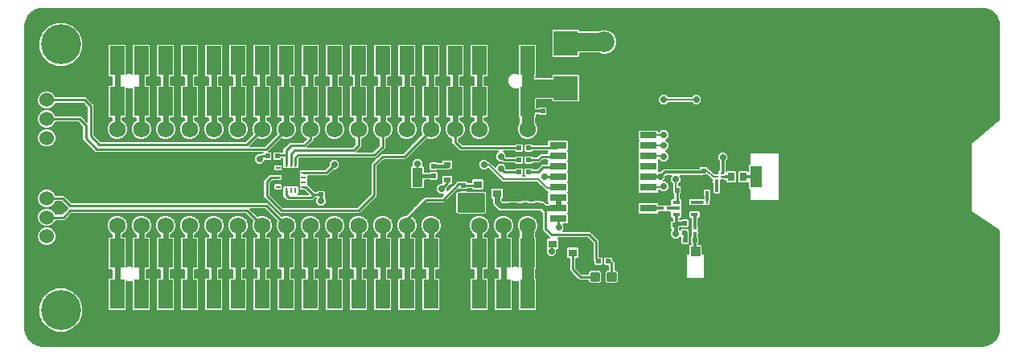
<source format=gtl>
G75*
%MOIN*%
%OFA0B0*%
%FSLAX25Y25*%
%IPPOS*%
%LPD*%
%AMOC8*
5,1,8,0,0,1.08239X$1,22.5*
%
%ADD10R,0.01969X0.00984*%
%ADD11R,0.00984X0.01969*%
%ADD12R,0.01969X0.01969*%
%ADD13R,0.03500X0.03100*%
%ADD14C,0.08600*%
%ADD15R,0.10000X0.10000*%
%ADD16C,0.06900*%
%ADD17R,0.06000X0.12000*%
%ADD18C,0.01181*%
%ADD19R,0.03543X0.02756*%
%ADD20R,0.07087X0.02756*%
%ADD21R,0.07087X0.03150*%
%ADD22R,0.03937X0.04134*%
%ADD23R,0.04134X0.08661*%
%ADD24R,0.03150X0.02362*%
%ADD25R,0.04724X0.09055*%
%ADD26R,0.19685X0.25591*%
%ADD27R,0.06000X0.06000*%
%ADD28C,0.06000*%
%ADD29R,0.03937X0.07874*%
%ADD30R,0.04331X0.11811*%
%ADD31R,0.03543X0.03150*%
%ADD32R,0.03150X0.01378*%
%ADD33R,0.01378X0.01673*%
%ADD34R,0.01772X0.00984*%
%ADD35R,0.02756X0.03543*%
%ADD36R,0.00984X0.01378*%
%ADD37R,0.01378X0.00984*%
%ADD38C,0.00600*%
%ADD39C,0.02800*%
%ADD40C,0.16598*%
%ADD41C,0.05000*%
%ADD42C,0.01000*%
%ADD43C,0.02400*%
%ADD44C,0.02000*%
%ADD45C,0.00800*%
%ADD46C,0.07600*%
%ADD47C,0.01200*%
%ADD48C,0.01265*%
%ADD49C,0.01600*%
D10*
X0135595Y0125191D03*
X0135595Y0127159D03*
X0135595Y0129128D03*
X0135595Y0131096D03*
X0135595Y0133065D03*
X0146225Y0133065D03*
X0146225Y0131096D03*
X0146225Y0129128D03*
X0146225Y0127159D03*
X0146225Y0125191D03*
D11*
X0142879Y0123813D03*
X0140910Y0123813D03*
X0138942Y0123813D03*
X0138942Y0134443D03*
X0140910Y0134443D03*
X0142879Y0134443D03*
D12*
X0135253Y0137990D03*
X0131253Y0137990D03*
X0153430Y0121962D03*
X0157430Y0121962D03*
X0200087Y0129769D03*
X0200087Y0133769D03*
X0212422Y0125789D03*
X0212422Y0121789D03*
X0235422Y0131289D03*
X0239422Y0131289D03*
X0239422Y0136297D03*
X0235422Y0136297D03*
X0235422Y0141297D03*
X0239422Y0141297D03*
X0245245Y0156592D03*
X0249245Y0156592D03*
X0242926Y0121793D03*
X0237922Y0121793D03*
X0237922Y0117793D03*
X0242926Y0117793D03*
X0268418Y0094293D03*
X0272418Y0094293D03*
X0295922Y0109293D03*
X0299922Y0109293D03*
X0304122Y0110093D03*
X0304122Y0106093D03*
X0304322Y0102993D03*
X0308322Y0102993D03*
X0304922Y0123793D03*
X0300922Y0123793D03*
X0311922Y0131793D03*
X0311922Y0135793D03*
D13*
X0226422Y0122389D03*
X0218422Y0118589D03*
X0218422Y0126189D03*
D14*
X0270863Y0185293D03*
X0284642Y0185293D03*
D15*
X0254839Y0184673D03*
X0254839Y0166173D03*
D16*
X0238934Y0149128D03*
X0228934Y0149128D03*
X0218934Y0149128D03*
X0208934Y0149128D03*
X0198934Y0149128D03*
X0188934Y0149128D03*
X0178934Y0149128D03*
X0168934Y0149128D03*
X0158934Y0149128D03*
X0148934Y0149128D03*
X0138934Y0149128D03*
X0128934Y0149128D03*
X0118934Y0149128D03*
X0108934Y0149128D03*
X0098934Y0149128D03*
X0088934Y0149128D03*
X0078934Y0149128D03*
X0068934Y0149128D03*
X0068934Y0109128D03*
X0078934Y0109128D03*
X0088934Y0109128D03*
X0098934Y0109128D03*
X0108934Y0109128D03*
X0118934Y0109128D03*
X0128934Y0109128D03*
X0138934Y0109128D03*
X0148934Y0109128D03*
X0158934Y0109128D03*
X0168934Y0109128D03*
X0178934Y0109128D03*
X0188934Y0109128D03*
X0198934Y0109128D03*
X0208934Y0109128D03*
X0218934Y0109128D03*
X0228934Y0109128D03*
X0238934Y0109128D03*
D17*
X0238934Y0097628D03*
X0228934Y0097628D03*
X0218934Y0097628D03*
X0208934Y0097628D03*
X0198934Y0097628D03*
X0188934Y0097628D03*
X0178934Y0097628D03*
X0168934Y0097628D03*
X0158934Y0097628D03*
X0148934Y0097628D03*
X0138934Y0097628D03*
X0128934Y0097628D03*
X0118934Y0097628D03*
X0108934Y0097628D03*
X0098934Y0097628D03*
X0088934Y0097628D03*
X0078934Y0097628D03*
X0068934Y0097628D03*
X0068934Y0080628D03*
X0078934Y0080628D03*
X0088934Y0080628D03*
X0098934Y0080628D03*
X0108934Y0080628D03*
X0118934Y0080628D03*
X0128934Y0080628D03*
X0138934Y0080628D03*
X0148934Y0080628D03*
X0158934Y0080628D03*
X0168934Y0080628D03*
X0178934Y0080628D03*
X0188934Y0080628D03*
X0198934Y0080628D03*
X0208934Y0080628D03*
X0218934Y0080628D03*
X0228934Y0080628D03*
X0238934Y0080628D03*
X0238934Y0160628D03*
X0228934Y0160628D03*
X0218934Y0160628D03*
X0208934Y0160628D03*
X0198934Y0160628D03*
X0188934Y0160628D03*
X0178934Y0160628D03*
X0168934Y0160628D03*
X0158934Y0160628D03*
X0148934Y0160628D03*
X0138934Y0160628D03*
X0128934Y0160628D03*
X0118934Y0160628D03*
X0108934Y0160628D03*
X0098934Y0160628D03*
X0088934Y0160628D03*
X0078934Y0160628D03*
X0068934Y0160628D03*
X0068934Y0177628D03*
X0078934Y0177628D03*
X0088934Y0177628D03*
X0098934Y0177628D03*
X0108934Y0177628D03*
X0118934Y0177628D03*
X0128934Y0177628D03*
X0138934Y0177628D03*
X0148934Y0177628D03*
X0158934Y0177628D03*
X0168934Y0177628D03*
X0178934Y0177628D03*
X0188934Y0177628D03*
X0198934Y0177628D03*
X0208934Y0177628D03*
X0218934Y0177628D03*
X0228934Y0177628D03*
X0238934Y0177628D03*
D18*
X0268351Y0089171D02*
X0268351Y0086415D01*
X0265595Y0086415D01*
X0265595Y0089171D01*
X0268351Y0089171D01*
X0268351Y0087595D02*
X0265595Y0087595D01*
X0265595Y0088775D02*
X0268351Y0088775D01*
X0275257Y0089171D02*
X0275257Y0086415D01*
X0272501Y0086415D01*
X0272501Y0089171D01*
X0275257Y0089171D01*
X0275257Y0087595D02*
X0272501Y0087595D01*
X0272501Y0088775D02*
X0275257Y0088775D01*
D19*
X0232926Y0117234D03*
X0232926Y0122352D03*
D20*
X0251638Y0111911D03*
X0289040Y0111911D03*
X0289040Y0146557D03*
X0251638Y0146557D03*
D21*
X0251638Y0142226D03*
X0251638Y0137895D03*
X0251638Y0133565D03*
X0251638Y0129234D03*
X0251638Y0124903D03*
X0251638Y0120573D03*
X0251638Y0116242D03*
X0289040Y0116242D03*
X0289040Y0120573D03*
X0289040Y0124903D03*
X0289040Y0129234D03*
X0289040Y0133565D03*
X0289040Y0137895D03*
X0289040Y0142226D03*
D22*
X0308572Y0098311D03*
D23*
X0314379Y0092297D03*
X0302764Y0092297D03*
D24*
X0205757Y0128120D03*
X0205757Y0134419D03*
D25*
X0333808Y0129403D03*
D26*
X0341288Y0152041D03*
X0392863Y0152041D03*
X0392863Y0106765D03*
X0341288Y0106765D03*
D27*
X0039760Y0096781D03*
X0039760Y0137600D03*
D28*
X0039760Y0145474D03*
X0039760Y0153348D03*
X0039760Y0161222D03*
X0039760Y0120403D03*
X0039760Y0112529D03*
X0039760Y0104655D03*
D29*
X0193420Y0129128D03*
D30*
X0167042Y0129128D03*
D31*
X0249481Y0101533D03*
X0257749Y0097793D03*
X0249481Y0094053D03*
D32*
X0300682Y0113734D03*
X0300682Y0116293D03*
X0300682Y0118852D03*
X0308162Y0118852D03*
X0308162Y0116293D03*
X0308162Y0113734D03*
D33*
X0313453Y0122661D03*
X0315422Y0122661D03*
X0315422Y0124925D03*
X0313453Y0124925D03*
X0317390Y0123793D03*
D34*
X0317241Y0127718D03*
X0317241Y0129293D03*
X0317241Y0130868D03*
X0319603Y0130868D03*
X0319603Y0129293D03*
X0319603Y0127718D03*
D35*
X0323363Y0129293D03*
X0328481Y0129293D03*
D36*
X0313406Y0118843D03*
X0311438Y0118843D03*
X0296906Y0116293D03*
X0294938Y0116293D03*
D37*
X0308322Y0108177D03*
X0308322Y0106209D03*
D38*
X0036424Y0059335D02*
X0033910Y0060376D01*
X0031985Y0062300D01*
X0030944Y0064814D01*
X0030810Y0066175D01*
X0030810Y0192159D01*
X0030944Y0193520D01*
X0031985Y0196034D01*
X0033910Y0197958D01*
X0036424Y0198999D01*
X0037784Y0199133D01*
X0427548Y0199133D01*
X0428908Y0198999D01*
X0431422Y0197958D01*
X0433347Y0196034D01*
X0434388Y0193520D01*
X0434522Y0192159D01*
X0434522Y0191786D01*
X0434530Y0191778D01*
X0434530Y0153203D01*
X0423293Y0143839D01*
X0423246Y0143839D01*
X0423011Y0143604D01*
X0422756Y0143391D01*
X0422752Y0143345D01*
X0422719Y0143311D01*
X0422719Y0142979D01*
X0422689Y0142649D01*
X0422719Y0142613D01*
X0422719Y0115652D01*
X0422663Y0115569D01*
X0422719Y0115290D01*
X0422719Y0115007D01*
X0422790Y0114936D01*
X0422809Y0114838D01*
X0423045Y0114680D01*
X0423246Y0114480D01*
X0423346Y0114480D01*
X0434530Y0107024D01*
X0434530Y0066556D01*
X0434522Y0066548D01*
X0434522Y0066175D01*
X0434388Y0064814D01*
X0433347Y0062300D01*
X0431422Y0060376D01*
X0428908Y0059335D01*
X0427548Y0059201D01*
X0037784Y0059201D01*
X0036424Y0059335D01*
X0036049Y0059490D02*
X0429283Y0059490D01*
X0430728Y0060089D02*
X0034604Y0060089D01*
X0033599Y0060687D02*
X0431733Y0060687D01*
X0432332Y0061286D02*
X0033000Y0061286D01*
X0032402Y0061884D02*
X0432930Y0061884D01*
X0433422Y0062483D02*
X0031910Y0062483D01*
X0031662Y0063081D02*
X0433670Y0063081D01*
X0433918Y0063680D02*
X0031414Y0063680D01*
X0031166Y0064278D02*
X0434166Y0064278D01*
X0434394Y0064877D02*
X0047580Y0064877D01*
X0047496Y0064842D02*
X0050877Y0066242D01*
X0053465Y0068830D01*
X0054865Y0072211D01*
X0054865Y0075871D01*
X0053465Y0079252D01*
X0050877Y0081840D01*
X0047496Y0083240D01*
X0043836Y0083240D01*
X0040455Y0081840D01*
X0037867Y0079252D01*
X0036467Y0075871D01*
X0036467Y0072211D01*
X0037867Y0068830D01*
X0040455Y0066242D01*
X0043836Y0064842D01*
X0047496Y0064842D01*
X0049025Y0065475D02*
X0434453Y0065475D01*
X0434512Y0066074D02*
X0050470Y0066074D01*
X0051307Y0066672D02*
X0434530Y0066672D01*
X0434530Y0067271D02*
X0051905Y0067271D01*
X0052504Y0067869D02*
X0434530Y0067869D01*
X0434530Y0068468D02*
X0053102Y0068468D01*
X0053563Y0069066D02*
X0434530Y0069066D01*
X0434530Y0069665D02*
X0053810Y0069665D01*
X0054058Y0070263D02*
X0434530Y0070263D01*
X0434530Y0070862D02*
X0054306Y0070862D01*
X0054554Y0071460D02*
X0434530Y0071460D01*
X0434530Y0072059D02*
X0054802Y0072059D01*
X0054865Y0072657D02*
X0434530Y0072657D01*
X0434530Y0073256D02*
X0054865Y0073256D01*
X0054865Y0073854D02*
X0065434Y0073854D01*
X0065561Y0073728D02*
X0072307Y0073728D01*
X0072834Y0074255D01*
X0072834Y0086052D01*
X0073285Y0085865D01*
X0074583Y0085865D01*
X0075034Y0086052D01*
X0075034Y0074255D01*
X0075561Y0073728D01*
X0082307Y0073728D01*
X0082834Y0074255D01*
X0082834Y0087000D01*
X0082307Y0087528D01*
X0081034Y0087528D01*
X0081034Y0090728D01*
X0082307Y0090728D01*
X0082834Y0091255D01*
X0082834Y0104000D01*
X0082307Y0104528D01*
X0081034Y0104528D01*
X0081034Y0105289D01*
X0081398Y0105440D01*
X0082621Y0106664D01*
X0083284Y0108262D01*
X0083284Y0109993D01*
X0082621Y0111592D01*
X0081398Y0112815D01*
X0079799Y0113478D01*
X0078068Y0113478D01*
X0076470Y0112815D01*
X0075246Y0111592D01*
X0074584Y0109993D01*
X0074584Y0108262D01*
X0075246Y0106664D01*
X0076470Y0105440D01*
X0076834Y0105289D01*
X0076834Y0104528D01*
X0075561Y0104528D01*
X0075034Y0104000D01*
X0075034Y0092203D01*
X0074583Y0092390D01*
X0073285Y0092390D01*
X0072834Y0092203D01*
X0072834Y0104000D01*
X0072307Y0104528D01*
X0071034Y0104528D01*
X0071034Y0105289D01*
X0071398Y0105440D01*
X0072621Y0106664D01*
X0073284Y0108262D01*
X0073284Y0109993D01*
X0072621Y0111592D01*
X0071398Y0112815D01*
X0069799Y0113478D01*
X0068068Y0113478D01*
X0066470Y0112815D01*
X0065246Y0111592D01*
X0064584Y0109993D01*
X0064584Y0108262D01*
X0065246Y0106664D01*
X0066470Y0105440D01*
X0066834Y0105289D01*
X0066834Y0104528D01*
X0065561Y0104528D01*
X0065034Y0104000D01*
X0065034Y0091255D01*
X0065561Y0090728D01*
X0066834Y0090728D01*
X0066834Y0087528D01*
X0065561Y0087528D01*
X0065034Y0087000D01*
X0065034Y0074255D01*
X0065561Y0073728D01*
X0065034Y0074453D02*
X0054865Y0074453D01*
X0054865Y0075051D02*
X0065034Y0075051D01*
X0065034Y0075650D02*
X0054865Y0075650D01*
X0054709Y0076248D02*
X0065034Y0076248D01*
X0065034Y0076847D02*
X0054461Y0076847D01*
X0054213Y0077445D02*
X0065034Y0077445D01*
X0065034Y0078044D02*
X0053965Y0078044D01*
X0053717Y0078642D02*
X0065034Y0078642D01*
X0065034Y0079241D02*
X0053469Y0079241D01*
X0052877Y0079839D02*
X0065034Y0079839D01*
X0065034Y0080438D02*
X0052279Y0080438D01*
X0051680Y0081036D02*
X0065034Y0081036D01*
X0065034Y0081635D02*
X0051082Y0081635D01*
X0049926Y0082233D02*
X0065034Y0082233D01*
X0065034Y0082832D02*
X0048481Y0082832D01*
X0042851Y0082832D02*
X0030810Y0082832D01*
X0030810Y0083430D02*
X0065034Y0083430D01*
X0065034Y0084029D02*
X0030810Y0084029D01*
X0030810Y0084627D02*
X0065034Y0084627D01*
X0065034Y0085226D02*
X0030810Y0085226D01*
X0030810Y0085825D02*
X0065034Y0085825D01*
X0065034Y0086423D02*
X0030810Y0086423D01*
X0030810Y0087022D02*
X0065055Y0087022D01*
X0066834Y0087620D02*
X0030810Y0087620D01*
X0030810Y0088219D02*
X0066834Y0088219D01*
X0066834Y0088817D02*
X0030810Y0088817D01*
X0030810Y0089416D02*
X0066834Y0089416D01*
X0066834Y0090014D02*
X0030810Y0090014D01*
X0030810Y0090613D02*
X0066834Y0090613D01*
X0065077Y0091211D02*
X0030810Y0091211D01*
X0030810Y0091810D02*
X0065034Y0091810D01*
X0065034Y0092408D02*
X0030810Y0092408D01*
X0030810Y0093007D02*
X0065034Y0093007D01*
X0065034Y0093605D02*
X0030810Y0093605D01*
X0030810Y0094204D02*
X0065034Y0094204D01*
X0065034Y0094802D02*
X0030810Y0094802D01*
X0030810Y0095401D02*
X0065034Y0095401D01*
X0065034Y0095999D02*
X0030810Y0095999D01*
X0030810Y0096598D02*
X0065034Y0096598D01*
X0065034Y0097196D02*
X0030810Y0097196D01*
X0030810Y0097795D02*
X0065034Y0097795D01*
X0065034Y0098393D02*
X0030810Y0098393D01*
X0030810Y0098992D02*
X0065034Y0098992D01*
X0065034Y0099590D02*
X0030810Y0099590D01*
X0030810Y0100189D02*
X0065034Y0100189D01*
X0065034Y0100787D02*
X0040614Y0100787D01*
X0040536Y0100755D02*
X0041970Y0101349D01*
X0043067Y0102446D01*
X0043660Y0103879D01*
X0043660Y0105431D01*
X0043067Y0106864D01*
X0041970Y0107961D01*
X0040536Y0108555D01*
X0038985Y0108555D01*
X0037551Y0107961D01*
X0036454Y0106864D01*
X0035860Y0105431D01*
X0035860Y0103879D01*
X0036454Y0102446D01*
X0037551Y0101349D01*
X0038985Y0100755D01*
X0040536Y0100755D01*
X0042007Y0101386D02*
X0065034Y0101386D01*
X0065034Y0101984D02*
X0042605Y0101984D01*
X0043123Y0102583D02*
X0065034Y0102583D01*
X0065034Y0103181D02*
X0043371Y0103181D01*
X0043619Y0103780D02*
X0065034Y0103780D01*
X0065412Y0104378D02*
X0043660Y0104378D01*
X0043660Y0104977D02*
X0066834Y0104977D01*
X0066334Y0105575D02*
X0043601Y0105575D01*
X0043353Y0106174D02*
X0065736Y0106174D01*
X0065201Y0106772D02*
X0043105Y0106772D01*
X0042560Y0107371D02*
X0064953Y0107371D01*
X0064705Y0107969D02*
X0041950Y0107969D01*
X0041833Y0109166D02*
X0064584Y0109166D01*
X0064584Y0108568D02*
X0030810Y0108568D01*
X0030810Y0109166D02*
X0037688Y0109166D01*
X0037551Y0109223D02*
X0038985Y0108629D01*
X0040536Y0108629D01*
X0041970Y0109223D01*
X0043067Y0110320D01*
X0043402Y0111129D01*
X0047238Y0111129D01*
X0050002Y0113893D01*
X0122188Y0113893D01*
X0125024Y0111057D01*
X0124584Y0109993D01*
X0124584Y0108262D01*
X0125246Y0106664D01*
X0126470Y0105440D01*
X0126834Y0105289D01*
X0126834Y0104528D01*
X0125561Y0104528D01*
X0125034Y0104000D01*
X0125034Y0091255D01*
X0125561Y0090728D01*
X0126834Y0090728D01*
X0126834Y0087528D01*
X0125561Y0087528D01*
X0125034Y0087000D01*
X0125034Y0074255D01*
X0125561Y0073728D01*
X0132307Y0073728D01*
X0132834Y0074255D01*
X0132834Y0087000D01*
X0132307Y0087528D01*
X0131034Y0087528D01*
X0131034Y0090728D01*
X0132307Y0090728D01*
X0132834Y0091255D01*
X0132834Y0104000D01*
X0132307Y0104528D01*
X0131034Y0104528D01*
X0131034Y0105289D01*
X0131398Y0105440D01*
X0132621Y0106664D01*
X0133284Y0108262D01*
X0133284Y0109993D01*
X0132621Y0111592D01*
X0131398Y0112815D01*
X0129799Y0113478D01*
X0128068Y0113478D01*
X0127004Y0113037D01*
X0124168Y0115873D01*
X0124148Y0115893D01*
X0130188Y0115893D01*
X0135024Y0111057D01*
X0134584Y0109993D01*
X0134584Y0108262D01*
X0135246Y0106664D01*
X0136470Y0105440D01*
X0136834Y0105289D01*
X0136834Y0104528D01*
X0135561Y0104528D01*
X0135034Y0104000D01*
X0135034Y0091255D01*
X0135561Y0090728D01*
X0136834Y0090728D01*
X0136834Y0087528D01*
X0135561Y0087528D01*
X0135034Y0087000D01*
X0135034Y0074255D01*
X0135561Y0073728D01*
X0142307Y0073728D01*
X0142834Y0074255D01*
X0142834Y0087000D01*
X0142307Y0087528D01*
X0141034Y0087528D01*
X0141034Y0090728D01*
X0142307Y0090728D01*
X0142834Y0091255D01*
X0142834Y0104000D01*
X0142307Y0104528D01*
X0141034Y0104528D01*
X0141034Y0105289D01*
X0141398Y0105440D01*
X0142621Y0106664D01*
X0143284Y0108262D01*
X0143284Y0109993D01*
X0142621Y0111592D01*
X0141398Y0112815D01*
X0139799Y0113478D01*
X0138068Y0113478D01*
X0137004Y0113037D01*
X0131348Y0118693D01*
X0050002Y0118693D01*
X0047712Y0120983D01*
X0046892Y0121803D01*
X0043402Y0121803D01*
X0043067Y0122612D01*
X0041970Y0123709D01*
X0040536Y0124303D01*
X0038985Y0124303D01*
X0037551Y0123709D01*
X0036454Y0122612D01*
X0035860Y0121179D01*
X0035860Y0119627D01*
X0036454Y0118194D01*
X0037551Y0117097D01*
X0038985Y0116503D01*
X0040536Y0116503D01*
X0041970Y0117097D01*
X0043067Y0118194D01*
X0043402Y0119003D01*
X0045732Y0119003D01*
X0048022Y0116713D01*
X0048442Y0116293D01*
X0048022Y0115873D01*
X0046078Y0113929D01*
X0043402Y0113929D01*
X0043067Y0114738D01*
X0041970Y0115835D01*
X0040536Y0116429D01*
X0038985Y0116429D01*
X0037551Y0115835D01*
X0036454Y0114738D01*
X0035860Y0113305D01*
X0035860Y0111753D01*
X0036454Y0110320D01*
X0037551Y0109223D01*
X0037009Y0109765D02*
X0030810Y0109765D01*
X0030810Y0110363D02*
X0036436Y0110363D01*
X0036188Y0110962D02*
X0030810Y0110962D01*
X0030810Y0111560D02*
X0035940Y0111560D01*
X0035860Y0112159D02*
X0030810Y0112159D01*
X0030810Y0112758D02*
X0035860Y0112758D01*
X0035882Y0113356D02*
X0030810Y0113356D01*
X0030810Y0113955D02*
X0036130Y0113955D01*
X0036377Y0114553D02*
X0030810Y0114553D01*
X0030810Y0115152D02*
X0036867Y0115152D01*
X0037466Y0115750D02*
X0030810Y0115750D01*
X0030810Y0116349D02*
X0038790Y0116349D01*
X0037913Y0116947D02*
X0030810Y0116947D01*
X0030810Y0117546D02*
X0037103Y0117546D01*
X0036504Y0118144D02*
X0030810Y0118144D01*
X0030810Y0118743D02*
X0036227Y0118743D01*
X0035979Y0119341D02*
X0030810Y0119341D01*
X0030810Y0119940D02*
X0035860Y0119940D01*
X0035860Y0120538D02*
X0030810Y0120538D01*
X0030810Y0121137D02*
X0035860Y0121137D01*
X0036091Y0121735D02*
X0030810Y0121735D01*
X0030810Y0122334D02*
X0036339Y0122334D01*
X0036774Y0122932D02*
X0030810Y0122932D01*
X0030810Y0123531D02*
X0037373Y0123531D01*
X0038565Y0124129D02*
X0030810Y0124129D01*
X0030810Y0124728D02*
X0129522Y0124728D01*
X0129522Y0125326D02*
X0030810Y0125326D01*
X0030810Y0125925D02*
X0129522Y0125925D01*
X0129522Y0126523D02*
X0030810Y0126523D01*
X0030810Y0127122D02*
X0129522Y0127122D01*
X0129522Y0127720D02*
X0030810Y0127720D01*
X0030810Y0128319D02*
X0129968Y0128319D01*
X0130342Y0128693D02*
X0129522Y0127873D01*
X0129522Y0120713D01*
X0130342Y0119893D01*
X0136342Y0113893D01*
X0169502Y0113893D01*
X0170322Y0114713D01*
X0176822Y0121213D01*
X0176822Y0133713D01*
X0179502Y0136393D01*
X0188502Y0136393D01*
X0189322Y0137213D01*
X0197233Y0145124D01*
X0198068Y0144778D01*
X0199799Y0144778D01*
X0201398Y0145440D01*
X0202621Y0146664D01*
X0203284Y0148262D01*
X0203284Y0149993D01*
X0202621Y0151592D01*
X0201398Y0152815D01*
X0201034Y0152966D01*
X0201034Y0153728D01*
X0202307Y0153728D01*
X0202834Y0154255D01*
X0202834Y0167000D01*
X0202307Y0167528D01*
X0201034Y0167528D01*
X0201034Y0170728D01*
X0202307Y0170728D01*
X0202834Y0171255D01*
X0202834Y0184000D01*
X0202307Y0184528D01*
X0195561Y0184528D01*
X0195034Y0184000D01*
X0195034Y0171255D01*
X0195561Y0170728D01*
X0196834Y0170728D01*
X0196834Y0167528D01*
X0195561Y0167528D01*
X0195034Y0167000D01*
X0195034Y0154255D01*
X0195561Y0153728D01*
X0196834Y0153728D01*
X0196834Y0152966D01*
X0196470Y0152815D01*
X0195246Y0151592D01*
X0194584Y0149993D01*
X0194584Y0148262D01*
X0195119Y0146970D01*
X0187342Y0139193D01*
X0178342Y0139193D01*
X0174842Y0135693D01*
X0174022Y0134873D01*
X0174022Y0122373D01*
X0168342Y0116693D01*
X0137502Y0116693D01*
X0132322Y0121873D01*
X0132322Y0126713D01*
X0133336Y0127728D01*
X0136175Y0127728D01*
X0136183Y0127736D01*
X0136952Y0127736D01*
X0137479Y0128263D01*
X0137479Y0129993D01*
X0136952Y0130520D01*
X0136183Y0130520D01*
X0136175Y0130528D01*
X0132177Y0130528D01*
X0130342Y0128693D01*
X0130566Y0128917D02*
X0030810Y0128917D01*
X0030810Y0129516D02*
X0131165Y0129516D01*
X0131763Y0130114D02*
X0030810Y0130114D01*
X0030810Y0130713D02*
X0144341Y0130713D01*
X0144341Y0130231D02*
X0144460Y0130112D01*
X0144341Y0129993D01*
X0144341Y0128263D01*
X0144460Y0128143D01*
X0144341Y0128024D01*
X0144341Y0126294D01*
X0144460Y0126175D01*
X0144341Y0126056D01*
X0144341Y0124326D01*
X0144868Y0123798D01*
X0145637Y0123798D01*
X0145645Y0123791D01*
X0146444Y0123791D01*
X0148042Y0122193D01*
X0144008Y0122193D01*
X0144271Y0122456D01*
X0144271Y0125170D01*
X0143744Y0125697D01*
X0142014Y0125697D01*
X0141894Y0125578D01*
X0141775Y0125697D01*
X0140045Y0125697D01*
X0139926Y0125578D01*
X0139807Y0125697D01*
X0138077Y0125697D01*
X0137549Y0125170D01*
X0137549Y0124400D01*
X0137542Y0124393D01*
X0137542Y0121193D01*
X0138522Y0120213D01*
X0139342Y0119393D01*
X0150002Y0119393D01*
X0151002Y0120393D01*
X0151171Y0120562D01*
X0151439Y0120562D01*
X0151122Y0120246D01*
X0151122Y0118340D01*
X0152469Y0116993D01*
X0154375Y0116993D01*
X0155722Y0118340D01*
X0155722Y0120246D01*
X0155314Y0120654D01*
X0155314Y0123319D01*
X0154787Y0123847D01*
X0152073Y0123847D01*
X0151588Y0123362D01*
X0150833Y0123362D01*
X0148424Y0125771D01*
X0148005Y0126190D01*
X0148109Y0126294D01*
X0148109Y0128024D01*
X0147990Y0128143D01*
X0148109Y0128263D01*
X0148109Y0129696D01*
X0156305Y0129696D01*
X0158602Y0131993D01*
X0159875Y0131993D01*
X0161222Y0133340D01*
X0161222Y0135246D01*
X0159875Y0136593D01*
X0157969Y0136593D01*
X0156622Y0135246D01*
X0156622Y0133973D01*
X0155145Y0132496D01*
X0145645Y0132496D01*
X0145637Y0132488D01*
X0144868Y0132488D01*
X0144341Y0131961D01*
X0144341Y0130231D01*
X0144458Y0130114D02*
X0137358Y0130114D01*
X0137479Y0129516D02*
X0144341Y0129516D01*
X0144341Y0128917D02*
X0137479Y0128917D01*
X0137479Y0128319D02*
X0144341Y0128319D01*
X0144341Y0127720D02*
X0133329Y0127720D01*
X0132731Y0127122D02*
X0144341Y0127122D01*
X0144341Y0126523D02*
X0137012Y0126523D01*
X0136952Y0126583D02*
X0134238Y0126583D01*
X0133711Y0126056D01*
X0133711Y0124326D01*
X0134238Y0123798D01*
X0136952Y0123798D01*
X0137479Y0124326D01*
X0137479Y0126056D01*
X0136952Y0126583D01*
X0137479Y0125925D02*
X0144341Y0125925D01*
X0144341Y0125326D02*
X0144114Y0125326D01*
X0144271Y0124728D02*
X0144341Y0124728D01*
X0144271Y0124129D02*
X0144537Y0124129D01*
X0144271Y0123531D02*
X0146704Y0123531D01*
X0147303Y0122932D02*
X0144271Y0122932D01*
X0144149Y0122334D02*
X0147901Y0122334D01*
X0150066Y0124129D02*
X0174022Y0124129D01*
X0174022Y0123531D02*
X0155103Y0123531D01*
X0155314Y0122932D02*
X0174022Y0122932D01*
X0173983Y0122334D02*
X0155314Y0122334D01*
X0155314Y0121735D02*
X0173384Y0121735D01*
X0172786Y0121137D02*
X0155314Y0121137D01*
X0155429Y0120538D02*
X0172187Y0120538D01*
X0171589Y0119940D02*
X0155722Y0119940D01*
X0155722Y0119341D02*
X0170990Y0119341D01*
X0170392Y0118743D02*
X0155722Y0118743D01*
X0155526Y0118144D02*
X0169793Y0118144D01*
X0169195Y0117546D02*
X0154927Y0117546D01*
X0151917Y0117546D02*
X0136649Y0117546D01*
X0136051Y0118144D02*
X0151318Y0118144D01*
X0151122Y0118743D02*
X0135452Y0118743D01*
X0134854Y0119341D02*
X0151122Y0119341D01*
X0151122Y0119940D02*
X0150548Y0119940D01*
X0151147Y0120538D02*
X0151414Y0120538D01*
X0151757Y0123531D02*
X0150664Y0123531D01*
X0149467Y0124728D02*
X0174022Y0124728D01*
X0174022Y0125326D02*
X0148869Y0125326D01*
X0148270Y0125925D02*
X0174022Y0125925D01*
X0174022Y0126523D02*
X0148109Y0126523D01*
X0148109Y0127122D02*
X0174022Y0127122D01*
X0174022Y0127720D02*
X0148109Y0127720D01*
X0148109Y0128319D02*
X0174022Y0128319D01*
X0174022Y0128917D02*
X0148109Y0128917D01*
X0148109Y0129516D02*
X0174022Y0129516D01*
X0174022Y0130114D02*
X0156723Y0130114D01*
X0157322Y0130713D02*
X0174022Y0130713D01*
X0174022Y0131311D02*
X0157920Y0131311D01*
X0158519Y0131910D02*
X0174022Y0131910D01*
X0174022Y0132508D02*
X0160390Y0132508D01*
X0160989Y0133107D02*
X0174022Y0133107D01*
X0174022Y0133705D02*
X0161222Y0133705D01*
X0161222Y0134304D02*
X0174022Y0134304D01*
X0174051Y0134902D02*
X0161222Y0134902D01*
X0160967Y0135501D02*
X0174650Y0135501D01*
X0175248Y0136099D02*
X0160368Y0136099D01*
X0157476Y0136099D02*
X0144279Y0136099D01*
X0144279Y0136670D02*
X0144502Y0136893D01*
X0176002Y0136893D01*
X0179502Y0140393D01*
X0180322Y0141213D01*
X0180322Y0144994D01*
X0181398Y0145440D01*
X0182621Y0146664D01*
X0183284Y0148262D01*
X0183284Y0149993D01*
X0182621Y0151592D01*
X0181398Y0152815D01*
X0181034Y0152966D01*
X0181034Y0153728D01*
X0182307Y0153728D01*
X0182834Y0154255D01*
X0182834Y0167000D01*
X0182307Y0167528D01*
X0181034Y0167528D01*
X0181034Y0170728D01*
X0182307Y0170728D01*
X0182834Y0171255D01*
X0182834Y0184000D01*
X0182307Y0184528D01*
X0175561Y0184528D01*
X0175034Y0184000D01*
X0175034Y0171255D01*
X0175561Y0170728D01*
X0176834Y0170728D01*
X0176834Y0167528D01*
X0175561Y0167528D01*
X0175034Y0167000D01*
X0175034Y0154255D01*
X0175561Y0153728D01*
X0176834Y0153728D01*
X0176834Y0152966D01*
X0176470Y0152815D01*
X0175246Y0151592D01*
X0174584Y0149993D01*
X0174584Y0148262D01*
X0175246Y0146664D01*
X0176470Y0145440D01*
X0177522Y0145004D01*
X0177522Y0142373D01*
X0174842Y0139693D01*
X0168302Y0139693D01*
X0170322Y0141713D01*
X0170322Y0144994D01*
X0171398Y0145440D01*
X0172621Y0146664D01*
X0173284Y0148262D01*
X0173284Y0149993D01*
X0172621Y0151592D01*
X0171398Y0152815D01*
X0171034Y0152966D01*
X0171034Y0153728D01*
X0172307Y0153728D01*
X0172834Y0154255D01*
X0172834Y0167000D01*
X0172307Y0167528D01*
X0170522Y0167528D01*
X0170522Y0170728D01*
X0172307Y0170728D01*
X0172834Y0171255D01*
X0172834Y0184000D01*
X0172307Y0184528D01*
X0165561Y0184528D01*
X0165034Y0184000D01*
X0165034Y0171255D01*
X0165561Y0170728D01*
X0166322Y0170728D01*
X0166322Y0167528D01*
X0165561Y0167528D01*
X0165034Y0167000D01*
X0165034Y0154255D01*
X0165561Y0153728D01*
X0166834Y0153728D01*
X0166834Y0152966D01*
X0166470Y0152815D01*
X0165246Y0151592D01*
X0164584Y0149993D01*
X0164584Y0148262D01*
X0165246Y0146664D01*
X0166470Y0145440D01*
X0167522Y0145004D01*
X0167522Y0142873D01*
X0166342Y0141693D01*
X0147802Y0141693D01*
X0149502Y0143393D01*
X0150322Y0144213D01*
X0150322Y0144994D01*
X0151398Y0145440D01*
X0152621Y0146664D01*
X0153284Y0148262D01*
X0153284Y0149993D01*
X0152621Y0151592D01*
X0151398Y0152815D01*
X0151034Y0152966D01*
X0151034Y0153728D01*
X0152307Y0153728D01*
X0152834Y0154255D01*
X0152834Y0167000D01*
X0152307Y0167528D01*
X0151034Y0167528D01*
X0151034Y0170728D01*
X0152307Y0170728D01*
X0152834Y0171255D01*
X0152834Y0184000D01*
X0152307Y0184528D01*
X0145561Y0184528D01*
X0145034Y0184000D01*
X0145034Y0171255D01*
X0145561Y0170728D01*
X0146834Y0170728D01*
X0146834Y0167528D01*
X0145561Y0167528D01*
X0145034Y0167000D01*
X0145034Y0154255D01*
X0145561Y0153728D01*
X0146834Y0153728D01*
X0146834Y0152966D01*
X0146470Y0152815D01*
X0145246Y0151592D01*
X0144584Y0149993D01*
X0144584Y0148262D01*
X0145246Y0146664D01*
X0146470Y0145440D01*
X0147261Y0145112D01*
X0145842Y0143693D01*
X0140342Y0143693D01*
X0139522Y0142873D01*
X0137542Y0140893D01*
X0137542Y0139693D01*
X0136791Y0139693D01*
X0136610Y0139874D01*
X0133896Y0139874D01*
X0133368Y0139347D01*
X0133368Y0136633D01*
X0133896Y0136106D01*
X0136610Y0136106D01*
X0137137Y0136633D01*
X0137137Y0136893D01*
X0137542Y0136893D01*
X0137542Y0133863D01*
X0137549Y0133855D01*
X0137549Y0133086D01*
X0138077Y0132558D01*
X0139807Y0132558D01*
X0139926Y0132678D01*
X0140045Y0132558D01*
X0141775Y0132558D01*
X0141894Y0132678D01*
X0142014Y0132558D01*
X0143744Y0132558D01*
X0144271Y0133086D01*
X0144271Y0133855D01*
X0144279Y0133863D01*
X0144279Y0136670D01*
X0144307Y0136698D02*
X0175847Y0136698D01*
X0176405Y0137296D02*
X0176446Y0137296D01*
X0177004Y0137895D02*
X0177044Y0137895D01*
X0177602Y0138494D02*
X0177643Y0138494D01*
X0178201Y0139092D02*
X0178241Y0139092D01*
X0178799Y0139691D02*
X0187840Y0139691D01*
X0188438Y0140289D02*
X0179398Y0140289D01*
X0179996Y0140888D02*
X0189037Y0140888D01*
X0189635Y0141486D02*
X0180322Y0141486D01*
X0180322Y0142085D02*
X0190234Y0142085D01*
X0190832Y0142683D02*
X0180322Y0142683D01*
X0180322Y0143282D02*
X0191431Y0143282D01*
X0192029Y0143880D02*
X0180322Y0143880D01*
X0180322Y0144479D02*
X0192628Y0144479D01*
X0193226Y0145077D02*
X0190522Y0145077D01*
X0189799Y0144778D02*
X0191398Y0145440D01*
X0192621Y0146664D01*
X0193284Y0148262D01*
X0193284Y0149993D01*
X0192621Y0151592D01*
X0191398Y0152815D01*
X0191034Y0152966D01*
X0191034Y0153728D01*
X0192307Y0153728D01*
X0192834Y0154255D01*
X0192834Y0167000D01*
X0192307Y0167528D01*
X0191034Y0167528D01*
X0191034Y0170728D01*
X0192307Y0170728D01*
X0192834Y0171255D01*
X0192834Y0184000D01*
X0192307Y0184528D01*
X0185561Y0184528D01*
X0185034Y0184000D01*
X0185034Y0171255D01*
X0185561Y0170728D01*
X0186834Y0170728D01*
X0186834Y0167528D01*
X0185561Y0167528D01*
X0185034Y0167000D01*
X0185034Y0154255D01*
X0185561Y0153728D01*
X0186834Y0153728D01*
X0186834Y0152966D01*
X0186470Y0152815D01*
X0185246Y0151592D01*
X0184584Y0149993D01*
X0184584Y0148262D01*
X0185246Y0146664D01*
X0186470Y0145440D01*
X0188068Y0144778D01*
X0189799Y0144778D01*
X0191634Y0145676D02*
X0193825Y0145676D01*
X0194423Y0146274D02*
X0192232Y0146274D01*
X0192708Y0146873D02*
X0195022Y0146873D01*
X0194911Y0147471D02*
X0192956Y0147471D01*
X0193204Y0148070D02*
X0194664Y0148070D01*
X0194584Y0148668D02*
X0193284Y0148668D01*
X0193284Y0149267D02*
X0194584Y0149267D01*
X0194584Y0149865D02*
X0193284Y0149865D01*
X0193089Y0150464D02*
X0194779Y0150464D01*
X0195027Y0151062D02*
X0192841Y0151062D01*
X0192552Y0151661D02*
X0195315Y0151661D01*
X0195914Y0152259D02*
X0191954Y0152259D01*
X0191295Y0152858D02*
X0196572Y0152858D01*
X0196834Y0153456D02*
X0191034Y0153456D01*
X0192634Y0154055D02*
X0195234Y0154055D01*
X0195034Y0154653D02*
X0192834Y0154653D01*
X0192834Y0155252D02*
X0195034Y0155252D01*
X0195034Y0155850D02*
X0192834Y0155850D01*
X0192834Y0156449D02*
X0195034Y0156449D01*
X0195034Y0157047D02*
X0192834Y0157047D01*
X0192834Y0157646D02*
X0195034Y0157646D01*
X0195034Y0158244D02*
X0192834Y0158244D01*
X0192834Y0158843D02*
X0195034Y0158843D01*
X0195034Y0159441D02*
X0192834Y0159441D01*
X0192834Y0160040D02*
X0195034Y0160040D01*
X0195034Y0160638D02*
X0192834Y0160638D01*
X0192834Y0161237D02*
X0195034Y0161237D01*
X0195034Y0161835D02*
X0192834Y0161835D01*
X0192834Y0162434D02*
X0195034Y0162434D01*
X0195034Y0163032D02*
X0192834Y0163032D01*
X0192834Y0163631D02*
X0195034Y0163631D01*
X0195034Y0164229D02*
X0192834Y0164229D01*
X0192834Y0164828D02*
X0195034Y0164828D01*
X0195034Y0165427D02*
X0192834Y0165427D01*
X0192834Y0166025D02*
X0195034Y0166025D01*
X0195034Y0166624D02*
X0192834Y0166624D01*
X0192612Y0167222D02*
X0195255Y0167222D01*
X0196834Y0167821D02*
X0191034Y0167821D01*
X0191034Y0168419D02*
X0196834Y0168419D01*
X0196834Y0169018D02*
X0191034Y0169018D01*
X0191034Y0169616D02*
X0196834Y0169616D01*
X0196834Y0170215D02*
X0191034Y0170215D01*
X0192392Y0170813D02*
X0195475Y0170813D01*
X0195034Y0171412D02*
X0192834Y0171412D01*
X0192834Y0172010D02*
X0195034Y0172010D01*
X0195034Y0172609D02*
X0192834Y0172609D01*
X0192834Y0173207D02*
X0195034Y0173207D01*
X0195034Y0173806D02*
X0192834Y0173806D01*
X0192834Y0174404D02*
X0195034Y0174404D01*
X0195034Y0175003D02*
X0192834Y0175003D01*
X0192834Y0175601D02*
X0195034Y0175601D01*
X0195034Y0176200D02*
X0192834Y0176200D01*
X0192834Y0176798D02*
X0195034Y0176798D01*
X0195034Y0177397D02*
X0192834Y0177397D01*
X0192834Y0177995D02*
X0195034Y0177995D01*
X0195034Y0178594D02*
X0192834Y0178594D01*
X0192834Y0179192D02*
X0195034Y0179192D01*
X0195034Y0179791D02*
X0192834Y0179791D01*
X0192834Y0180389D02*
X0195034Y0180389D01*
X0195034Y0180988D02*
X0192834Y0180988D01*
X0192834Y0181586D02*
X0195034Y0181586D01*
X0195034Y0182185D02*
X0192834Y0182185D01*
X0192834Y0182783D02*
X0195034Y0182783D01*
X0195034Y0183382D02*
X0192834Y0183382D01*
X0192834Y0183980D02*
X0195034Y0183980D01*
X0202834Y0183980D02*
X0205034Y0183980D01*
X0205034Y0184000D02*
X0205034Y0171255D01*
X0205561Y0170728D01*
X0206834Y0170728D01*
X0206834Y0167528D01*
X0205561Y0167528D01*
X0205034Y0167000D01*
X0205034Y0154255D01*
X0205561Y0153728D01*
X0206834Y0153728D01*
X0206834Y0152966D01*
X0206470Y0152815D01*
X0205246Y0151592D01*
X0204584Y0149993D01*
X0204584Y0148262D01*
X0205246Y0146664D01*
X0206470Y0145440D01*
X0207522Y0145004D01*
X0207522Y0143213D01*
X0208342Y0142393D01*
X0210838Y0139897D01*
X0226773Y0139897D01*
X0225622Y0138746D01*
X0225622Y0136840D01*
X0226969Y0135493D01*
X0228242Y0135493D01*
X0228642Y0135093D01*
X0226969Y0135093D01*
X0225622Y0133746D01*
X0225622Y0133431D01*
X0224222Y0134831D01*
X0224222Y0134831D01*
X0223460Y0135593D01*
X0222875Y0135593D01*
X0221875Y0136593D01*
X0219969Y0136593D01*
X0218622Y0135246D01*
X0218622Y0133340D01*
X0219969Y0131993D01*
X0221875Y0131993D01*
X0222629Y0132747D01*
X0227622Y0127755D01*
X0227622Y0127755D01*
X0228383Y0126993D01*
X0242883Y0126993D01*
X0245622Y0124255D01*
X0246383Y0123493D01*
X0247195Y0123493D01*
X0247195Y0122956D01*
X0247413Y0122738D01*
X0247195Y0122520D01*
X0247195Y0118625D01*
X0247413Y0118407D01*
X0247348Y0118342D01*
X0246792Y0118342D01*
X0245800Y0119334D01*
X0244626Y0119334D01*
X0244283Y0119677D01*
X0241569Y0119677D01*
X0241225Y0119334D01*
X0239622Y0119334D01*
X0239279Y0119677D01*
X0236565Y0119677D01*
X0236222Y0119334D01*
X0235248Y0119334D01*
X0235070Y0119512D01*
X0230781Y0119512D01*
X0230603Y0119334D01*
X0228851Y0119334D01*
X0228522Y0119663D01*
X0228522Y0119939D01*
X0228545Y0119939D01*
X0229072Y0120466D01*
X0229072Y0124312D01*
X0228545Y0124839D01*
X0224299Y0124839D01*
X0223772Y0124312D01*
X0223772Y0120466D01*
X0224299Y0119939D01*
X0224322Y0119939D01*
X0224322Y0117923D01*
X0225552Y0116693D01*
X0227111Y0115134D01*
X0230603Y0115134D01*
X0230781Y0114956D01*
X0235070Y0114956D01*
X0235248Y0115134D01*
X0244060Y0115134D01*
X0245022Y0114172D01*
X0245022Y0107213D01*
X0245842Y0106393D01*
X0248227Y0104008D01*
X0247337Y0104008D01*
X0246809Y0103481D01*
X0246809Y0099586D01*
X0246886Y0099509D01*
X0246622Y0099246D01*
X0246622Y0097340D01*
X0247969Y0095993D01*
X0249875Y0095993D01*
X0251222Y0097340D01*
X0251222Y0099058D01*
X0251625Y0099058D01*
X0252153Y0099586D01*
X0252153Y0103481D01*
X0251740Y0103893D01*
X0263842Y0103893D01*
X0266022Y0101713D01*
X0266022Y0094709D01*
X0266534Y0094197D01*
X0266534Y0092936D01*
X0267061Y0092409D01*
X0269775Y0092409D01*
X0270302Y0092936D01*
X0270302Y0095650D01*
X0269775Y0096177D01*
X0268822Y0096177D01*
X0268822Y0102873D01*
X0268002Y0103693D01*
X0265002Y0106693D01*
X0253575Y0106693D01*
X0254222Y0107340D01*
X0254222Y0109246D01*
X0253834Y0109633D01*
X0255555Y0109633D01*
X0256082Y0110160D01*
X0256082Y0113662D01*
X0255766Y0113978D01*
X0256082Y0114294D01*
X0256082Y0118189D01*
X0255864Y0118407D01*
X0256082Y0118625D01*
X0256082Y0122520D01*
X0255864Y0122738D01*
X0256082Y0122956D01*
X0256082Y0126851D01*
X0255864Y0127069D01*
X0256082Y0127286D01*
X0256082Y0131182D01*
X0255864Y0131399D01*
X0256082Y0131617D01*
X0256082Y0135512D01*
X0255864Y0135730D01*
X0256082Y0135948D01*
X0256082Y0139843D01*
X0255864Y0140061D01*
X0256082Y0140278D01*
X0256082Y0144174D01*
X0255555Y0144701D01*
X0247722Y0144701D01*
X0247195Y0144174D01*
X0247195Y0142697D01*
X0241263Y0142697D01*
X0240779Y0143181D01*
X0238065Y0143181D01*
X0237538Y0142654D01*
X0237538Y0139940D01*
X0238065Y0139413D01*
X0240779Y0139413D01*
X0241263Y0139897D01*
X0247249Y0139897D01*
X0247195Y0139843D01*
X0247195Y0139193D01*
X0244342Y0139193D01*
X0243522Y0138373D01*
X0242846Y0137697D01*
X0241263Y0137697D01*
X0240779Y0138181D01*
X0238065Y0138181D01*
X0237538Y0137654D01*
X0237538Y0134940D01*
X0238065Y0134413D01*
X0240779Y0134413D01*
X0241263Y0134897D01*
X0244006Y0134897D01*
X0245502Y0136393D01*
X0247195Y0136393D01*
X0247195Y0135948D01*
X0247413Y0135730D01*
X0247195Y0135512D01*
X0247195Y0134693D01*
X0244842Y0134693D01*
X0244022Y0133873D01*
X0242838Y0132689D01*
X0241263Y0132689D01*
X0240779Y0133173D01*
X0238065Y0133173D01*
X0237538Y0132646D01*
X0237538Y0129932D01*
X0237877Y0129593D01*
X0236967Y0129593D01*
X0237306Y0129932D01*
X0237306Y0132646D01*
X0236779Y0133173D01*
X0234065Y0133173D01*
X0233581Y0132689D01*
X0230222Y0132689D01*
X0230222Y0133746D01*
X0229071Y0134897D01*
X0233581Y0134897D01*
X0234065Y0134413D01*
X0236779Y0134413D01*
X0237306Y0134940D01*
X0237306Y0137654D01*
X0236779Y0138181D01*
X0234065Y0138181D01*
X0233581Y0137697D01*
X0230222Y0137697D01*
X0230222Y0138746D01*
X0229071Y0139897D01*
X0233581Y0139897D01*
X0234065Y0139413D01*
X0236779Y0139413D01*
X0237306Y0139940D01*
X0237306Y0142654D01*
X0236779Y0143181D01*
X0234065Y0143181D01*
X0233581Y0142697D01*
X0211998Y0142697D01*
X0210322Y0144373D01*
X0210322Y0144994D01*
X0211398Y0145440D01*
X0212621Y0146664D01*
X0213284Y0148262D01*
X0213284Y0149993D01*
X0212621Y0151592D01*
X0211398Y0152815D01*
X0211034Y0152966D01*
X0211034Y0153728D01*
X0212307Y0153728D01*
X0212834Y0154255D01*
X0212834Y0167000D01*
X0212307Y0167528D01*
X0211034Y0167528D01*
X0211034Y0170728D01*
X0212307Y0170728D01*
X0212834Y0171255D01*
X0212834Y0184000D01*
X0212307Y0184528D01*
X0205561Y0184528D01*
X0205034Y0184000D01*
X0205034Y0183382D02*
X0202834Y0183382D01*
X0202834Y0182783D02*
X0205034Y0182783D01*
X0205034Y0182185D02*
X0202834Y0182185D01*
X0202834Y0181586D02*
X0205034Y0181586D01*
X0205034Y0180988D02*
X0202834Y0180988D01*
X0202834Y0180389D02*
X0205034Y0180389D01*
X0205034Y0179791D02*
X0202834Y0179791D01*
X0202834Y0179192D02*
X0205034Y0179192D01*
X0205034Y0178594D02*
X0202834Y0178594D01*
X0202834Y0177995D02*
X0205034Y0177995D01*
X0205034Y0177397D02*
X0202834Y0177397D01*
X0202834Y0176798D02*
X0205034Y0176798D01*
X0205034Y0176200D02*
X0202834Y0176200D01*
X0202834Y0175601D02*
X0205034Y0175601D01*
X0205034Y0175003D02*
X0202834Y0175003D01*
X0202834Y0174404D02*
X0205034Y0174404D01*
X0205034Y0173806D02*
X0202834Y0173806D01*
X0202834Y0173207D02*
X0205034Y0173207D01*
X0205034Y0172609D02*
X0202834Y0172609D01*
X0202834Y0172010D02*
X0205034Y0172010D01*
X0205034Y0171412D02*
X0202834Y0171412D01*
X0202392Y0170813D02*
X0205475Y0170813D01*
X0206834Y0170215D02*
X0201034Y0170215D01*
X0201034Y0169616D02*
X0206834Y0169616D01*
X0206834Y0169018D02*
X0201034Y0169018D01*
X0201034Y0168419D02*
X0206834Y0168419D01*
X0206834Y0167821D02*
X0201034Y0167821D01*
X0202612Y0167222D02*
X0205255Y0167222D01*
X0205034Y0166624D02*
X0202834Y0166624D01*
X0202834Y0166025D02*
X0205034Y0166025D01*
X0205034Y0165427D02*
X0202834Y0165427D01*
X0202834Y0164828D02*
X0205034Y0164828D01*
X0205034Y0164229D02*
X0202834Y0164229D01*
X0202834Y0163631D02*
X0205034Y0163631D01*
X0205034Y0163032D02*
X0202834Y0163032D01*
X0202834Y0162434D02*
X0205034Y0162434D01*
X0205034Y0161835D02*
X0202834Y0161835D01*
X0202834Y0161237D02*
X0205034Y0161237D01*
X0205034Y0160638D02*
X0202834Y0160638D01*
X0202834Y0160040D02*
X0205034Y0160040D01*
X0205034Y0159441D02*
X0202834Y0159441D01*
X0202834Y0158843D02*
X0205034Y0158843D01*
X0205034Y0158244D02*
X0202834Y0158244D01*
X0202834Y0157646D02*
X0205034Y0157646D01*
X0205034Y0157047D02*
X0202834Y0157047D01*
X0202834Y0156449D02*
X0205034Y0156449D01*
X0205034Y0155850D02*
X0202834Y0155850D01*
X0202834Y0155252D02*
X0205034Y0155252D01*
X0205034Y0154653D02*
X0202834Y0154653D01*
X0202634Y0154055D02*
X0205234Y0154055D01*
X0206834Y0153456D02*
X0201034Y0153456D01*
X0201295Y0152858D02*
X0206572Y0152858D01*
X0205914Y0152259D02*
X0201954Y0152259D01*
X0202552Y0151661D02*
X0205315Y0151661D01*
X0205027Y0151062D02*
X0202841Y0151062D01*
X0203089Y0150464D02*
X0204779Y0150464D01*
X0204584Y0149865D02*
X0203284Y0149865D01*
X0203284Y0149267D02*
X0204584Y0149267D01*
X0204584Y0148668D02*
X0203284Y0148668D01*
X0203204Y0148070D02*
X0204664Y0148070D01*
X0204911Y0147471D02*
X0202956Y0147471D01*
X0202708Y0146873D02*
X0205159Y0146873D01*
X0205635Y0146274D02*
X0202232Y0146274D01*
X0201634Y0145676D02*
X0206234Y0145676D01*
X0207345Y0145077D02*
X0200522Y0145077D01*
X0197345Y0145077D02*
X0197186Y0145077D01*
X0196587Y0144479D02*
X0207522Y0144479D01*
X0207522Y0143880D02*
X0195989Y0143880D01*
X0195390Y0143282D02*
X0207522Y0143282D01*
X0208052Y0142683D02*
X0194792Y0142683D01*
X0194193Y0142085D02*
X0208650Y0142085D01*
X0209249Y0141486D02*
X0193595Y0141486D01*
X0192996Y0140888D02*
X0209847Y0140888D01*
X0210446Y0140289D02*
X0192398Y0140289D01*
X0191799Y0139691D02*
X0226567Y0139691D01*
X0225968Y0139092D02*
X0191201Y0139092D01*
X0190602Y0138494D02*
X0225622Y0138494D01*
X0225622Y0137895D02*
X0190004Y0137895D01*
X0189405Y0137296D02*
X0225622Y0137296D01*
X0225764Y0136698D02*
X0194770Y0136698D01*
X0194375Y0137093D02*
X0195722Y0135746D01*
X0195722Y0133965D01*
X0195761Y0133965D01*
X0196288Y0133437D01*
X0196288Y0131469D01*
X0198546Y0131469D01*
X0198730Y0131654D01*
X0201444Y0131654D01*
X0201972Y0131126D01*
X0201972Y0128412D01*
X0201444Y0127885D01*
X0198730Y0127885D01*
X0198546Y0128069D01*
X0196288Y0128069D01*
X0196288Y0124818D01*
X0195761Y0124291D01*
X0191078Y0124291D01*
X0190551Y0124818D01*
X0190551Y0133437D01*
X0191078Y0133965D01*
X0191122Y0133965D01*
X0191122Y0135746D01*
X0192469Y0137093D01*
X0194375Y0137093D01*
X0195368Y0136099D02*
X0203408Y0136099D01*
X0203282Y0135973D02*
X0203282Y0135469D01*
X0201629Y0135469D01*
X0201444Y0135654D01*
X0198730Y0135654D01*
X0198203Y0135126D01*
X0198203Y0132412D01*
X0198730Y0131885D01*
X0201444Y0131885D01*
X0201629Y0132069D01*
X0206461Y0132069D01*
X0206729Y0132338D01*
X0207704Y0132338D01*
X0208231Y0132865D01*
X0208231Y0135973D01*
X0207704Y0136500D01*
X0203809Y0136500D01*
X0203282Y0135973D01*
X0203282Y0135501D02*
X0201597Y0135501D01*
X0198578Y0135501D02*
X0195722Y0135501D01*
X0195722Y0134902D02*
X0198203Y0134902D01*
X0198203Y0134304D02*
X0195722Y0134304D01*
X0196020Y0133705D02*
X0198203Y0133705D01*
X0198203Y0133107D02*
X0196288Y0133107D01*
X0196288Y0132508D02*
X0198203Y0132508D01*
X0198705Y0131910D02*
X0196288Y0131910D01*
X0201469Y0131910D02*
X0223467Y0131910D01*
X0224065Y0131311D02*
X0201787Y0131311D01*
X0201972Y0130713D02*
X0224664Y0130713D01*
X0225262Y0130114D02*
X0207791Y0130114D01*
X0207704Y0130201D02*
X0203809Y0130201D01*
X0203282Y0129674D01*
X0203282Y0126593D01*
X0202469Y0126593D01*
X0201122Y0125246D01*
X0201122Y0123340D01*
X0202469Y0121993D01*
X0204142Y0121993D01*
X0203342Y0121193D01*
X0196342Y0121193D01*
X0195522Y0120373D01*
X0188627Y0113478D01*
X0188068Y0113478D01*
X0186470Y0112815D01*
X0185246Y0111592D01*
X0184584Y0109993D01*
X0184584Y0108262D01*
X0185246Y0106664D01*
X0186470Y0105440D01*
X0186834Y0105289D01*
X0186834Y0104528D01*
X0185561Y0104528D01*
X0185034Y0104000D01*
X0185034Y0091255D01*
X0185561Y0090728D01*
X0186834Y0090728D01*
X0186834Y0087528D01*
X0185561Y0087528D01*
X0185034Y0087000D01*
X0185034Y0074255D01*
X0185561Y0073728D01*
X0192307Y0073728D01*
X0192834Y0074255D01*
X0192834Y0087000D01*
X0192307Y0087528D01*
X0191034Y0087528D01*
X0191034Y0090728D01*
X0192307Y0090728D01*
X0192834Y0091255D01*
X0192834Y0104000D01*
X0192307Y0104528D01*
X0191034Y0104528D01*
X0191034Y0105289D01*
X0191398Y0105440D01*
X0192621Y0106664D01*
X0193284Y0108262D01*
X0193284Y0109993D01*
X0192621Y0111592D01*
X0191661Y0112552D01*
X0197502Y0118393D01*
X0204502Y0118393D01*
X0210539Y0124430D01*
X0211065Y0123905D01*
X0213779Y0123905D01*
X0214263Y0124389D01*
X0215772Y0124389D01*
X0215772Y0124266D01*
X0216299Y0123739D01*
X0220545Y0123739D01*
X0221072Y0124266D01*
X0221072Y0128112D01*
X0220545Y0128639D01*
X0216299Y0128639D01*
X0215772Y0128112D01*
X0215772Y0127189D01*
X0214263Y0127189D01*
X0213779Y0127673D01*
X0212966Y0127673D01*
X0212947Y0127693D01*
X0212859Y0127693D01*
X0212791Y0127748D01*
X0212290Y0127693D01*
X0209842Y0127693D01*
X0209022Y0126873D01*
X0205722Y0123573D01*
X0205722Y0124613D01*
X0207147Y0126039D01*
X0207704Y0126039D01*
X0208231Y0126566D01*
X0208231Y0129674D01*
X0207704Y0130201D01*
X0208231Y0129516D02*
X0225861Y0129516D01*
X0226459Y0128917D02*
X0208231Y0128917D01*
X0208231Y0128319D02*
X0215979Y0128319D01*
X0215772Y0127720D02*
X0212825Y0127720D01*
X0212540Y0127720D02*
X0208231Y0127720D01*
X0208231Y0127122D02*
X0209271Y0127122D01*
X0208672Y0126523D02*
X0208189Y0126523D01*
X0208074Y0125925D02*
X0207034Y0125925D01*
X0207475Y0125326D02*
X0206435Y0125326D01*
X0206877Y0124728D02*
X0205837Y0124728D01*
X0205722Y0124129D02*
X0206278Y0124129D01*
X0208443Y0122334D02*
X0209222Y0122334D01*
X0209222Y0122790D02*
X0209222Y0114296D01*
X0209925Y0113593D01*
X0221419Y0113593D01*
X0222122Y0114296D01*
X0222122Y0122790D01*
X0221419Y0123493D01*
X0220425Y0123493D01*
X0213959Y0123493D01*
X0213779Y0123673D01*
X0213225Y0123673D01*
X0213209Y0123689D01*
X0211635Y0123689D01*
X0211619Y0123673D01*
X0211065Y0123673D01*
X0210885Y0123493D01*
X0209925Y0123493D01*
X0209222Y0122790D01*
X0209364Y0122932D02*
X0209041Y0122932D01*
X0209640Y0123531D02*
X0210922Y0123531D01*
X0210840Y0124129D02*
X0210238Y0124129D01*
X0210422Y0122293D02*
X0220922Y0122293D01*
X0220922Y0114793D01*
X0210422Y0114793D01*
X0210422Y0122293D01*
X0210422Y0121735D02*
X0220922Y0121735D01*
X0220922Y0121137D02*
X0210422Y0121137D01*
X0210422Y0120538D02*
X0220922Y0120538D01*
X0220922Y0119940D02*
X0210422Y0119940D01*
X0210422Y0119341D02*
X0220922Y0119341D01*
X0220922Y0118743D02*
X0210422Y0118743D01*
X0210422Y0118144D02*
X0220922Y0118144D01*
X0220922Y0117546D02*
X0210422Y0117546D01*
X0210422Y0116947D02*
X0220922Y0116947D01*
X0220922Y0116349D02*
X0210422Y0116349D01*
X0210422Y0115750D02*
X0220922Y0115750D01*
X0220922Y0115152D02*
X0210422Y0115152D01*
X0209222Y0115152D02*
X0194260Y0115152D01*
X0194859Y0115750D02*
X0209222Y0115750D01*
X0209222Y0116349D02*
X0195457Y0116349D01*
X0196056Y0116947D02*
X0209222Y0116947D01*
X0209222Y0117546D02*
X0196654Y0117546D01*
X0197253Y0118144D02*
X0209222Y0118144D01*
X0209222Y0118743D02*
X0204851Y0118743D01*
X0205450Y0119341D02*
X0209222Y0119341D01*
X0209222Y0119940D02*
X0206048Y0119940D01*
X0206647Y0120538D02*
X0209222Y0120538D01*
X0209222Y0121137D02*
X0207245Y0121137D01*
X0207844Y0121735D02*
X0209222Y0121735D01*
X0213922Y0123531D02*
X0223772Y0123531D01*
X0223772Y0124129D02*
X0220935Y0124129D01*
X0221072Y0124728D02*
X0224188Y0124728D01*
X0223772Y0122932D02*
X0221980Y0122932D01*
X0222122Y0122334D02*
X0223772Y0122334D01*
X0223772Y0121735D02*
X0222122Y0121735D01*
X0222122Y0121137D02*
X0223772Y0121137D01*
X0223772Y0120538D02*
X0222122Y0120538D01*
X0222122Y0119940D02*
X0224299Y0119940D01*
X0224322Y0119341D02*
X0222122Y0119341D01*
X0222122Y0118743D02*
X0224322Y0118743D01*
X0224322Y0118144D02*
X0222122Y0118144D01*
X0222122Y0117546D02*
X0224699Y0117546D01*
X0225298Y0116947D02*
X0222122Y0116947D01*
X0222122Y0116349D02*
X0225896Y0116349D01*
X0226495Y0115750D02*
X0222122Y0115750D01*
X0222122Y0115152D02*
X0227093Y0115152D01*
X0227775Y0113356D02*
X0220093Y0113356D01*
X0219799Y0113478D02*
X0218068Y0113478D01*
X0216470Y0112815D01*
X0215246Y0111592D01*
X0214584Y0109993D01*
X0214584Y0108262D01*
X0215246Y0106664D01*
X0216470Y0105440D01*
X0216834Y0105289D01*
X0216834Y0104528D01*
X0215561Y0104528D01*
X0215034Y0104000D01*
X0215034Y0091255D01*
X0215561Y0090728D01*
X0216834Y0090728D01*
X0216834Y0087528D01*
X0215561Y0087528D01*
X0215034Y0087000D01*
X0215034Y0074255D01*
X0215561Y0073728D01*
X0222307Y0073728D01*
X0222834Y0074255D01*
X0222834Y0087000D01*
X0222307Y0087528D01*
X0221034Y0087528D01*
X0221034Y0090728D01*
X0222307Y0090728D01*
X0222834Y0091255D01*
X0222834Y0104000D01*
X0222307Y0104528D01*
X0221034Y0104528D01*
X0221034Y0105289D01*
X0221398Y0105440D01*
X0222621Y0106664D01*
X0223284Y0108262D01*
X0223284Y0109993D01*
X0222621Y0111592D01*
X0221398Y0112815D01*
X0219799Y0113478D01*
X0221456Y0112758D02*
X0226412Y0112758D01*
X0226470Y0112815D02*
X0225246Y0111592D01*
X0224584Y0109993D01*
X0224584Y0108262D01*
X0225246Y0106664D01*
X0226470Y0105440D01*
X0226834Y0105289D01*
X0226834Y0104528D01*
X0225561Y0104528D01*
X0225034Y0104000D01*
X0225034Y0091255D01*
X0225561Y0090728D01*
X0226834Y0090728D01*
X0226834Y0087528D01*
X0225561Y0087528D01*
X0225034Y0087000D01*
X0225034Y0074255D01*
X0225561Y0073728D01*
X0232307Y0073728D01*
X0232834Y0074255D01*
X0232834Y0086052D01*
X0233285Y0085865D01*
X0234583Y0085865D01*
X0235034Y0086052D01*
X0235034Y0074255D01*
X0235561Y0073728D01*
X0242307Y0073728D01*
X0242834Y0074255D01*
X0242834Y0087000D01*
X0242334Y0087500D01*
X0242334Y0090755D01*
X0242834Y0091255D01*
X0242834Y0104000D01*
X0242334Y0104500D01*
X0242334Y0106376D01*
X0242621Y0106664D01*
X0243284Y0108262D01*
X0243284Y0109993D01*
X0242621Y0111592D01*
X0241398Y0112815D01*
X0239799Y0113478D01*
X0238068Y0113478D01*
X0236470Y0112815D01*
X0235246Y0111592D01*
X0234584Y0109993D01*
X0234584Y0108262D01*
X0235246Y0106664D01*
X0235534Y0106376D01*
X0235534Y0104500D01*
X0235034Y0104000D01*
X0235034Y0092203D01*
X0234583Y0092390D01*
X0233285Y0092390D01*
X0232834Y0092203D01*
X0232834Y0104000D01*
X0232307Y0104528D01*
X0231034Y0104528D01*
X0231034Y0105289D01*
X0231398Y0105440D01*
X0232621Y0106664D01*
X0233284Y0108262D01*
X0233284Y0109993D01*
X0232621Y0111592D01*
X0231398Y0112815D01*
X0229799Y0113478D01*
X0228068Y0113478D01*
X0226470Y0112815D01*
X0225813Y0112159D02*
X0222054Y0112159D01*
X0222634Y0111560D02*
X0225233Y0111560D01*
X0224985Y0110962D02*
X0222882Y0110962D01*
X0223130Y0110363D02*
X0224737Y0110363D01*
X0224584Y0109765D02*
X0223284Y0109765D01*
X0223284Y0109166D02*
X0224584Y0109166D01*
X0224584Y0108568D02*
X0223284Y0108568D01*
X0223162Y0107969D02*
X0224705Y0107969D01*
X0224953Y0107371D02*
X0222914Y0107371D01*
X0222667Y0106772D02*
X0225201Y0106772D01*
X0225736Y0106174D02*
X0222132Y0106174D01*
X0221533Y0105575D02*
X0226334Y0105575D01*
X0226834Y0104977D02*
X0221034Y0104977D01*
X0222456Y0104378D02*
X0225412Y0104378D01*
X0225034Y0103780D02*
X0222834Y0103780D01*
X0222834Y0103181D02*
X0225034Y0103181D01*
X0225034Y0102583D02*
X0222834Y0102583D01*
X0222834Y0101984D02*
X0225034Y0101984D01*
X0225034Y0101386D02*
X0222834Y0101386D01*
X0222834Y0100787D02*
X0225034Y0100787D01*
X0225034Y0100189D02*
X0222834Y0100189D01*
X0222834Y0099590D02*
X0225034Y0099590D01*
X0225034Y0098992D02*
X0222834Y0098992D01*
X0222834Y0098393D02*
X0225034Y0098393D01*
X0225034Y0097795D02*
X0222834Y0097795D01*
X0222834Y0097196D02*
X0225034Y0097196D01*
X0225034Y0096598D02*
X0222834Y0096598D01*
X0222834Y0095999D02*
X0225034Y0095999D01*
X0225034Y0095401D02*
X0222834Y0095401D01*
X0222834Y0094802D02*
X0225034Y0094802D01*
X0225034Y0094204D02*
X0222834Y0094204D01*
X0222834Y0093605D02*
X0225034Y0093605D01*
X0225034Y0093007D02*
X0222834Y0093007D01*
X0222834Y0092408D02*
X0225034Y0092408D01*
X0225034Y0091810D02*
X0222834Y0091810D01*
X0222790Y0091211D02*
X0225077Y0091211D01*
X0226834Y0090613D02*
X0221034Y0090613D01*
X0221034Y0090014D02*
X0226834Y0090014D01*
X0226834Y0089416D02*
X0221034Y0089416D01*
X0221034Y0088817D02*
X0226834Y0088817D01*
X0226834Y0088219D02*
X0221034Y0088219D01*
X0221034Y0087620D02*
X0226834Y0087620D01*
X0225055Y0087022D02*
X0222813Y0087022D01*
X0222834Y0086423D02*
X0225034Y0086423D01*
X0225034Y0085825D02*
X0222834Y0085825D01*
X0222834Y0085226D02*
X0225034Y0085226D01*
X0225034Y0084627D02*
X0222834Y0084627D01*
X0222834Y0084029D02*
X0225034Y0084029D01*
X0225034Y0083430D02*
X0222834Y0083430D01*
X0222834Y0082832D02*
X0225034Y0082832D01*
X0225034Y0082233D02*
X0222834Y0082233D01*
X0222834Y0081635D02*
X0225034Y0081635D01*
X0225034Y0081036D02*
X0222834Y0081036D01*
X0222834Y0080438D02*
X0225034Y0080438D01*
X0225034Y0079839D02*
X0222834Y0079839D01*
X0222834Y0079241D02*
X0225034Y0079241D01*
X0225034Y0078642D02*
X0222834Y0078642D01*
X0222834Y0078044D02*
X0225034Y0078044D01*
X0225034Y0077445D02*
X0222834Y0077445D01*
X0222834Y0076847D02*
X0225034Y0076847D01*
X0225034Y0076248D02*
X0222834Y0076248D01*
X0222834Y0075650D02*
X0225034Y0075650D01*
X0225034Y0075051D02*
X0222834Y0075051D01*
X0222834Y0074453D02*
X0225034Y0074453D01*
X0225434Y0073854D02*
X0222433Y0073854D01*
X0215434Y0073854D02*
X0202433Y0073854D01*
X0202307Y0073728D02*
X0202834Y0074255D01*
X0202834Y0087000D01*
X0202307Y0087528D01*
X0201034Y0087528D01*
X0201034Y0090728D01*
X0202307Y0090728D01*
X0202834Y0091255D01*
X0202834Y0104000D01*
X0202307Y0104528D01*
X0201034Y0104528D01*
X0201034Y0105289D01*
X0201398Y0105440D01*
X0202621Y0106664D01*
X0203284Y0108262D01*
X0203284Y0109993D01*
X0202621Y0111592D01*
X0201398Y0112815D01*
X0199799Y0113478D01*
X0198068Y0113478D01*
X0196470Y0112815D01*
X0195246Y0111592D01*
X0194584Y0109993D01*
X0194584Y0108262D01*
X0195246Y0106664D01*
X0196470Y0105440D01*
X0196834Y0105289D01*
X0196834Y0104528D01*
X0195561Y0104528D01*
X0195034Y0104000D01*
X0195034Y0091255D01*
X0195561Y0090728D01*
X0196834Y0090728D01*
X0196834Y0087528D01*
X0195561Y0087528D01*
X0195034Y0087000D01*
X0195034Y0074255D01*
X0195561Y0073728D01*
X0202307Y0073728D01*
X0202834Y0074453D02*
X0215034Y0074453D01*
X0215034Y0075051D02*
X0202834Y0075051D01*
X0202834Y0075650D02*
X0215034Y0075650D01*
X0215034Y0076248D02*
X0202834Y0076248D01*
X0202834Y0076847D02*
X0215034Y0076847D01*
X0215034Y0077445D02*
X0202834Y0077445D01*
X0202834Y0078044D02*
X0215034Y0078044D01*
X0215034Y0078642D02*
X0202834Y0078642D01*
X0202834Y0079241D02*
X0215034Y0079241D01*
X0215034Y0079839D02*
X0202834Y0079839D01*
X0202834Y0080438D02*
X0215034Y0080438D01*
X0215034Y0081036D02*
X0202834Y0081036D01*
X0202834Y0081635D02*
X0215034Y0081635D01*
X0215034Y0082233D02*
X0202834Y0082233D01*
X0202834Y0082832D02*
X0215034Y0082832D01*
X0215034Y0083430D02*
X0202834Y0083430D01*
X0202834Y0084029D02*
X0215034Y0084029D01*
X0215034Y0084627D02*
X0202834Y0084627D01*
X0202834Y0085226D02*
X0215034Y0085226D01*
X0215034Y0085825D02*
X0202834Y0085825D01*
X0202834Y0086423D02*
X0215034Y0086423D01*
X0215055Y0087022D02*
X0202813Y0087022D01*
X0201034Y0087620D02*
X0216834Y0087620D01*
X0216834Y0088219D02*
X0201034Y0088219D01*
X0201034Y0088817D02*
X0216834Y0088817D01*
X0216834Y0089416D02*
X0201034Y0089416D01*
X0201034Y0090014D02*
X0216834Y0090014D01*
X0216834Y0090613D02*
X0201034Y0090613D01*
X0202790Y0091211D02*
X0215077Y0091211D01*
X0215034Y0091810D02*
X0202834Y0091810D01*
X0202834Y0092408D02*
X0215034Y0092408D01*
X0215034Y0093007D02*
X0202834Y0093007D01*
X0202834Y0093605D02*
X0215034Y0093605D01*
X0215034Y0094204D02*
X0202834Y0094204D01*
X0202834Y0094802D02*
X0215034Y0094802D01*
X0215034Y0095401D02*
X0202834Y0095401D01*
X0202834Y0095999D02*
X0215034Y0095999D01*
X0215034Y0096598D02*
X0202834Y0096598D01*
X0202834Y0097196D02*
X0215034Y0097196D01*
X0215034Y0097795D02*
X0202834Y0097795D01*
X0202834Y0098393D02*
X0215034Y0098393D01*
X0215034Y0098992D02*
X0202834Y0098992D01*
X0202834Y0099590D02*
X0215034Y0099590D01*
X0215034Y0100189D02*
X0202834Y0100189D01*
X0202834Y0100787D02*
X0215034Y0100787D01*
X0215034Y0101386D02*
X0202834Y0101386D01*
X0202834Y0101984D02*
X0215034Y0101984D01*
X0215034Y0102583D02*
X0202834Y0102583D01*
X0202834Y0103181D02*
X0215034Y0103181D01*
X0215034Y0103780D02*
X0202834Y0103780D01*
X0202456Y0104378D02*
X0215412Y0104378D01*
X0216334Y0105575D02*
X0201533Y0105575D01*
X0201034Y0104977D02*
X0216834Y0104977D01*
X0215736Y0106174D02*
X0202132Y0106174D01*
X0202667Y0106772D02*
X0215201Y0106772D01*
X0214953Y0107371D02*
X0202914Y0107371D01*
X0203162Y0107969D02*
X0214705Y0107969D01*
X0214584Y0108568D02*
X0203284Y0108568D01*
X0203284Y0109166D02*
X0214584Y0109166D01*
X0214584Y0109765D02*
X0203284Y0109765D01*
X0203130Y0110363D02*
X0214737Y0110363D01*
X0214985Y0110962D02*
X0202882Y0110962D01*
X0202634Y0111560D02*
X0215233Y0111560D01*
X0215813Y0112159D02*
X0202054Y0112159D01*
X0201456Y0112758D02*
X0216412Y0112758D01*
X0217775Y0113356D02*
X0200093Y0113356D01*
X0197775Y0113356D02*
X0192465Y0113356D01*
X0193063Y0113955D02*
X0209563Y0113955D01*
X0209222Y0114553D02*
X0193662Y0114553D01*
X0191866Y0112758D02*
X0196412Y0112758D01*
X0195813Y0112159D02*
X0192054Y0112159D01*
X0192634Y0111560D02*
X0195233Y0111560D01*
X0194985Y0110962D02*
X0192882Y0110962D01*
X0193130Y0110363D02*
X0194737Y0110363D01*
X0194584Y0109765D02*
X0193284Y0109765D01*
X0193284Y0109166D02*
X0194584Y0109166D01*
X0194584Y0108568D02*
X0193284Y0108568D01*
X0193162Y0107969D02*
X0194705Y0107969D01*
X0194953Y0107371D02*
X0192914Y0107371D01*
X0192667Y0106772D02*
X0195201Y0106772D01*
X0195736Y0106174D02*
X0192132Y0106174D01*
X0191533Y0105575D02*
X0196334Y0105575D01*
X0196834Y0104977D02*
X0191034Y0104977D01*
X0192456Y0104378D02*
X0195412Y0104378D01*
X0195034Y0103780D02*
X0192834Y0103780D01*
X0192834Y0103181D02*
X0195034Y0103181D01*
X0195034Y0102583D02*
X0192834Y0102583D01*
X0192834Y0101984D02*
X0195034Y0101984D01*
X0195034Y0101386D02*
X0192834Y0101386D01*
X0192834Y0100787D02*
X0195034Y0100787D01*
X0195034Y0100189D02*
X0192834Y0100189D01*
X0192834Y0099590D02*
X0195034Y0099590D01*
X0195034Y0098992D02*
X0192834Y0098992D01*
X0192834Y0098393D02*
X0195034Y0098393D01*
X0195034Y0097795D02*
X0192834Y0097795D01*
X0192834Y0097196D02*
X0195034Y0097196D01*
X0195034Y0096598D02*
X0192834Y0096598D01*
X0192834Y0095999D02*
X0195034Y0095999D01*
X0195034Y0095401D02*
X0192834Y0095401D01*
X0192834Y0094802D02*
X0195034Y0094802D01*
X0195034Y0094204D02*
X0192834Y0094204D01*
X0192834Y0093605D02*
X0195034Y0093605D01*
X0195034Y0093007D02*
X0192834Y0093007D01*
X0192834Y0092408D02*
X0195034Y0092408D01*
X0195034Y0091810D02*
X0192834Y0091810D01*
X0192790Y0091211D02*
X0195077Y0091211D01*
X0196834Y0090613D02*
X0191034Y0090613D01*
X0191034Y0090014D02*
X0196834Y0090014D01*
X0196834Y0089416D02*
X0191034Y0089416D01*
X0191034Y0088817D02*
X0196834Y0088817D01*
X0196834Y0088219D02*
X0191034Y0088219D01*
X0191034Y0087620D02*
X0196834Y0087620D01*
X0195055Y0087022D02*
X0192813Y0087022D01*
X0192834Y0086423D02*
X0195034Y0086423D01*
X0195034Y0085825D02*
X0192834Y0085825D01*
X0192834Y0085226D02*
X0195034Y0085226D01*
X0195034Y0084627D02*
X0192834Y0084627D01*
X0192834Y0084029D02*
X0195034Y0084029D01*
X0195034Y0083430D02*
X0192834Y0083430D01*
X0192834Y0082832D02*
X0195034Y0082832D01*
X0195034Y0082233D02*
X0192834Y0082233D01*
X0192834Y0081635D02*
X0195034Y0081635D01*
X0195034Y0081036D02*
X0192834Y0081036D01*
X0192834Y0080438D02*
X0195034Y0080438D01*
X0195034Y0079839D02*
X0192834Y0079839D01*
X0192834Y0079241D02*
X0195034Y0079241D01*
X0195034Y0078642D02*
X0192834Y0078642D01*
X0192834Y0078044D02*
X0195034Y0078044D01*
X0195034Y0077445D02*
X0192834Y0077445D01*
X0192834Y0076847D02*
X0195034Y0076847D01*
X0195034Y0076248D02*
X0192834Y0076248D01*
X0192834Y0075650D02*
X0195034Y0075650D01*
X0195034Y0075051D02*
X0192834Y0075051D01*
X0192834Y0074453D02*
X0195034Y0074453D01*
X0195434Y0073854D02*
X0192433Y0073854D01*
X0185434Y0073854D02*
X0182433Y0073854D01*
X0182307Y0073728D02*
X0182834Y0074255D01*
X0182834Y0087000D01*
X0182307Y0087528D01*
X0181034Y0087528D01*
X0181034Y0090728D01*
X0182307Y0090728D01*
X0182834Y0091255D01*
X0182834Y0104000D01*
X0182307Y0104528D01*
X0181034Y0104528D01*
X0181034Y0105289D01*
X0181398Y0105440D01*
X0182621Y0106664D01*
X0183284Y0108262D01*
X0183284Y0109993D01*
X0182621Y0111592D01*
X0181398Y0112815D01*
X0179799Y0113478D01*
X0178068Y0113478D01*
X0176470Y0112815D01*
X0175246Y0111592D01*
X0174584Y0109993D01*
X0174584Y0108262D01*
X0175246Y0106664D01*
X0176470Y0105440D01*
X0176834Y0105289D01*
X0176834Y0104528D01*
X0175561Y0104528D01*
X0175034Y0104000D01*
X0175034Y0091255D01*
X0175561Y0090728D01*
X0176834Y0090728D01*
X0176834Y0087528D01*
X0175561Y0087528D01*
X0175034Y0087000D01*
X0175034Y0074255D01*
X0175561Y0073728D01*
X0182307Y0073728D01*
X0182834Y0074453D02*
X0185034Y0074453D01*
X0185034Y0075051D02*
X0182834Y0075051D01*
X0182834Y0075650D02*
X0185034Y0075650D01*
X0185034Y0076248D02*
X0182834Y0076248D01*
X0182834Y0076847D02*
X0185034Y0076847D01*
X0185034Y0077445D02*
X0182834Y0077445D01*
X0182834Y0078044D02*
X0185034Y0078044D01*
X0185034Y0078642D02*
X0182834Y0078642D01*
X0182834Y0079241D02*
X0185034Y0079241D01*
X0185034Y0079839D02*
X0182834Y0079839D01*
X0182834Y0080438D02*
X0185034Y0080438D01*
X0185034Y0081036D02*
X0182834Y0081036D01*
X0182834Y0081635D02*
X0185034Y0081635D01*
X0185034Y0082233D02*
X0182834Y0082233D01*
X0182834Y0082832D02*
X0185034Y0082832D01*
X0185034Y0083430D02*
X0182834Y0083430D01*
X0182834Y0084029D02*
X0185034Y0084029D01*
X0185034Y0084627D02*
X0182834Y0084627D01*
X0182834Y0085226D02*
X0185034Y0085226D01*
X0185034Y0085825D02*
X0182834Y0085825D01*
X0182834Y0086423D02*
X0185034Y0086423D01*
X0185055Y0087022D02*
X0182813Y0087022D01*
X0181034Y0087620D02*
X0186834Y0087620D01*
X0186834Y0088219D02*
X0181034Y0088219D01*
X0181034Y0088817D02*
X0186834Y0088817D01*
X0186834Y0089416D02*
X0181034Y0089416D01*
X0181034Y0090014D02*
X0186834Y0090014D01*
X0186834Y0090613D02*
X0181034Y0090613D01*
X0182790Y0091211D02*
X0185077Y0091211D01*
X0185034Y0091810D02*
X0182834Y0091810D01*
X0182834Y0092408D02*
X0185034Y0092408D01*
X0185034Y0093007D02*
X0182834Y0093007D01*
X0182834Y0093605D02*
X0185034Y0093605D01*
X0185034Y0094204D02*
X0182834Y0094204D01*
X0182834Y0094802D02*
X0185034Y0094802D01*
X0185034Y0095401D02*
X0182834Y0095401D01*
X0182834Y0095999D02*
X0185034Y0095999D01*
X0185034Y0096598D02*
X0182834Y0096598D01*
X0182834Y0097196D02*
X0185034Y0097196D01*
X0185034Y0097795D02*
X0182834Y0097795D01*
X0182834Y0098393D02*
X0185034Y0098393D01*
X0185034Y0098992D02*
X0182834Y0098992D01*
X0182834Y0099590D02*
X0185034Y0099590D01*
X0185034Y0100189D02*
X0182834Y0100189D01*
X0182834Y0100787D02*
X0185034Y0100787D01*
X0185034Y0101386D02*
X0182834Y0101386D01*
X0182834Y0101984D02*
X0185034Y0101984D01*
X0185034Y0102583D02*
X0182834Y0102583D01*
X0182834Y0103181D02*
X0185034Y0103181D01*
X0185034Y0103780D02*
X0182834Y0103780D01*
X0182456Y0104378D02*
X0185412Y0104378D01*
X0186334Y0105575D02*
X0181533Y0105575D01*
X0181034Y0104977D02*
X0186834Y0104977D01*
X0185736Y0106174D02*
X0182132Y0106174D01*
X0182667Y0106772D02*
X0185201Y0106772D01*
X0184953Y0107371D02*
X0182914Y0107371D01*
X0183162Y0107969D02*
X0184705Y0107969D01*
X0184584Y0108568D02*
X0183284Y0108568D01*
X0183284Y0109166D02*
X0184584Y0109166D01*
X0184584Y0109765D02*
X0183284Y0109765D01*
X0183130Y0110363D02*
X0184737Y0110363D01*
X0184985Y0110962D02*
X0182882Y0110962D01*
X0182634Y0111560D02*
X0185233Y0111560D01*
X0185813Y0112159D02*
X0182054Y0112159D01*
X0181456Y0112758D02*
X0186412Y0112758D01*
X0187775Y0113356D02*
X0180093Y0113356D01*
X0177775Y0113356D02*
X0170093Y0113356D01*
X0169799Y0113478D02*
X0168068Y0113478D01*
X0166470Y0112815D01*
X0165246Y0111592D01*
X0164584Y0109993D01*
X0164584Y0108262D01*
X0165246Y0106664D01*
X0166470Y0105440D01*
X0166834Y0105289D01*
X0166834Y0104528D01*
X0165561Y0104528D01*
X0165034Y0104000D01*
X0165034Y0091255D01*
X0165561Y0090728D01*
X0166834Y0090728D01*
X0166834Y0087528D01*
X0165561Y0087528D01*
X0165034Y0087000D01*
X0165034Y0074255D01*
X0165561Y0073728D01*
X0172307Y0073728D01*
X0172834Y0074255D01*
X0172834Y0087000D01*
X0172307Y0087528D01*
X0171034Y0087528D01*
X0171034Y0090728D01*
X0172307Y0090728D01*
X0172834Y0091255D01*
X0172834Y0104000D01*
X0172307Y0104528D01*
X0171034Y0104528D01*
X0171034Y0105289D01*
X0171398Y0105440D01*
X0172621Y0106664D01*
X0173284Y0108262D01*
X0173284Y0109993D01*
X0172621Y0111592D01*
X0171398Y0112815D01*
X0169799Y0113478D01*
X0169563Y0113955D02*
X0189104Y0113955D01*
X0189702Y0114553D02*
X0170162Y0114553D01*
X0170760Y0115152D02*
X0190301Y0115152D01*
X0190899Y0115750D02*
X0171359Y0115750D01*
X0171957Y0116349D02*
X0191498Y0116349D01*
X0192096Y0116947D02*
X0172556Y0116947D01*
X0173154Y0117546D02*
X0192695Y0117546D01*
X0193293Y0118144D02*
X0173753Y0118144D01*
X0174351Y0118743D02*
X0193892Y0118743D01*
X0194490Y0119341D02*
X0174950Y0119341D01*
X0175548Y0119940D02*
X0195089Y0119940D01*
X0195687Y0120538D02*
X0176147Y0120538D01*
X0176745Y0121137D02*
X0196286Y0121137D01*
X0201122Y0123531D02*
X0176822Y0123531D01*
X0176822Y0124129D02*
X0201122Y0124129D01*
X0201122Y0124728D02*
X0196198Y0124728D01*
X0196288Y0125326D02*
X0201202Y0125326D01*
X0201801Y0125925D02*
X0196288Y0125925D01*
X0196288Y0126523D02*
X0202400Y0126523D01*
X0203282Y0127122D02*
X0196288Y0127122D01*
X0196288Y0127720D02*
X0203282Y0127720D01*
X0203282Y0128319D02*
X0201878Y0128319D01*
X0201972Y0128917D02*
X0203282Y0128917D01*
X0203282Y0129516D02*
X0201972Y0129516D01*
X0201972Y0130114D02*
X0203722Y0130114D01*
X0207875Y0132508D02*
X0219454Y0132508D01*
X0218855Y0133107D02*
X0208231Y0133107D01*
X0208231Y0133705D02*
X0218622Y0133705D01*
X0218622Y0134304D02*
X0208231Y0134304D01*
X0208231Y0134902D02*
X0218622Y0134902D01*
X0218877Y0135501D02*
X0208231Y0135501D01*
X0208105Y0136099D02*
X0219476Y0136099D01*
X0222368Y0136099D02*
X0226363Y0136099D01*
X0226961Y0135501D02*
X0223552Y0135501D01*
X0224151Y0134902D02*
X0226779Y0134902D01*
X0226180Y0134304D02*
X0224749Y0134304D01*
X0225348Y0133705D02*
X0225622Y0133705D01*
X0222868Y0132508D02*
X0222390Y0132508D01*
X0229664Y0134304D02*
X0244453Y0134304D01*
X0244011Y0134902D02*
X0247195Y0134902D01*
X0247195Y0135501D02*
X0244610Y0135501D01*
X0245208Y0136099D02*
X0247195Y0136099D01*
X0243854Y0133705D02*
X0230222Y0133705D01*
X0230222Y0133107D02*
X0233998Y0133107D01*
X0236845Y0133107D02*
X0237998Y0133107D01*
X0237538Y0132508D02*
X0237306Y0132508D01*
X0237306Y0131910D02*
X0237538Y0131910D01*
X0237538Y0131311D02*
X0237306Y0131311D01*
X0237306Y0130713D02*
X0237538Y0130713D01*
X0237538Y0130114D02*
X0237306Y0130114D01*
X0240845Y0133107D02*
X0243256Y0133107D01*
X0237575Y0134902D02*
X0237269Y0134902D01*
X0237306Y0135501D02*
X0237538Y0135501D01*
X0237538Y0136099D02*
X0237306Y0136099D01*
X0237306Y0136698D02*
X0237538Y0136698D01*
X0237538Y0137296D02*
X0237306Y0137296D01*
X0237065Y0137895D02*
X0237779Y0137895D01*
X0237787Y0139691D02*
X0237057Y0139691D01*
X0237306Y0140289D02*
X0237538Y0140289D01*
X0237538Y0140888D02*
X0237306Y0140888D01*
X0237306Y0141486D02*
X0237538Y0141486D01*
X0237538Y0142085D02*
X0237306Y0142085D01*
X0237277Y0142683D02*
X0237567Y0142683D01*
X0238068Y0144778D02*
X0239799Y0144778D01*
X0241398Y0145440D01*
X0242621Y0146664D01*
X0243284Y0148262D01*
X0243284Y0149993D01*
X0242621Y0151592D01*
X0242334Y0151879D01*
X0242334Y0153755D01*
X0242834Y0154255D01*
X0242834Y0155092D01*
X0243503Y0155092D01*
X0243888Y0154708D01*
X0246602Y0154708D01*
X0247129Y0155235D01*
X0247129Y0157949D01*
X0246602Y0158476D01*
X0243888Y0158476D01*
X0243503Y0158092D01*
X0242834Y0158092D01*
X0242834Y0161291D01*
X0243274Y0161473D01*
X0248939Y0161473D01*
X0248939Y0160800D01*
X0249466Y0160273D01*
X0260212Y0160273D01*
X0260739Y0160800D01*
X0260739Y0171546D01*
X0260212Y0172073D01*
X0249466Y0172073D01*
X0248939Y0171546D01*
X0248939Y0170873D01*
X0242452Y0170873D01*
X0242834Y0171255D01*
X0242834Y0184000D01*
X0242307Y0184528D01*
X0235561Y0184528D01*
X0235034Y0184000D01*
X0235034Y0172203D01*
X0234583Y0172390D01*
X0233285Y0172390D01*
X0232086Y0171893D01*
X0231168Y0170976D01*
X0230672Y0169777D01*
X0230672Y0168479D01*
X0231168Y0167280D01*
X0232086Y0166362D01*
X0233285Y0165865D01*
X0234583Y0165865D01*
X0235034Y0166052D01*
X0235034Y0154255D01*
X0235534Y0153755D01*
X0235534Y0151879D01*
X0235246Y0151592D01*
X0234584Y0149993D01*
X0234584Y0148262D01*
X0235246Y0146664D01*
X0236470Y0145440D01*
X0238068Y0144778D01*
X0237345Y0145077D02*
X0220522Y0145077D01*
X0219799Y0144778D02*
X0221398Y0145440D01*
X0222621Y0146664D01*
X0223284Y0148262D01*
X0223284Y0149993D01*
X0222621Y0151592D01*
X0221398Y0152815D01*
X0221034Y0152966D01*
X0221034Y0153728D01*
X0222307Y0153728D01*
X0222834Y0154255D01*
X0222834Y0167000D01*
X0222307Y0167528D01*
X0221034Y0167528D01*
X0221034Y0170728D01*
X0222307Y0170728D01*
X0222834Y0171255D01*
X0222834Y0184000D01*
X0222307Y0184528D01*
X0215561Y0184528D01*
X0215034Y0184000D01*
X0215034Y0171255D01*
X0215561Y0170728D01*
X0216834Y0170728D01*
X0216834Y0167528D01*
X0215561Y0167528D01*
X0215034Y0167000D01*
X0215034Y0154255D01*
X0215561Y0153728D01*
X0216834Y0153728D01*
X0216834Y0152966D01*
X0216470Y0152815D01*
X0215246Y0151592D01*
X0214584Y0149993D01*
X0214584Y0148262D01*
X0215246Y0146664D01*
X0216470Y0145440D01*
X0218068Y0144778D01*
X0219799Y0144778D01*
X0221634Y0145676D02*
X0236234Y0145676D01*
X0235635Y0146274D02*
X0222232Y0146274D01*
X0222708Y0146873D02*
X0235159Y0146873D01*
X0234911Y0147471D02*
X0222956Y0147471D01*
X0223204Y0148070D02*
X0234664Y0148070D01*
X0234584Y0148668D02*
X0223284Y0148668D01*
X0223284Y0149267D02*
X0234584Y0149267D01*
X0234584Y0149865D02*
X0223284Y0149865D01*
X0223089Y0150464D02*
X0234779Y0150464D01*
X0235027Y0151062D02*
X0222841Y0151062D01*
X0222552Y0151661D02*
X0235315Y0151661D01*
X0235534Y0152259D02*
X0221954Y0152259D01*
X0221295Y0152858D02*
X0235534Y0152858D01*
X0235534Y0153456D02*
X0221034Y0153456D01*
X0222634Y0154055D02*
X0235234Y0154055D01*
X0235034Y0154653D02*
X0222834Y0154653D01*
X0222834Y0155252D02*
X0235034Y0155252D01*
X0235034Y0155850D02*
X0222834Y0155850D01*
X0222834Y0156449D02*
X0235034Y0156449D01*
X0235034Y0157047D02*
X0222834Y0157047D01*
X0222834Y0157646D02*
X0235034Y0157646D01*
X0235034Y0158244D02*
X0222834Y0158244D01*
X0222834Y0158843D02*
X0235034Y0158843D01*
X0235034Y0159441D02*
X0222834Y0159441D01*
X0222834Y0160040D02*
X0235034Y0160040D01*
X0235034Y0160638D02*
X0222834Y0160638D01*
X0222834Y0161237D02*
X0235034Y0161237D01*
X0235034Y0161835D02*
X0222834Y0161835D01*
X0222834Y0162434D02*
X0235034Y0162434D01*
X0235034Y0163032D02*
X0222834Y0163032D01*
X0222834Y0163631D02*
X0235034Y0163631D01*
X0235034Y0164229D02*
X0222834Y0164229D01*
X0222834Y0164828D02*
X0235034Y0164828D01*
X0235034Y0165427D02*
X0222834Y0165427D01*
X0222834Y0166025D02*
X0232900Y0166025D01*
X0231824Y0166624D02*
X0222834Y0166624D01*
X0222612Y0167222D02*
X0231226Y0167222D01*
X0230944Y0167821D02*
X0221034Y0167821D01*
X0221034Y0168419D02*
X0230696Y0168419D01*
X0230672Y0169018D02*
X0221034Y0169018D01*
X0221034Y0169616D02*
X0230672Y0169616D01*
X0230853Y0170215D02*
X0221034Y0170215D01*
X0222392Y0170813D02*
X0231101Y0170813D01*
X0231604Y0171412D02*
X0222834Y0171412D01*
X0222834Y0172010D02*
X0232368Y0172010D01*
X0235034Y0172609D02*
X0222834Y0172609D01*
X0222834Y0173207D02*
X0235034Y0173207D01*
X0235034Y0173806D02*
X0222834Y0173806D01*
X0222834Y0174404D02*
X0235034Y0174404D01*
X0235034Y0175003D02*
X0222834Y0175003D01*
X0222834Y0175601D02*
X0235034Y0175601D01*
X0235034Y0176200D02*
X0222834Y0176200D01*
X0222834Y0176798D02*
X0235034Y0176798D01*
X0235034Y0177397D02*
X0222834Y0177397D01*
X0222834Y0177995D02*
X0235034Y0177995D01*
X0235034Y0178594D02*
X0222834Y0178594D01*
X0222834Y0179192D02*
X0235034Y0179192D01*
X0235034Y0179791D02*
X0222834Y0179791D01*
X0222834Y0180389D02*
X0235034Y0180389D01*
X0235034Y0180988D02*
X0222834Y0180988D01*
X0222834Y0181586D02*
X0235034Y0181586D01*
X0235034Y0182185D02*
X0222834Y0182185D01*
X0222834Y0182783D02*
X0235034Y0182783D01*
X0235034Y0183382D02*
X0222834Y0183382D01*
X0222834Y0183980D02*
X0235034Y0183980D01*
X0242834Y0183980D02*
X0248939Y0183980D01*
X0248939Y0183382D02*
X0242834Y0183382D01*
X0242834Y0182783D02*
X0248939Y0182783D01*
X0248939Y0182185D02*
X0242834Y0182185D01*
X0242834Y0181586D02*
X0248939Y0181586D01*
X0248939Y0180988D02*
X0242834Y0180988D01*
X0242834Y0180389D02*
X0248939Y0180389D01*
X0248939Y0179791D02*
X0242834Y0179791D01*
X0242834Y0179192D02*
X0249047Y0179192D01*
X0248939Y0179300D02*
X0249466Y0178773D01*
X0260212Y0178773D01*
X0260739Y0179300D01*
X0260739Y0180593D01*
X0268621Y0180593D01*
X0269829Y0180093D01*
X0271897Y0180093D01*
X0273808Y0180885D01*
X0275271Y0182347D01*
X0276063Y0184259D01*
X0276063Y0186327D01*
X0275271Y0188239D01*
X0273808Y0189701D01*
X0271897Y0190493D01*
X0269829Y0190493D01*
X0268621Y0189993D01*
X0260739Y0189993D01*
X0260739Y0190046D01*
X0260212Y0190573D01*
X0249466Y0190573D01*
X0248939Y0190046D01*
X0248939Y0179300D01*
X0242834Y0178594D02*
X0434530Y0178594D01*
X0434530Y0179192D02*
X0260631Y0179192D01*
X0260739Y0179791D02*
X0434530Y0179791D01*
X0434530Y0180389D02*
X0272613Y0180389D01*
X0273912Y0180988D02*
X0434530Y0180988D01*
X0434530Y0181586D02*
X0274510Y0181586D01*
X0275109Y0182185D02*
X0434530Y0182185D01*
X0434530Y0182783D02*
X0275452Y0182783D01*
X0275700Y0183382D02*
X0434530Y0183382D01*
X0434530Y0183980D02*
X0275948Y0183980D01*
X0276063Y0184579D02*
X0434530Y0184579D01*
X0434530Y0185177D02*
X0276063Y0185177D01*
X0276063Y0185776D02*
X0434530Y0185776D01*
X0434530Y0186374D02*
X0276043Y0186374D01*
X0275795Y0186973D02*
X0434530Y0186973D01*
X0434530Y0187571D02*
X0275548Y0187571D01*
X0275300Y0188170D02*
X0434530Y0188170D01*
X0434530Y0188768D02*
X0274741Y0188768D01*
X0274143Y0189367D02*
X0434530Y0189367D01*
X0434530Y0189965D02*
X0273171Y0189965D01*
X0260221Y0190564D02*
X0434530Y0190564D01*
X0434530Y0191162D02*
X0051790Y0191162D01*
X0052389Y0190564D02*
X0249458Y0190564D01*
X0248939Y0189965D02*
X0052987Y0189965D01*
X0053465Y0189488D02*
X0050877Y0192076D01*
X0047496Y0193476D01*
X0043836Y0193476D01*
X0040455Y0192076D01*
X0037867Y0189488D01*
X0036467Y0186107D01*
X0036467Y0182447D01*
X0037867Y0179066D01*
X0040455Y0176479D01*
X0043836Y0175078D01*
X0047496Y0175078D01*
X0050877Y0176479D01*
X0053465Y0179066D01*
X0054865Y0182447D01*
X0054865Y0186107D01*
X0053465Y0189488D01*
X0053515Y0189367D02*
X0248939Y0189367D01*
X0248939Y0188768D02*
X0053763Y0188768D01*
X0054011Y0188170D02*
X0248939Y0188170D01*
X0248939Y0187571D02*
X0054259Y0187571D01*
X0054507Y0186973D02*
X0248939Y0186973D01*
X0248939Y0186374D02*
X0054754Y0186374D01*
X0054865Y0185776D02*
X0248939Y0185776D01*
X0248939Y0185177D02*
X0054865Y0185177D01*
X0054865Y0184579D02*
X0248939Y0184579D01*
X0242834Y0177995D02*
X0434530Y0177995D01*
X0434530Y0177397D02*
X0242834Y0177397D01*
X0242834Y0176798D02*
X0434530Y0176798D01*
X0434530Y0176200D02*
X0242834Y0176200D01*
X0242834Y0175601D02*
X0434530Y0175601D01*
X0434530Y0175003D02*
X0242834Y0175003D01*
X0242834Y0174404D02*
X0434530Y0174404D01*
X0434530Y0173806D02*
X0242834Y0173806D01*
X0242834Y0173207D02*
X0434530Y0173207D01*
X0434530Y0172609D02*
X0242834Y0172609D01*
X0242834Y0172010D02*
X0249404Y0172010D01*
X0248939Y0171412D02*
X0242834Y0171412D01*
X0235034Y0166025D02*
X0234968Y0166025D01*
X0242834Y0161237D02*
X0248939Y0161237D01*
X0249101Y0160638D02*
X0242834Y0160638D01*
X0242834Y0160040D02*
X0293422Y0160040D01*
X0293122Y0160340D02*
X0294469Y0158993D01*
X0296375Y0158993D01*
X0297375Y0159993D01*
X0306969Y0159993D01*
X0307969Y0158993D01*
X0309875Y0158993D01*
X0311222Y0160340D01*
X0311222Y0162246D01*
X0309875Y0163593D01*
X0307969Y0163593D01*
X0306969Y0162593D01*
X0297375Y0162593D01*
X0296375Y0163593D01*
X0294469Y0163593D01*
X0293122Y0162246D01*
X0293122Y0160340D01*
X0293122Y0160638D02*
X0260578Y0160638D01*
X0260739Y0161237D02*
X0293122Y0161237D01*
X0293122Y0161835D02*
X0260739Y0161835D01*
X0260739Y0162434D02*
X0293310Y0162434D01*
X0293909Y0163032D02*
X0260739Y0163032D01*
X0260739Y0163631D02*
X0434530Y0163631D01*
X0434530Y0164229D02*
X0260739Y0164229D01*
X0260739Y0164828D02*
X0434530Y0164828D01*
X0434530Y0165427D02*
X0260739Y0165427D01*
X0260739Y0166025D02*
X0434530Y0166025D01*
X0434530Y0166624D02*
X0260739Y0166624D01*
X0260739Y0167222D02*
X0434530Y0167222D01*
X0434530Y0167821D02*
X0260739Y0167821D01*
X0260739Y0168419D02*
X0434530Y0168419D01*
X0434530Y0169018D02*
X0260739Y0169018D01*
X0260739Y0169616D02*
X0434530Y0169616D01*
X0434530Y0170215D02*
X0260739Y0170215D01*
X0260739Y0170813D02*
X0434530Y0170813D01*
X0434530Y0171412D02*
X0260739Y0171412D01*
X0260275Y0172010D02*
X0434530Y0172010D01*
X0434530Y0163032D02*
X0310435Y0163032D01*
X0311034Y0162434D02*
X0434530Y0162434D01*
X0434530Y0161835D02*
X0311222Y0161835D01*
X0311222Y0161237D02*
X0434530Y0161237D01*
X0434530Y0160638D02*
X0311222Y0160638D01*
X0310922Y0160040D02*
X0434530Y0160040D01*
X0434530Y0159441D02*
X0310323Y0159441D01*
X0307521Y0159441D02*
X0296823Y0159441D01*
X0294021Y0159441D02*
X0242834Y0159441D01*
X0242834Y0158843D02*
X0434530Y0158843D01*
X0434530Y0158244D02*
X0246834Y0158244D01*
X0247129Y0157646D02*
X0434530Y0157646D01*
X0434530Y0157047D02*
X0247129Y0157047D01*
X0247129Y0156449D02*
X0434530Y0156449D01*
X0434530Y0155850D02*
X0247129Y0155850D01*
X0247129Y0155252D02*
X0434530Y0155252D01*
X0434530Y0154653D02*
X0242834Y0154653D01*
X0242634Y0154055D02*
X0434530Y0154055D01*
X0434530Y0153456D02*
X0242334Y0153456D01*
X0242334Y0152858D02*
X0434116Y0152858D01*
X0433398Y0152259D02*
X0242334Y0152259D01*
X0242552Y0151661D02*
X0432679Y0151661D01*
X0431961Y0151062D02*
X0242841Y0151062D01*
X0243089Y0150464D02*
X0431243Y0150464D01*
X0430525Y0149865D02*
X0243284Y0149865D01*
X0243284Y0149267D02*
X0429807Y0149267D01*
X0429088Y0148668D02*
X0296799Y0148668D01*
X0296375Y0149093D02*
X0294469Y0149093D01*
X0293483Y0148107D01*
X0293483Y0148308D01*
X0292956Y0148835D01*
X0285124Y0148835D01*
X0284597Y0148308D01*
X0284597Y0144806D01*
X0284913Y0144490D01*
X0284597Y0144174D01*
X0284597Y0140278D01*
X0284814Y0140061D01*
X0284597Y0139843D01*
X0284597Y0135948D01*
X0284814Y0135730D01*
X0284597Y0135512D01*
X0284597Y0131617D01*
X0284814Y0131399D01*
X0284597Y0131182D01*
X0284597Y0127286D01*
X0284814Y0127069D01*
X0284597Y0126851D01*
X0284597Y0122956D01*
X0285124Y0122428D01*
X0292956Y0122428D01*
X0293483Y0122956D01*
X0293483Y0123603D01*
X0293859Y0123603D01*
X0294469Y0122993D01*
X0296375Y0122993D01*
X0297722Y0124340D01*
X0297722Y0126246D01*
X0296375Y0127593D01*
X0295475Y0127593D01*
X0296222Y0128340D01*
X0296222Y0129426D01*
X0296557Y0129760D01*
X0298637Y0129760D01*
X0298122Y0129246D01*
X0298122Y0127340D01*
X0299122Y0126340D01*
X0299122Y0125234D01*
X0299038Y0125150D01*
X0299038Y0122436D01*
X0299522Y0121952D01*
X0299522Y0120441D01*
X0298734Y0120441D01*
X0298207Y0119914D01*
X0298207Y0117825D01*
X0297828Y0117825D01*
X0297771Y0117882D01*
X0296041Y0117882D01*
X0295922Y0117763D01*
X0295803Y0117882D01*
X0294073Y0117882D01*
X0293965Y0117774D01*
X0293483Y0117774D01*
X0293483Y0118189D01*
X0292956Y0118717D01*
X0285124Y0118717D01*
X0284597Y0118189D01*
X0284597Y0114294D01*
X0285124Y0113767D01*
X0292956Y0113767D01*
X0293483Y0114294D01*
X0293483Y0114709D01*
X0294067Y0114709D01*
X0294073Y0114704D01*
X0295803Y0114704D01*
X0295922Y0114823D01*
X0296041Y0114704D01*
X0297771Y0114704D01*
X0297828Y0114760D01*
X0298207Y0114760D01*
X0298207Y0112672D01*
X0298734Y0112145D01*
X0299182Y0112145D01*
X0299182Y0111177D01*
X0298565Y0111177D01*
X0298038Y0110650D01*
X0298038Y0107936D01*
X0298565Y0107409D01*
X0298781Y0107409D01*
X0298781Y0107405D01*
X0298122Y0106746D01*
X0298122Y0104840D01*
X0299469Y0103493D01*
X0301375Y0103493D01*
X0302428Y0104546D01*
X0302531Y0104443D01*
X0302438Y0104350D01*
X0302438Y0101636D01*
X0302965Y0101109D01*
X0305679Y0101109D01*
X0306206Y0101636D01*
X0306206Y0104350D01*
X0306022Y0104534D01*
X0306022Y0106597D01*
X0306006Y0106613D01*
X0306006Y0107450D01*
X0305479Y0107977D01*
X0302765Y0107977D01*
X0302238Y0107450D01*
X0302238Y0107230D01*
X0302181Y0107287D01*
X0302181Y0108393D01*
X0302581Y0108393D01*
X0302765Y0108209D01*
X0305479Y0108209D01*
X0306006Y0108736D01*
X0306006Y0111450D01*
X0305479Y0111977D01*
X0302765Y0111977D01*
X0302581Y0111793D01*
X0302182Y0111793D01*
X0302182Y0112145D01*
X0302629Y0112145D01*
X0303157Y0112672D01*
X0303157Y0114796D01*
X0302939Y0115013D01*
X0303157Y0115231D01*
X0303157Y0117355D01*
X0302939Y0117573D01*
X0303157Y0117790D01*
X0303157Y0119914D01*
X0302629Y0120441D01*
X0302322Y0120441D01*
X0302322Y0121952D01*
X0302806Y0122436D01*
X0302806Y0125150D01*
X0302279Y0125677D01*
X0301722Y0125677D01*
X0301722Y0126340D01*
X0302722Y0127340D01*
X0302722Y0129246D01*
X0302207Y0129760D01*
X0311498Y0129760D01*
X0311646Y0129909D01*
X0313279Y0129909D01*
X0313373Y0130003D01*
X0314622Y0128755D01*
X0315383Y0127993D01*
X0315455Y0127993D01*
X0315455Y0126853D01*
X0315858Y0126450D01*
X0315858Y0125059D01*
X0315801Y0125002D01*
X0315801Y0122584D01*
X0316329Y0122056D01*
X0318452Y0122056D01*
X0318979Y0122584D01*
X0318979Y0125002D01*
X0318923Y0125059D01*
X0318923Y0126750D01*
X0319027Y0126853D01*
X0319027Y0127893D01*
X0320155Y0127893D01*
X0320287Y0127760D01*
X0321085Y0127760D01*
X0321085Y0127149D01*
X0321612Y0126621D01*
X0325114Y0126621D01*
X0325641Y0127149D01*
X0325641Y0131437D01*
X0325114Y0131965D01*
X0321612Y0131965D01*
X0321454Y0131807D01*
X0321454Y0135573D01*
X0322222Y0136340D01*
X0322222Y0138246D01*
X0320875Y0139593D01*
X0318969Y0139593D01*
X0317622Y0138246D01*
X0317622Y0136340D01*
X0318389Y0135573D01*
X0318389Y0132260D01*
X0318344Y0132260D01*
X0317817Y0131733D01*
X0317817Y0130685D01*
X0316368Y0130685D01*
X0314722Y0132331D01*
X0314722Y0132331D01*
X0313960Y0133093D01*
X0313806Y0133093D01*
X0313806Y0133150D01*
X0313279Y0133677D01*
X0310565Y0133677D01*
X0310038Y0133150D01*
X0310038Y0132825D01*
X0295287Y0132825D01*
X0294389Y0131928D01*
X0294055Y0131593D01*
X0293459Y0131593D01*
X0293483Y0131617D01*
X0293483Y0135512D01*
X0293266Y0135730D01*
X0293483Y0135948D01*
X0293483Y0136479D01*
X0294469Y0135493D01*
X0296375Y0135493D01*
X0297722Y0136840D01*
X0297722Y0138746D01*
X0296425Y0140043D01*
X0297722Y0141340D01*
X0297722Y0143246D01*
X0296425Y0144543D01*
X0297722Y0145840D01*
X0297722Y0147746D01*
X0296375Y0149093D01*
X0297398Y0148070D02*
X0428370Y0148070D01*
X0427652Y0147471D02*
X0297722Y0147471D01*
X0297722Y0146873D02*
X0426934Y0146873D01*
X0426216Y0146274D02*
X0297722Y0146274D01*
X0297557Y0145676D02*
X0425497Y0145676D01*
X0424779Y0145077D02*
X0296959Y0145077D01*
X0296489Y0144479D02*
X0424061Y0144479D01*
X0423343Y0143880D02*
X0297087Y0143880D01*
X0297686Y0143282D02*
X0422719Y0143282D01*
X0422692Y0142683D02*
X0297722Y0142683D01*
X0297722Y0142085D02*
X0422719Y0142085D01*
X0422719Y0141486D02*
X0297722Y0141486D01*
X0297269Y0140888D02*
X0422719Y0140888D01*
X0422719Y0140289D02*
X0296671Y0140289D01*
X0296777Y0139691D02*
X0422719Y0139691D01*
X0422719Y0139092D02*
X0343557Y0139092D01*
X0343557Y0139370D02*
X0343381Y0139546D01*
X0331321Y0139546D01*
X0331146Y0139370D01*
X0331146Y0134831D01*
X0331073Y0134831D01*
X0330546Y0134304D01*
X0321454Y0134304D01*
X0321454Y0134902D02*
X0331146Y0134902D01*
X0331146Y0135501D02*
X0321454Y0135501D01*
X0321981Y0136099D02*
X0331146Y0136099D01*
X0331146Y0136698D02*
X0322222Y0136698D01*
X0322222Y0137296D02*
X0331146Y0137296D01*
X0331146Y0137895D02*
X0322222Y0137895D01*
X0321974Y0138494D02*
X0331146Y0138494D01*
X0331146Y0139092D02*
X0321376Y0139092D01*
X0318468Y0139092D02*
X0297376Y0139092D01*
X0297722Y0138494D02*
X0317870Y0138494D01*
X0317622Y0137895D02*
X0297722Y0137895D01*
X0297722Y0137296D02*
X0317622Y0137296D01*
X0317622Y0136698D02*
X0297580Y0136698D01*
X0296981Y0136099D02*
X0317863Y0136099D01*
X0318389Y0135501D02*
X0296383Y0135501D01*
X0294461Y0135501D02*
X0293483Y0135501D01*
X0293483Y0136099D02*
X0293863Y0136099D01*
X0293483Y0134902D02*
X0318389Y0134902D01*
X0318389Y0134304D02*
X0293483Y0134304D01*
X0293483Y0133705D02*
X0318389Y0133705D01*
X0318389Y0133107D02*
X0313806Y0133107D01*
X0314545Y0132508D02*
X0318389Y0132508D01*
X0317994Y0131910D02*
X0315143Y0131910D01*
X0315742Y0131311D02*
X0317817Y0131311D01*
X0317817Y0130713D02*
X0316341Y0130713D01*
X0314459Y0128917D02*
X0302722Y0128917D01*
X0302722Y0128319D02*
X0315058Y0128319D01*
X0315455Y0127720D02*
X0302722Y0127720D01*
X0302503Y0127122D02*
X0315455Y0127122D01*
X0315785Y0126523D02*
X0301905Y0126523D01*
X0301722Y0125925D02*
X0315858Y0125925D01*
X0315858Y0125326D02*
X0302630Y0125326D01*
X0302806Y0124728D02*
X0315801Y0124728D01*
X0315801Y0124129D02*
X0314784Y0124129D01*
X0315042Y0123870D02*
X0314515Y0124398D01*
X0312392Y0124398D01*
X0311864Y0123870D01*
X0311864Y0121452D01*
X0311921Y0121395D01*
X0311921Y0121142D01*
X0311920Y0120432D01*
X0310573Y0120432D01*
X0310526Y0120385D01*
X0310166Y0120385D01*
X0310110Y0120441D01*
X0306214Y0120441D01*
X0305687Y0119914D01*
X0305687Y0117790D01*
X0306214Y0117263D01*
X0310110Y0117263D01*
X0310167Y0117320D01*
X0310507Y0117320D01*
X0310573Y0117254D01*
X0312303Y0117254D01*
X0312422Y0117373D01*
X0312541Y0117254D01*
X0314271Y0117254D01*
X0314798Y0117781D01*
X0314798Y0119041D01*
X0314984Y0119226D01*
X0314985Y0120519D01*
X0314986Y0120520D01*
X0314986Y0121167D01*
X0314986Y0121395D01*
X0315042Y0121452D01*
X0315042Y0123870D01*
X0315042Y0123531D02*
X0315801Y0123531D01*
X0315801Y0122932D02*
X0315042Y0122932D01*
X0315042Y0122334D02*
X0316051Y0122334D01*
X0315042Y0121735D02*
X0331146Y0121735D01*
X0331146Y0121137D02*
X0314986Y0121137D01*
X0314986Y0120538D02*
X0331146Y0120538D01*
X0331146Y0119940D02*
X0314984Y0119940D01*
X0314984Y0119341D02*
X0331241Y0119341D01*
X0331321Y0119261D02*
X0343381Y0119261D01*
X0343557Y0119436D01*
X0343557Y0139370D01*
X0343557Y0138494D02*
X0422719Y0138494D01*
X0422719Y0137895D02*
X0343557Y0137895D01*
X0343557Y0137296D02*
X0422719Y0137296D01*
X0422719Y0136698D02*
X0343557Y0136698D01*
X0343557Y0136099D02*
X0422719Y0136099D01*
X0422719Y0135501D02*
X0343557Y0135501D01*
X0343557Y0134902D02*
X0422719Y0134902D01*
X0422719Y0134304D02*
X0343557Y0134304D01*
X0343557Y0133705D02*
X0422719Y0133705D01*
X0422719Y0133107D02*
X0343557Y0133107D01*
X0343557Y0132508D02*
X0422719Y0132508D01*
X0422719Y0131910D02*
X0343557Y0131910D01*
X0343557Y0131311D02*
X0422719Y0131311D01*
X0422719Y0130713D02*
X0343557Y0130713D01*
X0343557Y0130114D02*
X0422719Y0130114D01*
X0422719Y0129516D02*
X0343557Y0129516D01*
X0343557Y0128917D02*
X0422719Y0128917D01*
X0422719Y0128319D02*
X0343557Y0128319D01*
X0343557Y0127720D02*
X0422719Y0127720D01*
X0422719Y0127122D02*
X0343557Y0127122D01*
X0343557Y0126523D02*
X0422719Y0126523D01*
X0422719Y0125925D02*
X0343557Y0125925D01*
X0343557Y0125326D02*
X0422719Y0125326D01*
X0422719Y0124728D02*
X0343557Y0124728D01*
X0343557Y0124129D02*
X0422719Y0124129D01*
X0422719Y0123531D02*
X0343557Y0123531D01*
X0343557Y0122932D02*
X0422719Y0122932D01*
X0422719Y0122334D02*
X0343557Y0122334D01*
X0343557Y0121735D02*
X0422719Y0121735D01*
X0422719Y0121137D02*
X0343557Y0121137D01*
X0343557Y0120538D02*
X0422719Y0120538D01*
X0422719Y0119940D02*
X0343557Y0119940D01*
X0343461Y0119341D02*
X0422719Y0119341D01*
X0422719Y0118743D02*
X0314798Y0118743D01*
X0314798Y0118144D02*
X0422719Y0118144D01*
X0422719Y0117546D02*
X0314563Y0117546D01*
X0311920Y0120538D02*
X0302322Y0120538D01*
X0302322Y0121137D02*
X0311921Y0121137D01*
X0311864Y0121735D02*
X0302322Y0121735D01*
X0302704Y0122334D02*
X0311864Y0122334D01*
X0311864Y0122932D02*
X0302806Y0122932D01*
X0302806Y0123531D02*
X0311864Y0123531D01*
X0312123Y0124129D02*
X0302806Y0124129D01*
X0299038Y0124129D02*
X0297511Y0124129D01*
X0297722Y0124728D02*
X0299038Y0124728D01*
X0299122Y0125326D02*
X0297722Y0125326D01*
X0297722Y0125925D02*
X0299122Y0125925D01*
X0298939Y0126523D02*
X0297444Y0126523D01*
X0296846Y0127122D02*
X0298340Y0127122D01*
X0298122Y0127720D02*
X0295602Y0127720D01*
X0296200Y0128319D02*
X0298122Y0128319D01*
X0298122Y0128917D02*
X0296222Y0128917D01*
X0296312Y0129516D02*
X0298392Y0129516D01*
X0302452Y0129516D02*
X0313861Y0129516D01*
X0310038Y0133107D02*
X0293483Y0133107D01*
X0293483Y0132508D02*
X0294970Y0132508D01*
X0294372Y0131910D02*
X0293483Y0131910D01*
X0284727Y0131311D02*
X0255952Y0131311D01*
X0256082Y0130713D02*
X0284597Y0130713D01*
X0284597Y0130114D02*
X0256082Y0130114D01*
X0256082Y0129516D02*
X0284597Y0129516D01*
X0284597Y0128917D02*
X0256082Y0128917D01*
X0256082Y0128319D02*
X0284597Y0128319D01*
X0284597Y0127720D02*
X0256082Y0127720D01*
X0255917Y0127122D02*
X0284761Y0127122D01*
X0284597Y0126523D02*
X0256082Y0126523D01*
X0256082Y0125925D02*
X0284597Y0125925D01*
X0284597Y0125326D02*
X0256082Y0125326D01*
X0256082Y0124728D02*
X0284597Y0124728D01*
X0284597Y0124129D02*
X0256082Y0124129D01*
X0256082Y0123531D02*
X0284597Y0123531D01*
X0284620Y0122932D02*
X0256058Y0122932D01*
X0256082Y0122334D02*
X0299140Y0122334D01*
X0299038Y0122932D02*
X0293460Y0122932D01*
X0293483Y0123531D02*
X0293931Y0123531D01*
X0296912Y0123531D02*
X0299038Y0123531D01*
X0299522Y0121735D02*
X0256082Y0121735D01*
X0256082Y0121137D02*
X0299522Y0121137D01*
X0299522Y0120538D02*
X0256082Y0120538D01*
X0256082Y0119940D02*
X0298233Y0119940D01*
X0298207Y0119341D02*
X0256082Y0119341D01*
X0256082Y0118743D02*
X0298207Y0118743D01*
X0298207Y0118144D02*
X0293483Y0118144D01*
X0293483Y0114553D02*
X0298207Y0114553D01*
X0298207Y0113955D02*
X0293144Y0113955D01*
X0298207Y0113356D02*
X0256082Y0113356D01*
X0256082Y0112758D02*
X0298207Y0112758D01*
X0298720Y0112159D02*
X0256082Y0112159D01*
X0256082Y0111560D02*
X0299182Y0111560D01*
X0298350Y0110962D02*
X0256082Y0110962D01*
X0256082Y0110363D02*
X0298038Y0110363D01*
X0298038Y0109765D02*
X0255686Y0109765D01*
X0254222Y0109166D02*
X0298038Y0109166D01*
X0298038Y0108568D02*
X0254222Y0108568D01*
X0254222Y0107969D02*
X0298038Y0107969D01*
X0298747Y0107371D02*
X0254222Y0107371D01*
X0253654Y0106772D02*
X0298149Y0106772D01*
X0298122Y0106174D02*
X0265521Y0106174D01*
X0266119Y0105575D02*
X0298122Y0105575D01*
X0298122Y0104977D02*
X0266718Y0104977D01*
X0267316Y0104378D02*
X0298584Y0104378D01*
X0299182Y0103780D02*
X0267915Y0103780D01*
X0268513Y0103181D02*
X0302438Y0103181D01*
X0302438Y0102583D02*
X0268822Y0102583D01*
X0268822Y0101984D02*
X0302438Y0101984D01*
X0302688Y0101386D02*
X0268822Y0101386D01*
X0268822Y0100787D02*
X0305740Y0100787D01*
X0305703Y0100750D02*
X0305703Y0097293D01*
X0304798Y0097293D01*
X0304622Y0097117D01*
X0304622Y0087269D01*
X0304798Y0087093D01*
X0312346Y0087093D01*
X0312522Y0087269D01*
X0312522Y0097117D01*
X0312346Y0097293D01*
X0311440Y0097293D01*
X0311440Y0100750D01*
X0310913Y0101278D01*
X0309854Y0101278D01*
X0309854Y0101284D01*
X0310206Y0101636D01*
X0310206Y0104350D01*
X0309854Y0104702D01*
X0309854Y0105287D01*
X0309911Y0105344D01*
X0309911Y0107074D01*
X0309792Y0107193D01*
X0309911Y0107312D01*
X0309911Y0109042D01*
X0309854Y0109099D01*
X0309854Y0112145D01*
X0310110Y0112145D01*
X0310637Y0112672D01*
X0310637Y0114796D01*
X0310110Y0115323D01*
X0306214Y0115323D01*
X0305687Y0114796D01*
X0305687Y0112672D01*
X0306214Y0112145D01*
X0306789Y0112145D01*
X0306789Y0109099D01*
X0306733Y0109042D01*
X0306733Y0107312D01*
X0306852Y0107193D01*
X0306733Y0107074D01*
X0306733Y0105344D01*
X0306789Y0105287D01*
X0306789Y0104702D01*
X0306438Y0104350D01*
X0306438Y0101636D01*
X0306789Y0101284D01*
X0306789Y0101278D01*
X0306230Y0101278D01*
X0305703Y0100750D01*
X0305703Y0100189D02*
X0268822Y0100189D01*
X0268822Y0099590D02*
X0305703Y0099590D01*
X0305703Y0098992D02*
X0268822Y0098992D01*
X0268822Y0098393D02*
X0305703Y0098393D01*
X0305703Y0097795D02*
X0268822Y0097795D01*
X0268822Y0097196D02*
X0304701Y0097196D01*
X0304622Y0096598D02*
X0268822Y0096598D01*
X0269953Y0095999D02*
X0270883Y0095999D01*
X0271061Y0096177D02*
X0270534Y0095650D01*
X0270534Y0092936D01*
X0271061Y0092409D01*
X0272479Y0092409D01*
X0272479Y0090661D01*
X0271883Y0090661D01*
X0271010Y0089788D01*
X0271010Y0085798D01*
X0271883Y0084924D01*
X0275874Y0084924D01*
X0276747Y0085798D01*
X0276747Y0089788D01*
X0275874Y0090661D01*
X0275279Y0090661D01*
X0275279Y0093971D01*
X0274459Y0094791D01*
X0274458Y0094791D01*
X0274302Y0094948D01*
X0274302Y0095650D01*
X0273775Y0096177D01*
X0271061Y0096177D01*
X0270534Y0095401D02*
X0270302Y0095401D01*
X0270302Y0094802D02*
X0270534Y0094802D01*
X0270534Y0094204D02*
X0270302Y0094204D01*
X0270302Y0093605D02*
X0270534Y0093605D01*
X0270534Y0093007D02*
X0270302Y0093007D01*
X0272479Y0092408D02*
X0259149Y0092408D01*
X0259149Y0091810D02*
X0272479Y0091810D01*
X0272479Y0091211D02*
X0259484Y0091211D01*
X0259149Y0091546D02*
X0259149Y0095318D01*
X0259893Y0095318D01*
X0260420Y0095845D01*
X0260420Y0099741D01*
X0259893Y0100268D01*
X0255604Y0100268D01*
X0255077Y0099741D01*
X0255077Y0095845D01*
X0255604Y0095318D01*
X0256349Y0095318D01*
X0256349Y0090386D01*
X0259522Y0087213D01*
X0260342Y0086393D01*
X0264105Y0086393D01*
X0264105Y0085798D01*
X0264978Y0084924D01*
X0268968Y0084924D01*
X0269842Y0085798D01*
X0269842Y0089788D01*
X0268968Y0090661D01*
X0264978Y0090661D01*
X0264105Y0089788D01*
X0264105Y0089193D01*
X0261502Y0089193D01*
X0259149Y0091546D01*
X0260082Y0090613D02*
X0264929Y0090613D01*
X0264330Y0090014D02*
X0260681Y0090014D01*
X0261279Y0089416D02*
X0264105Y0089416D01*
X0264105Y0085825D02*
X0242834Y0085825D01*
X0242834Y0086423D02*
X0260312Y0086423D01*
X0259713Y0087022D02*
X0242813Y0087022D01*
X0242334Y0087620D02*
X0259115Y0087620D01*
X0258516Y0088219D02*
X0242334Y0088219D01*
X0242334Y0088817D02*
X0257918Y0088817D01*
X0257319Y0089416D02*
X0242334Y0089416D01*
X0242334Y0090014D02*
X0256721Y0090014D01*
X0256349Y0090613D02*
X0242334Y0090613D01*
X0242790Y0091211D02*
X0256349Y0091211D01*
X0256349Y0091810D02*
X0242834Y0091810D01*
X0242834Y0092408D02*
X0256349Y0092408D01*
X0256349Y0093007D02*
X0242834Y0093007D01*
X0242834Y0093605D02*
X0256349Y0093605D01*
X0256349Y0094204D02*
X0242834Y0094204D01*
X0242834Y0094802D02*
X0256349Y0094802D01*
X0255522Y0095401D02*
X0242834Y0095401D01*
X0242834Y0095999D02*
X0247963Y0095999D01*
X0247364Y0096598D02*
X0242834Y0096598D01*
X0242834Y0097196D02*
X0246766Y0097196D01*
X0246622Y0097795D02*
X0242834Y0097795D01*
X0242834Y0098393D02*
X0246622Y0098393D01*
X0246622Y0098992D02*
X0242834Y0098992D01*
X0242834Y0099590D02*
X0246809Y0099590D01*
X0246809Y0100189D02*
X0242834Y0100189D01*
X0242834Y0100787D02*
X0246809Y0100787D01*
X0246809Y0101386D02*
X0242834Y0101386D01*
X0242834Y0101984D02*
X0246809Y0101984D01*
X0246809Y0102583D02*
X0242834Y0102583D01*
X0242834Y0103181D02*
X0246809Y0103181D01*
X0247108Y0103780D02*
X0242834Y0103780D01*
X0242456Y0104378D02*
X0247857Y0104378D01*
X0247258Y0104977D02*
X0242334Y0104977D01*
X0242334Y0105575D02*
X0246660Y0105575D01*
X0246061Y0106174D02*
X0242334Y0106174D01*
X0242667Y0106772D02*
X0245463Y0106772D01*
X0245022Y0107371D02*
X0242914Y0107371D01*
X0243162Y0107969D02*
X0245022Y0107969D01*
X0245022Y0108568D02*
X0243284Y0108568D01*
X0243284Y0109166D02*
X0245022Y0109166D01*
X0245022Y0109765D02*
X0243284Y0109765D01*
X0243130Y0110363D02*
X0245022Y0110363D01*
X0245022Y0110962D02*
X0242882Y0110962D01*
X0242634Y0111560D02*
X0245022Y0111560D01*
X0245022Y0112159D02*
X0242054Y0112159D01*
X0241456Y0112758D02*
X0245022Y0112758D01*
X0245022Y0113356D02*
X0240093Y0113356D01*
X0237775Y0113356D02*
X0230093Y0113356D01*
X0231456Y0112758D02*
X0236412Y0112758D01*
X0235813Y0112159D02*
X0232054Y0112159D01*
X0232634Y0111560D02*
X0235233Y0111560D01*
X0234985Y0110962D02*
X0232882Y0110962D01*
X0233130Y0110363D02*
X0234737Y0110363D01*
X0234584Y0109765D02*
X0233284Y0109765D01*
X0233284Y0109166D02*
X0234584Y0109166D01*
X0234584Y0108568D02*
X0233284Y0108568D01*
X0233162Y0107969D02*
X0234705Y0107969D01*
X0234953Y0107371D02*
X0232914Y0107371D01*
X0232667Y0106772D02*
X0235201Y0106772D01*
X0235534Y0106174D02*
X0232132Y0106174D01*
X0231533Y0105575D02*
X0235534Y0105575D01*
X0235534Y0104977D02*
X0231034Y0104977D01*
X0232456Y0104378D02*
X0235412Y0104378D01*
X0235034Y0103780D02*
X0232834Y0103780D01*
X0232834Y0103181D02*
X0235034Y0103181D01*
X0235034Y0102583D02*
X0232834Y0102583D01*
X0232834Y0101984D02*
X0235034Y0101984D01*
X0235034Y0101386D02*
X0232834Y0101386D01*
X0232834Y0100787D02*
X0235034Y0100787D01*
X0235034Y0100189D02*
X0232834Y0100189D01*
X0232834Y0099590D02*
X0235034Y0099590D01*
X0235034Y0098992D02*
X0232834Y0098992D01*
X0232834Y0098393D02*
X0235034Y0098393D01*
X0235034Y0097795D02*
X0232834Y0097795D01*
X0232834Y0097196D02*
X0235034Y0097196D01*
X0235034Y0096598D02*
X0232834Y0096598D01*
X0232834Y0095999D02*
X0235034Y0095999D01*
X0235034Y0095401D02*
X0232834Y0095401D01*
X0232834Y0094802D02*
X0235034Y0094802D01*
X0235034Y0094204D02*
X0232834Y0094204D01*
X0232834Y0093605D02*
X0235034Y0093605D01*
X0235034Y0093007D02*
X0232834Y0093007D01*
X0232834Y0092408D02*
X0235034Y0092408D01*
X0235034Y0085825D02*
X0232834Y0085825D01*
X0232834Y0085226D02*
X0235034Y0085226D01*
X0235034Y0084627D02*
X0232834Y0084627D01*
X0232834Y0084029D02*
X0235034Y0084029D01*
X0235034Y0083430D02*
X0232834Y0083430D01*
X0232834Y0082832D02*
X0235034Y0082832D01*
X0235034Y0082233D02*
X0232834Y0082233D01*
X0232834Y0081635D02*
X0235034Y0081635D01*
X0235034Y0081036D02*
X0232834Y0081036D01*
X0232834Y0080438D02*
X0235034Y0080438D01*
X0235034Y0079839D02*
X0232834Y0079839D01*
X0232834Y0079241D02*
X0235034Y0079241D01*
X0235034Y0078642D02*
X0232834Y0078642D01*
X0232834Y0078044D02*
X0235034Y0078044D01*
X0235034Y0077445D02*
X0232834Y0077445D01*
X0232834Y0076847D02*
X0235034Y0076847D01*
X0235034Y0076248D02*
X0232834Y0076248D01*
X0232834Y0075650D02*
X0235034Y0075650D01*
X0235034Y0075051D02*
X0232834Y0075051D01*
X0232834Y0074453D02*
X0235034Y0074453D01*
X0235434Y0073854D02*
X0232433Y0073854D01*
X0242433Y0073854D02*
X0434530Y0073854D01*
X0434530Y0074453D02*
X0242834Y0074453D01*
X0242834Y0075051D02*
X0434530Y0075051D01*
X0434530Y0075650D02*
X0242834Y0075650D01*
X0242834Y0076248D02*
X0434530Y0076248D01*
X0434530Y0076847D02*
X0242834Y0076847D01*
X0242834Y0077445D02*
X0434530Y0077445D01*
X0434530Y0078044D02*
X0242834Y0078044D01*
X0242834Y0078642D02*
X0434530Y0078642D01*
X0434530Y0079241D02*
X0242834Y0079241D01*
X0242834Y0079839D02*
X0434530Y0079839D01*
X0434530Y0080438D02*
X0242834Y0080438D01*
X0242834Y0081036D02*
X0434530Y0081036D01*
X0434530Y0081635D02*
X0242834Y0081635D01*
X0242834Y0082233D02*
X0434530Y0082233D01*
X0434530Y0082832D02*
X0242834Y0082832D01*
X0242834Y0083430D02*
X0434530Y0083430D01*
X0434530Y0084029D02*
X0242834Y0084029D01*
X0242834Y0084627D02*
X0434530Y0084627D01*
X0434530Y0085226D02*
X0276175Y0085226D01*
X0276747Y0085825D02*
X0434530Y0085825D01*
X0434530Y0086423D02*
X0276747Y0086423D01*
X0276747Y0087022D02*
X0434530Y0087022D01*
X0434530Y0087620D02*
X0312522Y0087620D01*
X0312522Y0088219D02*
X0434530Y0088219D01*
X0434530Y0088817D02*
X0312522Y0088817D01*
X0312522Y0089416D02*
X0434530Y0089416D01*
X0434530Y0090014D02*
X0312522Y0090014D01*
X0312522Y0090613D02*
X0434530Y0090613D01*
X0434530Y0091211D02*
X0312522Y0091211D01*
X0312522Y0091810D02*
X0434530Y0091810D01*
X0434530Y0092408D02*
X0312522Y0092408D01*
X0312522Y0093007D02*
X0434530Y0093007D01*
X0434530Y0093605D02*
X0312522Y0093605D01*
X0312522Y0094204D02*
X0434530Y0094204D01*
X0434530Y0094802D02*
X0312522Y0094802D01*
X0312522Y0095401D02*
X0434530Y0095401D01*
X0434530Y0095999D02*
X0312522Y0095999D01*
X0312522Y0096598D02*
X0434530Y0096598D01*
X0434530Y0097196D02*
X0312443Y0097196D01*
X0311440Y0097795D02*
X0434530Y0097795D01*
X0434530Y0098393D02*
X0311440Y0098393D01*
X0311440Y0098992D02*
X0434530Y0098992D01*
X0434530Y0099590D02*
X0311440Y0099590D01*
X0311440Y0100189D02*
X0434530Y0100189D01*
X0434530Y0100787D02*
X0311403Y0100787D01*
X0309956Y0101386D02*
X0434530Y0101386D01*
X0434530Y0101984D02*
X0310206Y0101984D01*
X0310206Y0102583D02*
X0434530Y0102583D01*
X0434530Y0103181D02*
X0310206Y0103181D01*
X0310206Y0103780D02*
X0434530Y0103780D01*
X0434530Y0104378D02*
X0310178Y0104378D01*
X0309854Y0104977D02*
X0434530Y0104977D01*
X0434530Y0105575D02*
X0309911Y0105575D01*
X0309911Y0106174D02*
X0434530Y0106174D01*
X0434530Y0106772D02*
X0309911Y0106772D01*
X0309911Y0107371D02*
X0434009Y0107371D01*
X0433112Y0107969D02*
X0309911Y0107969D01*
X0309911Y0108568D02*
X0432214Y0108568D01*
X0431316Y0109166D02*
X0309854Y0109166D01*
X0309854Y0109765D02*
X0430418Y0109765D01*
X0429520Y0110363D02*
X0309854Y0110363D01*
X0309854Y0110962D02*
X0428623Y0110962D01*
X0427725Y0111560D02*
X0309854Y0111560D01*
X0310124Y0112159D02*
X0426827Y0112159D01*
X0425929Y0112758D02*
X0310637Y0112758D01*
X0310637Y0113356D02*
X0425032Y0113356D01*
X0424134Y0113955D02*
X0310637Y0113955D01*
X0310637Y0114553D02*
X0423173Y0114553D01*
X0422719Y0115152D02*
X0310281Y0115152D01*
X0306043Y0115152D02*
X0303077Y0115152D01*
X0303157Y0115750D02*
X0422719Y0115750D01*
X0422719Y0116349D02*
X0303157Y0116349D01*
X0303157Y0116947D02*
X0422719Y0116947D01*
X0331321Y0119261D02*
X0331146Y0119436D01*
X0331146Y0123976D01*
X0331073Y0123976D01*
X0330546Y0124503D01*
X0330546Y0126935D01*
X0330232Y0126621D01*
X0326730Y0126621D01*
X0326203Y0127149D01*
X0326203Y0131437D01*
X0326730Y0131965D01*
X0330232Y0131965D01*
X0330546Y0131651D01*
X0330546Y0134304D01*
X0330546Y0133705D02*
X0321454Y0133705D01*
X0321454Y0133107D02*
X0330546Y0133107D01*
X0330546Y0132508D02*
X0321454Y0132508D01*
X0321454Y0131910D02*
X0321557Y0131910D01*
X0325168Y0131910D02*
X0326675Y0131910D01*
X0326203Y0131311D02*
X0325641Y0131311D01*
X0325641Y0130713D02*
X0326203Y0130713D01*
X0326203Y0130114D02*
X0325641Y0130114D01*
X0325641Y0129516D02*
X0326203Y0129516D01*
X0326203Y0128917D02*
X0325641Y0128917D01*
X0325641Y0128319D02*
X0326203Y0128319D01*
X0326203Y0127720D02*
X0325641Y0127720D01*
X0325614Y0127122D02*
X0326230Y0127122D01*
X0330546Y0126523D02*
X0318923Y0126523D01*
X0318923Y0125925D02*
X0330546Y0125925D01*
X0330546Y0125326D02*
X0318923Y0125326D01*
X0318979Y0124728D02*
X0330546Y0124728D01*
X0330919Y0124129D02*
X0318979Y0124129D01*
X0318979Y0123531D02*
X0331146Y0123531D01*
X0331146Y0122932D02*
X0318979Y0122932D01*
X0318730Y0122334D02*
X0331146Y0122334D01*
X0321112Y0127122D02*
X0319027Y0127122D01*
X0319027Y0127720D02*
X0321085Y0127720D01*
X0330286Y0131910D02*
X0330546Y0131910D01*
X0305713Y0119940D02*
X0303131Y0119940D01*
X0303157Y0119341D02*
X0305687Y0119341D01*
X0305687Y0118743D02*
X0303157Y0118743D01*
X0303157Y0118144D02*
X0305687Y0118144D01*
X0305932Y0117546D02*
X0302966Y0117546D01*
X0303157Y0114553D02*
X0305687Y0114553D01*
X0305687Y0113955D02*
X0303157Y0113955D01*
X0303157Y0113356D02*
X0305687Y0113356D01*
X0305687Y0112758D02*
X0303157Y0112758D01*
X0302643Y0112159D02*
X0306200Y0112159D01*
X0305896Y0111560D02*
X0306789Y0111560D01*
X0306789Y0110962D02*
X0306006Y0110962D01*
X0306006Y0110363D02*
X0306789Y0110363D01*
X0306789Y0109765D02*
X0306006Y0109765D01*
X0306006Y0109166D02*
X0306789Y0109166D01*
X0306733Y0108568D02*
X0305838Y0108568D01*
X0305487Y0107969D02*
X0306733Y0107969D01*
X0306733Y0107371D02*
X0306006Y0107371D01*
X0306006Y0106772D02*
X0306733Y0106772D01*
X0306733Y0106174D02*
X0306022Y0106174D01*
X0306022Y0105575D02*
X0306733Y0105575D01*
X0306789Y0104977D02*
X0306022Y0104977D01*
X0306178Y0104378D02*
X0306466Y0104378D01*
X0306438Y0103780D02*
X0306206Y0103780D01*
X0306206Y0103181D02*
X0306438Y0103181D01*
X0306438Y0102583D02*
X0306206Y0102583D01*
X0306206Y0101984D02*
X0306438Y0101984D01*
X0306688Y0101386D02*
X0305956Y0101386D01*
X0302438Y0103780D02*
X0301661Y0103780D01*
X0302260Y0104378D02*
X0302466Y0104378D01*
X0302238Y0107371D02*
X0302181Y0107371D01*
X0302181Y0107969D02*
X0302757Y0107969D01*
X0284936Y0113955D02*
X0255789Y0113955D01*
X0256082Y0114553D02*
X0284597Y0114553D01*
X0284597Y0115152D02*
X0256082Y0115152D01*
X0256082Y0115750D02*
X0284597Y0115750D01*
X0284597Y0116349D02*
X0256082Y0116349D01*
X0256082Y0116947D02*
X0284597Y0116947D01*
X0284597Y0117546D02*
X0256082Y0117546D01*
X0256082Y0118144D02*
X0284597Y0118144D01*
X0263955Y0103780D02*
X0251853Y0103780D01*
X0252153Y0103181D02*
X0264554Y0103181D01*
X0265152Y0102583D02*
X0252153Y0102583D01*
X0252153Y0101984D02*
X0265751Y0101984D01*
X0266022Y0101386D02*
X0252153Y0101386D01*
X0252153Y0100787D02*
X0266022Y0100787D01*
X0266022Y0100189D02*
X0259972Y0100189D01*
X0260420Y0099590D02*
X0266022Y0099590D01*
X0266022Y0098992D02*
X0260420Y0098992D01*
X0260420Y0098393D02*
X0266022Y0098393D01*
X0266022Y0097795D02*
X0260420Y0097795D01*
X0260420Y0097196D02*
X0266022Y0097196D01*
X0266022Y0096598D02*
X0260420Y0096598D01*
X0260420Y0095999D02*
X0266022Y0095999D01*
X0266022Y0095401D02*
X0259976Y0095401D01*
X0259149Y0094802D02*
X0266022Y0094802D01*
X0266527Y0094204D02*
X0259149Y0094204D01*
X0259149Y0093605D02*
X0266534Y0093605D01*
X0266534Y0093007D02*
X0259149Y0093007D01*
X0255077Y0095999D02*
X0249881Y0095999D01*
X0250479Y0096598D02*
X0255077Y0096598D01*
X0255077Y0097196D02*
X0251078Y0097196D01*
X0251222Y0097795D02*
X0255077Y0097795D01*
X0255077Y0098393D02*
X0251222Y0098393D01*
X0251222Y0098992D02*
X0255077Y0098992D01*
X0255077Y0099590D02*
X0252153Y0099590D01*
X0252153Y0100189D02*
X0255525Y0100189D01*
X0269017Y0090613D02*
X0271834Y0090613D01*
X0271236Y0090014D02*
X0269616Y0090014D01*
X0269842Y0089416D02*
X0271010Y0089416D01*
X0271010Y0088817D02*
X0269842Y0088817D01*
X0269842Y0088219D02*
X0271010Y0088219D01*
X0271010Y0087620D02*
X0269842Y0087620D01*
X0269842Y0087022D02*
X0271010Y0087022D01*
X0271010Y0086423D02*
X0269842Y0086423D01*
X0269842Y0085825D02*
X0271010Y0085825D01*
X0271582Y0085226D02*
X0269270Y0085226D01*
X0264676Y0085226D02*
X0242834Y0085226D01*
X0273953Y0095999D02*
X0304622Y0095999D01*
X0304622Y0095401D02*
X0274302Y0095401D01*
X0274448Y0094802D02*
X0304622Y0094802D01*
X0304622Y0094204D02*
X0275046Y0094204D01*
X0275279Y0093605D02*
X0304622Y0093605D01*
X0304622Y0093007D02*
X0275279Y0093007D01*
X0275279Y0092408D02*
X0304622Y0092408D01*
X0304622Y0091810D02*
X0275279Y0091810D01*
X0275279Y0091211D02*
X0304622Y0091211D01*
X0304622Y0090613D02*
X0275923Y0090613D01*
X0276521Y0090014D02*
X0304622Y0090014D01*
X0304622Y0089416D02*
X0276747Y0089416D01*
X0276747Y0088817D02*
X0304622Y0088817D01*
X0304622Y0088219D02*
X0276747Y0088219D01*
X0276747Y0087620D02*
X0304622Y0087620D01*
X0245022Y0113955D02*
X0221781Y0113955D01*
X0222122Y0114553D02*
X0244641Y0114553D01*
X0246391Y0118743D02*
X0247195Y0118743D01*
X0247195Y0119341D02*
X0244619Y0119341D01*
X0247195Y0119940D02*
X0228545Y0119940D01*
X0228844Y0119341D02*
X0230611Y0119341D01*
X0229072Y0120538D02*
X0247195Y0120538D01*
X0247195Y0121137D02*
X0229072Y0121137D01*
X0229072Y0121735D02*
X0247195Y0121735D01*
X0247195Y0122334D02*
X0229072Y0122334D01*
X0229072Y0122932D02*
X0247219Y0122932D01*
X0246346Y0123531D02*
X0229072Y0123531D01*
X0229072Y0124129D02*
X0245747Y0124129D01*
X0245149Y0124728D02*
X0228656Y0124728D01*
X0228255Y0127122D02*
X0221072Y0127122D01*
X0221072Y0127720D02*
X0227656Y0127720D01*
X0227058Y0128319D02*
X0220865Y0128319D01*
X0221072Y0126523D02*
X0243353Y0126523D01*
X0243952Y0125925D02*
X0221072Y0125925D01*
X0221072Y0125326D02*
X0244550Y0125326D01*
X0241233Y0119341D02*
X0239615Y0119341D01*
X0236229Y0119341D02*
X0235241Y0119341D01*
X0215909Y0124129D02*
X0214003Y0124129D01*
X0203884Y0121735D02*
X0176822Y0121735D01*
X0176822Y0122334D02*
X0202129Y0122334D01*
X0201530Y0122932D02*
X0176822Y0122932D01*
X0176822Y0124728D02*
X0190641Y0124728D01*
X0190551Y0125326D02*
X0176822Y0125326D01*
X0176822Y0125925D02*
X0190551Y0125925D01*
X0190551Y0126523D02*
X0176822Y0126523D01*
X0176822Y0127122D02*
X0190551Y0127122D01*
X0190551Y0127720D02*
X0176822Y0127720D01*
X0176822Y0128319D02*
X0190551Y0128319D01*
X0190551Y0128917D02*
X0176822Y0128917D01*
X0176822Y0129516D02*
X0190551Y0129516D01*
X0190551Y0130114D02*
X0176822Y0130114D01*
X0176822Y0130713D02*
X0190551Y0130713D01*
X0190551Y0131311D02*
X0176822Y0131311D01*
X0176822Y0131910D02*
X0190551Y0131910D01*
X0190551Y0132508D02*
X0176822Y0132508D01*
X0176822Y0133107D02*
X0190551Y0133107D01*
X0190819Y0133705D02*
X0176822Y0133705D01*
X0177413Y0134304D02*
X0191122Y0134304D01*
X0191122Y0134902D02*
X0178011Y0134902D01*
X0178610Y0135501D02*
X0191122Y0135501D01*
X0191476Y0136099D02*
X0179208Y0136099D01*
X0175438Y0140289D02*
X0168898Y0140289D01*
X0169496Y0140888D02*
X0176037Y0140888D01*
X0176635Y0141486D02*
X0170095Y0141486D01*
X0170322Y0142085D02*
X0177234Y0142085D01*
X0177522Y0142683D02*
X0170322Y0142683D01*
X0170322Y0143282D02*
X0177522Y0143282D01*
X0177522Y0143880D02*
X0170322Y0143880D01*
X0170322Y0144479D02*
X0177522Y0144479D01*
X0177345Y0145077D02*
X0170522Y0145077D01*
X0171634Y0145676D02*
X0176234Y0145676D01*
X0175635Y0146274D02*
X0172232Y0146274D01*
X0172708Y0146873D02*
X0175159Y0146873D01*
X0174911Y0147471D02*
X0172956Y0147471D01*
X0173204Y0148070D02*
X0174664Y0148070D01*
X0174584Y0148668D02*
X0173284Y0148668D01*
X0173284Y0149267D02*
X0174584Y0149267D01*
X0174584Y0149865D02*
X0173284Y0149865D01*
X0173089Y0150464D02*
X0174779Y0150464D01*
X0175027Y0151062D02*
X0172841Y0151062D01*
X0172552Y0151661D02*
X0175315Y0151661D01*
X0175914Y0152259D02*
X0171954Y0152259D01*
X0171295Y0152858D02*
X0176572Y0152858D01*
X0176834Y0153456D02*
X0171034Y0153456D01*
X0172634Y0154055D02*
X0175234Y0154055D01*
X0175034Y0154653D02*
X0172834Y0154653D01*
X0172834Y0155252D02*
X0175034Y0155252D01*
X0175034Y0155850D02*
X0172834Y0155850D01*
X0172834Y0156449D02*
X0175034Y0156449D01*
X0175034Y0157047D02*
X0172834Y0157047D01*
X0172834Y0157646D02*
X0175034Y0157646D01*
X0175034Y0158244D02*
X0172834Y0158244D01*
X0172834Y0158843D02*
X0175034Y0158843D01*
X0175034Y0159441D02*
X0172834Y0159441D01*
X0172834Y0160040D02*
X0175034Y0160040D01*
X0175034Y0160638D02*
X0172834Y0160638D01*
X0172834Y0161237D02*
X0175034Y0161237D01*
X0175034Y0161835D02*
X0172834Y0161835D01*
X0172834Y0162434D02*
X0175034Y0162434D01*
X0175034Y0163032D02*
X0172834Y0163032D01*
X0172834Y0163631D02*
X0175034Y0163631D01*
X0175034Y0164229D02*
X0172834Y0164229D01*
X0172834Y0164828D02*
X0175034Y0164828D01*
X0175034Y0165427D02*
X0172834Y0165427D01*
X0172834Y0166025D02*
X0175034Y0166025D01*
X0175034Y0166624D02*
X0172834Y0166624D01*
X0172612Y0167222D02*
X0175255Y0167222D01*
X0176834Y0167821D02*
X0170522Y0167821D01*
X0170522Y0168419D02*
X0176834Y0168419D01*
X0176834Y0169018D02*
X0170522Y0169018D01*
X0170522Y0169616D02*
X0176834Y0169616D01*
X0176834Y0170215D02*
X0170522Y0170215D01*
X0172392Y0170813D02*
X0175475Y0170813D01*
X0175034Y0171412D02*
X0172834Y0171412D01*
X0172834Y0172010D02*
X0175034Y0172010D01*
X0175034Y0172609D02*
X0172834Y0172609D01*
X0172834Y0173207D02*
X0175034Y0173207D01*
X0175034Y0173806D02*
X0172834Y0173806D01*
X0172834Y0174404D02*
X0175034Y0174404D01*
X0175034Y0175003D02*
X0172834Y0175003D01*
X0172834Y0175601D02*
X0175034Y0175601D01*
X0175034Y0176200D02*
X0172834Y0176200D01*
X0172834Y0176798D02*
X0175034Y0176798D01*
X0175034Y0177397D02*
X0172834Y0177397D01*
X0172834Y0177995D02*
X0175034Y0177995D01*
X0175034Y0178594D02*
X0172834Y0178594D01*
X0172834Y0179192D02*
X0175034Y0179192D01*
X0175034Y0179791D02*
X0172834Y0179791D01*
X0172834Y0180389D02*
X0175034Y0180389D01*
X0175034Y0180988D02*
X0172834Y0180988D01*
X0172834Y0181586D02*
X0175034Y0181586D01*
X0175034Y0182185D02*
X0172834Y0182185D01*
X0172834Y0182783D02*
X0175034Y0182783D01*
X0175034Y0183382D02*
X0172834Y0183382D01*
X0172834Y0183980D02*
X0175034Y0183980D01*
X0182834Y0183980D02*
X0185034Y0183980D01*
X0185034Y0183382D02*
X0182834Y0183382D01*
X0182834Y0182783D02*
X0185034Y0182783D01*
X0185034Y0182185D02*
X0182834Y0182185D01*
X0182834Y0181586D02*
X0185034Y0181586D01*
X0185034Y0180988D02*
X0182834Y0180988D01*
X0182834Y0180389D02*
X0185034Y0180389D01*
X0185034Y0179791D02*
X0182834Y0179791D01*
X0182834Y0179192D02*
X0185034Y0179192D01*
X0185034Y0178594D02*
X0182834Y0178594D01*
X0182834Y0177995D02*
X0185034Y0177995D01*
X0185034Y0177397D02*
X0182834Y0177397D01*
X0182834Y0176798D02*
X0185034Y0176798D01*
X0185034Y0176200D02*
X0182834Y0176200D01*
X0182834Y0175601D02*
X0185034Y0175601D01*
X0185034Y0175003D02*
X0182834Y0175003D01*
X0182834Y0174404D02*
X0185034Y0174404D01*
X0185034Y0173806D02*
X0182834Y0173806D01*
X0182834Y0173207D02*
X0185034Y0173207D01*
X0185034Y0172609D02*
X0182834Y0172609D01*
X0182834Y0172010D02*
X0185034Y0172010D01*
X0185034Y0171412D02*
X0182834Y0171412D01*
X0182392Y0170813D02*
X0185475Y0170813D01*
X0186834Y0170215D02*
X0181034Y0170215D01*
X0181034Y0169616D02*
X0186834Y0169616D01*
X0186834Y0169018D02*
X0181034Y0169018D01*
X0181034Y0168419D02*
X0186834Y0168419D01*
X0186834Y0167821D02*
X0181034Y0167821D01*
X0182612Y0167222D02*
X0185255Y0167222D01*
X0185034Y0166624D02*
X0182834Y0166624D01*
X0182834Y0166025D02*
X0185034Y0166025D01*
X0185034Y0165427D02*
X0182834Y0165427D01*
X0182834Y0164828D02*
X0185034Y0164828D01*
X0185034Y0164229D02*
X0182834Y0164229D01*
X0182834Y0163631D02*
X0185034Y0163631D01*
X0185034Y0163032D02*
X0182834Y0163032D01*
X0182834Y0162434D02*
X0185034Y0162434D01*
X0185034Y0161835D02*
X0182834Y0161835D01*
X0182834Y0161237D02*
X0185034Y0161237D01*
X0185034Y0160638D02*
X0182834Y0160638D01*
X0182834Y0160040D02*
X0185034Y0160040D01*
X0185034Y0159441D02*
X0182834Y0159441D01*
X0182834Y0158843D02*
X0185034Y0158843D01*
X0185034Y0158244D02*
X0182834Y0158244D01*
X0182834Y0157646D02*
X0185034Y0157646D01*
X0185034Y0157047D02*
X0182834Y0157047D01*
X0182834Y0156449D02*
X0185034Y0156449D01*
X0185034Y0155850D02*
X0182834Y0155850D01*
X0182834Y0155252D02*
X0185034Y0155252D01*
X0185034Y0154653D02*
X0182834Y0154653D01*
X0182634Y0154055D02*
X0185234Y0154055D01*
X0186834Y0153456D02*
X0181034Y0153456D01*
X0181295Y0152858D02*
X0186572Y0152858D01*
X0185914Y0152259D02*
X0181954Y0152259D01*
X0182552Y0151661D02*
X0185315Y0151661D01*
X0185027Y0151062D02*
X0182841Y0151062D01*
X0183089Y0150464D02*
X0184779Y0150464D01*
X0184584Y0149865D02*
X0183284Y0149865D01*
X0183284Y0149267D02*
X0184584Y0149267D01*
X0184584Y0148668D02*
X0183284Y0148668D01*
X0183204Y0148070D02*
X0184664Y0148070D01*
X0184911Y0147471D02*
X0182956Y0147471D01*
X0182708Y0146873D02*
X0185159Y0146873D01*
X0185635Y0146274D02*
X0182232Y0146274D01*
X0181634Y0145676D02*
X0186234Y0145676D01*
X0187345Y0145077D02*
X0180522Y0145077D01*
X0167522Y0144479D02*
X0150322Y0144479D01*
X0150522Y0145077D02*
X0157345Y0145077D01*
X0158068Y0144778D02*
X0159799Y0144778D01*
X0161398Y0145440D01*
X0162621Y0146664D01*
X0163284Y0148262D01*
X0163284Y0149993D01*
X0162621Y0151592D01*
X0161398Y0152815D01*
X0161034Y0152966D01*
X0161034Y0153728D01*
X0162307Y0153728D01*
X0162834Y0154255D01*
X0162834Y0167000D01*
X0162307Y0167528D01*
X0161034Y0167528D01*
X0161034Y0170728D01*
X0162307Y0170728D01*
X0162834Y0171255D01*
X0162834Y0184000D01*
X0162307Y0184528D01*
X0155561Y0184528D01*
X0155034Y0184000D01*
X0155034Y0171255D01*
X0155561Y0170728D01*
X0156834Y0170728D01*
X0156834Y0167528D01*
X0155561Y0167528D01*
X0155034Y0167000D01*
X0155034Y0154255D01*
X0155561Y0153728D01*
X0156834Y0153728D01*
X0156834Y0152966D01*
X0156470Y0152815D01*
X0155246Y0151592D01*
X0154584Y0149993D01*
X0154584Y0148262D01*
X0155246Y0146664D01*
X0156470Y0145440D01*
X0158068Y0144778D01*
X0156234Y0145676D02*
X0151634Y0145676D01*
X0152232Y0146274D02*
X0155635Y0146274D01*
X0155159Y0146873D02*
X0152708Y0146873D01*
X0152956Y0147471D02*
X0154911Y0147471D01*
X0154664Y0148070D02*
X0153204Y0148070D01*
X0153284Y0148668D02*
X0154584Y0148668D01*
X0154584Y0149267D02*
X0153284Y0149267D01*
X0153284Y0149865D02*
X0154584Y0149865D01*
X0154779Y0150464D02*
X0153089Y0150464D01*
X0152841Y0151062D02*
X0155027Y0151062D01*
X0155315Y0151661D02*
X0152552Y0151661D01*
X0151954Y0152259D02*
X0155914Y0152259D01*
X0156572Y0152858D02*
X0151295Y0152858D01*
X0151034Y0153456D02*
X0156834Y0153456D01*
X0155234Y0154055D02*
X0152634Y0154055D01*
X0152834Y0154653D02*
X0155034Y0154653D01*
X0155034Y0155252D02*
X0152834Y0155252D01*
X0152834Y0155850D02*
X0155034Y0155850D01*
X0155034Y0156449D02*
X0152834Y0156449D01*
X0152834Y0157047D02*
X0155034Y0157047D01*
X0155034Y0157646D02*
X0152834Y0157646D01*
X0152834Y0158244D02*
X0155034Y0158244D01*
X0155034Y0158843D02*
X0152834Y0158843D01*
X0152834Y0159441D02*
X0155034Y0159441D01*
X0155034Y0160040D02*
X0152834Y0160040D01*
X0152834Y0160638D02*
X0155034Y0160638D01*
X0155034Y0161237D02*
X0152834Y0161237D01*
X0152834Y0161835D02*
X0155034Y0161835D01*
X0155034Y0162434D02*
X0152834Y0162434D01*
X0152834Y0163032D02*
X0155034Y0163032D01*
X0155034Y0163631D02*
X0152834Y0163631D01*
X0152834Y0164229D02*
X0155034Y0164229D01*
X0155034Y0164828D02*
X0152834Y0164828D01*
X0152834Y0165427D02*
X0155034Y0165427D01*
X0155034Y0166025D02*
X0152834Y0166025D01*
X0152834Y0166624D02*
X0155034Y0166624D01*
X0155255Y0167222D02*
X0152612Y0167222D01*
X0151034Y0167821D02*
X0156834Y0167821D01*
X0156834Y0168419D02*
X0151034Y0168419D01*
X0151034Y0169018D02*
X0156834Y0169018D01*
X0156834Y0169616D02*
X0151034Y0169616D01*
X0151034Y0170215D02*
X0156834Y0170215D01*
X0155475Y0170813D02*
X0152392Y0170813D01*
X0152834Y0171412D02*
X0155034Y0171412D01*
X0155034Y0172010D02*
X0152834Y0172010D01*
X0152834Y0172609D02*
X0155034Y0172609D01*
X0155034Y0173207D02*
X0152834Y0173207D01*
X0152834Y0173806D02*
X0155034Y0173806D01*
X0155034Y0174404D02*
X0152834Y0174404D01*
X0152834Y0175003D02*
X0155034Y0175003D01*
X0155034Y0175601D02*
X0152834Y0175601D01*
X0152834Y0176200D02*
X0155034Y0176200D01*
X0155034Y0176798D02*
X0152834Y0176798D01*
X0152834Y0177397D02*
X0155034Y0177397D01*
X0155034Y0177995D02*
X0152834Y0177995D01*
X0152834Y0178594D02*
X0155034Y0178594D01*
X0155034Y0179192D02*
X0152834Y0179192D01*
X0152834Y0179791D02*
X0155034Y0179791D01*
X0155034Y0180389D02*
X0152834Y0180389D01*
X0152834Y0180988D02*
X0155034Y0180988D01*
X0155034Y0181586D02*
X0152834Y0181586D01*
X0152834Y0182185D02*
X0155034Y0182185D01*
X0155034Y0182783D02*
X0152834Y0182783D01*
X0152834Y0183382D02*
X0155034Y0183382D01*
X0155034Y0183980D02*
X0152834Y0183980D01*
X0145034Y0183980D02*
X0142834Y0183980D01*
X0142834Y0184000D02*
X0142307Y0184528D01*
X0135561Y0184528D01*
X0135034Y0184000D01*
X0135034Y0171255D01*
X0135561Y0170728D01*
X0136834Y0170728D01*
X0136834Y0167528D01*
X0135561Y0167528D01*
X0135034Y0167000D01*
X0135034Y0154255D01*
X0135561Y0153728D01*
X0136834Y0153728D01*
X0136834Y0152966D01*
X0136470Y0152815D01*
X0135246Y0151592D01*
X0134584Y0149993D01*
X0134584Y0148262D01*
X0135024Y0147198D01*
X0130019Y0142193D01*
X0123979Y0142193D01*
X0127004Y0145218D01*
X0128068Y0144778D01*
X0129799Y0144778D01*
X0131398Y0145440D01*
X0132621Y0146664D01*
X0133284Y0148262D01*
X0133284Y0149993D01*
X0132621Y0151592D01*
X0131398Y0152815D01*
X0131034Y0152966D01*
X0131034Y0153728D01*
X0132307Y0153728D01*
X0132834Y0154255D01*
X0132834Y0167000D01*
X0132307Y0167528D01*
X0131034Y0167528D01*
X0131034Y0170728D01*
X0132307Y0170728D01*
X0132834Y0171255D01*
X0132834Y0184000D01*
X0132307Y0184528D01*
X0125561Y0184528D01*
X0125034Y0184000D01*
X0125034Y0171255D01*
X0125561Y0170728D01*
X0126834Y0170728D01*
X0126834Y0167528D01*
X0125561Y0167528D01*
X0125034Y0167000D01*
X0125034Y0154255D01*
X0125561Y0153728D01*
X0126834Y0153728D01*
X0126834Y0152966D01*
X0126470Y0152815D01*
X0125246Y0151592D01*
X0124584Y0149993D01*
X0124584Y0148262D01*
X0125024Y0147198D01*
X0122019Y0144193D01*
X0062002Y0144193D01*
X0059322Y0146873D01*
X0059322Y0159373D01*
X0058502Y0160193D01*
X0056893Y0161802D01*
X0056073Y0162622D01*
X0043402Y0162622D01*
X0043067Y0163431D01*
X0041970Y0164528D01*
X0040536Y0165122D01*
X0038985Y0165122D01*
X0037551Y0164528D01*
X0036454Y0163431D01*
X0035860Y0161998D01*
X0035860Y0160446D01*
X0036454Y0159013D01*
X0037551Y0157916D01*
X0038985Y0157322D01*
X0040536Y0157322D01*
X0041970Y0157916D01*
X0043067Y0159013D01*
X0043402Y0159822D01*
X0054913Y0159822D01*
X0056522Y0158213D01*
X0056522Y0152173D01*
X0056502Y0152193D01*
X0054767Y0153928D01*
X0053947Y0154748D01*
X0043402Y0154748D01*
X0043067Y0155557D01*
X0041970Y0156654D01*
X0040536Y0157248D01*
X0038985Y0157248D01*
X0037551Y0156654D01*
X0036454Y0155557D01*
X0035860Y0154124D01*
X0035860Y0152572D01*
X0036454Y0151139D01*
X0037551Y0150042D01*
X0038985Y0149448D01*
X0040536Y0149448D01*
X0041970Y0150042D01*
X0043067Y0151139D01*
X0043402Y0151948D01*
X0052787Y0151948D01*
X0054522Y0150213D01*
X0054522Y0144713D01*
X0059022Y0140213D01*
X0059842Y0139393D01*
X0129414Y0139393D01*
X0129411Y0139390D01*
X0128539Y0139390D01*
X0128242Y0139093D01*
X0126969Y0139093D01*
X0125622Y0137746D01*
X0125622Y0135840D01*
X0126969Y0134493D01*
X0128875Y0134493D01*
X0130222Y0135840D01*
X0130222Y0136106D01*
X0132610Y0136106D01*
X0133137Y0136633D01*
X0133137Y0139347D01*
X0132610Y0139874D01*
X0131660Y0139874D01*
X0137004Y0145218D01*
X0138068Y0144778D01*
X0139799Y0144778D01*
X0141398Y0145440D01*
X0142621Y0146664D01*
X0143284Y0148262D01*
X0143284Y0149993D01*
X0142621Y0151592D01*
X0141398Y0152815D01*
X0141034Y0152966D01*
X0141034Y0153728D01*
X0142307Y0153728D01*
X0142834Y0154255D01*
X0142834Y0167000D01*
X0142307Y0167528D01*
X0141034Y0167528D01*
X0141034Y0170728D01*
X0142307Y0170728D01*
X0142834Y0171255D01*
X0142834Y0184000D01*
X0142834Y0183382D02*
X0145034Y0183382D01*
X0145034Y0182783D02*
X0142834Y0182783D01*
X0142834Y0182185D02*
X0145034Y0182185D01*
X0145034Y0181586D02*
X0142834Y0181586D01*
X0142834Y0180988D02*
X0145034Y0180988D01*
X0145034Y0180389D02*
X0142834Y0180389D01*
X0142834Y0179791D02*
X0145034Y0179791D01*
X0145034Y0179192D02*
X0142834Y0179192D01*
X0142834Y0178594D02*
X0145034Y0178594D01*
X0145034Y0177995D02*
X0142834Y0177995D01*
X0142834Y0177397D02*
X0145034Y0177397D01*
X0145034Y0176798D02*
X0142834Y0176798D01*
X0142834Y0176200D02*
X0145034Y0176200D01*
X0145034Y0175601D02*
X0142834Y0175601D01*
X0142834Y0175003D02*
X0145034Y0175003D01*
X0145034Y0174404D02*
X0142834Y0174404D01*
X0142834Y0173806D02*
X0145034Y0173806D01*
X0145034Y0173207D02*
X0142834Y0173207D01*
X0142834Y0172609D02*
X0145034Y0172609D01*
X0145034Y0172010D02*
X0142834Y0172010D01*
X0142834Y0171412D02*
X0145034Y0171412D01*
X0145475Y0170813D02*
X0142392Y0170813D01*
X0141034Y0170215D02*
X0146834Y0170215D01*
X0146834Y0169616D02*
X0141034Y0169616D01*
X0141034Y0169018D02*
X0146834Y0169018D01*
X0146834Y0168419D02*
X0141034Y0168419D01*
X0141034Y0167821D02*
X0146834Y0167821D01*
X0145255Y0167222D02*
X0142612Y0167222D01*
X0142834Y0166624D02*
X0145034Y0166624D01*
X0145034Y0166025D02*
X0142834Y0166025D01*
X0142834Y0165427D02*
X0145034Y0165427D01*
X0145034Y0164828D02*
X0142834Y0164828D01*
X0142834Y0164229D02*
X0145034Y0164229D01*
X0145034Y0163631D02*
X0142834Y0163631D01*
X0142834Y0163032D02*
X0145034Y0163032D01*
X0145034Y0162434D02*
X0142834Y0162434D01*
X0142834Y0161835D02*
X0145034Y0161835D01*
X0145034Y0161237D02*
X0142834Y0161237D01*
X0142834Y0160638D02*
X0145034Y0160638D01*
X0145034Y0160040D02*
X0142834Y0160040D01*
X0142834Y0159441D02*
X0145034Y0159441D01*
X0145034Y0158843D02*
X0142834Y0158843D01*
X0142834Y0158244D02*
X0145034Y0158244D01*
X0145034Y0157646D02*
X0142834Y0157646D01*
X0142834Y0157047D02*
X0145034Y0157047D01*
X0145034Y0156449D02*
X0142834Y0156449D01*
X0142834Y0155850D02*
X0145034Y0155850D01*
X0145034Y0155252D02*
X0142834Y0155252D01*
X0142834Y0154653D02*
X0145034Y0154653D01*
X0145234Y0154055D02*
X0142634Y0154055D01*
X0141034Y0153456D02*
X0146834Y0153456D01*
X0146572Y0152858D02*
X0141295Y0152858D01*
X0141954Y0152259D02*
X0145914Y0152259D01*
X0145315Y0151661D02*
X0142552Y0151661D01*
X0142841Y0151062D02*
X0145027Y0151062D01*
X0144779Y0150464D02*
X0143089Y0150464D01*
X0143284Y0149865D02*
X0144584Y0149865D01*
X0144584Y0149267D02*
X0143284Y0149267D01*
X0143284Y0148668D02*
X0144584Y0148668D01*
X0144664Y0148070D02*
X0143204Y0148070D01*
X0142956Y0147471D02*
X0144911Y0147471D01*
X0145159Y0146873D02*
X0142708Y0146873D01*
X0142232Y0146274D02*
X0145635Y0146274D01*
X0146234Y0145676D02*
X0141634Y0145676D01*
X0140522Y0145077D02*
X0147226Y0145077D01*
X0146628Y0144479D02*
X0136265Y0144479D01*
X0136863Y0145077D02*
X0137345Y0145077D01*
X0135666Y0143880D02*
X0146029Y0143880D01*
X0148193Y0142085D02*
X0166734Y0142085D01*
X0167332Y0142683D02*
X0148792Y0142683D01*
X0149390Y0143282D02*
X0167522Y0143282D01*
X0167522Y0143880D02*
X0149989Y0143880D01*
X0139931Y0143282D02*
X0135068Y0143282D01*
X0134469Y0142683D02*
X0139332Y0142683D01*
X0138734Y0142085D02*
X0133871Y0142085D01*
X0133272Y0141486D02*
X0138135Y0141486D01*
X0137542Y0140888D02*
X0132674Y0140888D01*
X0132075Y0140289D02*
X0137542Y0140289D01*
X0133712Y0139691D02*
X0132793Y0139691D01*
X0133137Y0139092D02*
X0133368Y0139092D01*
X0133368Y0138494D02*
X0133137Y0138494D01*
X0133137Y0137895D02*
X0133368Y0137895D01*
X0133368Y0137296D02*
X0133137Y0137296D01*
X0133137Y0136698D02*
X0133368Y0136698D01*
X0134238Y0134457D02*
X0133711Y0133930D01*
X0133711Y0132200D01*
X0134238Y0131673D01*
X0136952Y0131673D01*
X0137479Y0132200D01*
X0137479Y0133930D01*
X0136952Y0134457D01*
X0134238Y0134457D01*
X0134085Y0134304D02*
X0030810Y0134304D01*
X0030810Y0134902D02*
X0126560Y0134902D01*
X0125961Y0135501D02*
X0030810Y0135501D01*
X0030810Y0136099D02*
X0125622Y0136099D01*
X0125622Y0136698D02*
X0030810Y0136698D01*
X0030810Y0137296D02*
X0125622Y0137296D01*
X0125771Y0137895D02*
X0030810Y0137895D01*
X0030810Y0138494D02*
X0126370Y0138494D01*
X0126968Y0139092D02*
X0030810Y0139092D01*
X0030810Y0139691D02*
X0059544Y0139691D01*
X0058946Y0140289D02*
X0030810Y0140289D01*
X0030810Y0140888D02*
X0058347Y0140888D01*
X0057749Y0141486D02*
X0030810Y0141486D01*
X0030810Y0142085D02*
X0037752Y0142085D01*
X0037551Y0142168D02*
X0038985Y0141574D01*
X0040536Y0141574D01*
X0041970Y0142168D01*
X0043067Y0143265D01*
X0043660Y0144698D01*
X0043660Y0146250D01*
X0043067Y0147683D01*
X0041970Y0148780D01*
X0040536Y0149374D01*
X0038985Y0149374D01*
X0037551Y0148780D01*
X0036454Y0147683D01*
X0035860Y0146250D01*
X0035860Y0144698D01*
X0036454Y0143265D01*
X0037551Y0142168D01*
X0037036Y0142683D02*
X0030810Y0142683D01*
X0030810Y0143282D02*
X0036447Y0143282D01*
X0036199Y0143880D02*
X0030810Y0143880D01*
X0030810Y0144479D02*
X0035951Y0144479D01*
X0035860Y0145077D02*
X0030810Y0145077D01*
X0030810Y0145676D02*
X0035860Y0145676D01*
X0035871Y0146274D02*
X0030810Y0146274D01*
X0030810Y0146873D02*
X0036118Y0146873D01*
X0036366Y0147471D02*
X0030810Y0147471D01*
X0030810Y0148070D02*
X0036841Y0148070D01*
X0037439Y0148668D02*
X0030810Y0148668D01*
X0030810Y0149267D02*
X0038726Y0149267D01*
X0037978Y0149865D02*
X0030810Y0149865D01*
X0030810Y0150464D02*
X0037129Y0150464D01*
X0036531Y0151062D02*
X0030810Y0151062D01*
X0030810Y0151661D02*
X0036238Y0151661D01*
X0035990Y0152259D02*
X0030810Y0152259D01*
X0030810Y0152858D02*
X0035860Y0152858D01*
X0035860Y0153456D02*
X0030810Y0153456D01*
X0030810Y0154055D02*
X0035860Y0154055D01*
X0036080Y0154653D02*
X0030810Y0154653D01*
X0030810Y0155252D02*
X0036328Y0155252D01*
X0036747Y0155850D02*
X0030810Y0155850D01*
X0030810Y0156449D02*
X0037346Y0156449D01*
X0038500Y0157047D02*
X0030810Y0157047D01*
X0030810Y0157646D02*
X0038203Y0157646D01*
X0037223Y0158244D02*
X0030810Y0158244D01*
X0030810Y0158843D02*
X0036624Y0158843D01*
X0036277Y0159441D02*
X0030810Y0159441D01*
X0030810Y0160040D02*
X0036029Y0160040D01*
X0035860Y0160638D02*
X0030810Y0160638D01*
X0030810Y0161237D02*
X0035860Y0161237D01*
X0035860Y0161835D02*
X0030810Y0161835D01*
X0030810Y0162434D02*
X0036041Y0162434D01*
X0036289Y0163032D02*
X0030810Y0163032D01*
X0030810Y0163631D02*
X0036654Y0163631D01*
X0037252Y0164229D02*
X0030810Y0164229D01*
X0030810Y0164828D02*
X0038275Y0164828D01*
X0041246Y0164828D02*
X0065034Y0164828D01*
X0065034Y0164229D02*
X0042269Y0164229D01*
X0042867Y0163631D02*
X0065034Y0163631D01*
X0065034Y0163032D02*
X0043232Y0163032D01*
X0043244Y0159441D02*
X0055294Y0159441D01*
X0055892Y0158843D02*
X0042897Y0158843D01*
X0042298Y0158244D02*
X0056491Y0158244D01*
X0056522Y0157646D02*
X0041318Y0157646D01*
X0041021Y0157047D02*
X0056522Y0157047D01*
X0056522Y0156449D02*
X0042175Y0156449D01*
X0042774Y0155850D02*
X0056522Y0155850D01*
X0056522Y0155252D02*
X0043193Y0155252D01*
X0043283Y0151661D02*
X0053074Y0151661D01*
X0053673Y0151062D02*
X0042990Y0151062D01*
X0042392Y0150464D02*
X0054271Y0150464D01*
X0054522Y0149865D02*
X0041543Y0149865D01*
X0040795Y0149267D02*
X0054522Y0149267D01*
X0054522Y0148668D02*
X0042082Y0148668D01*
X0042680Y0148070D02*
X0054522Y0148070D01*
X0054522Y0147471D02*
X0043155Y0147471D01*
X0043403Y0146873D02*
X0054522Y0146873D01*
X0054522Y0146274D02*
X0043650Y0146274D01*
X0043660Y0145676D02*
X0054522Y0145676D01*
X0054522Y0145077D02*
X0043660Y0145077D01*
X0043569Y0144479D02*
X0054756Y0144479D01*
X0055355Y0143880D02*
X0043322Y0143880D01*
X0043074Y0143282D02*
X0055953Y0143282D01*
X0056552Y0142683D02*
X0042485Y0142683D01*
X0041769Y0142085D02*
X0057150Y0142085D01*
X0060519Y0145676D02*
X0066234Y0145676D01*
X0066470Y0145440D02*
X0068068Y0144778D01*
X0069799Y0144778D01*
X0071398Y0145440D01*
X0072621Y0146664D01*
X0073284Y0148262D01*
X0073284Y0149993D01*
X0072621Y0151592D01*
X0071398Y0152815D01*
X0071034Y0152966D01*
X0071034Y0153728D01*
X0072307Y0153728D01*
X0072834Y0154255D01*
X0072834Y0166052D01*
X0073285Y0165865D01*
X0074583Y0165865D01*
X0075034Y0166052D01*
X0075034Y0154255D01*
X0075561Y0153728D01*
X0076834Y0153728D01*
X0076834Y0152966D01*
X0076470Y0152815D01*
X0075246Y0151592D01*
X0074584Y0149993D01*
X0074584Y0148262D01*
X0075246Y0146664D01*
X0076470Y0145440D01*
X0078068Y0144778D01*
X0079799Y0144778D01*
X0081398Y0145440D01*
X0082621Y0146664D01*
X0083284Y0148262D01*
X0083284Y0149993D01*
X0082621Y0151592D01*
X0081398Y0152815D01*
X0081034Y0152966D01*
X0081034Y0153728D01*
X0082307Y0153728D01*
X0082834Y0154255D01*
X0082834Y0167000D01*
X0082307Y0167528D01*
X0081034Y0167528D01*
X0081034Y0170728D01*
X0082307Y0170728D01*
X0082834Y0171255D01*
X0082834Y0184000D01*
X0082307Y0184528D01*
X0075561Y0184528D01*
X0075034Y0184000D01*
X0075034Y0172203D01*
X0074583Y0172390D01*
X0073285Y0172390D01*
X0072834Y0172203D01*
X0072834Y0184000D01*
X0072307Y0184528D01*
X0065561Y0184528D01*
X0065034Y0184000D01*
X0065034Y0171255D01*
X0065561Y0170728D01*
X0066834Y0170728D01*
X0066834Y0167528D01*
X0065561Y0167528D01*
X0065034Y0167000D01*
X0065034Y0154255D01*
X0065561Y0153728D01*
X0066834Y0153728D01*
X0066834Y0152966D01*
X0066470Y0152815D01*
X0065246Y0151592D01*
X0064584Y0149993D01*
X0064584Y0148262D01*
X0065246Y0146664D01*
X0066470Y0145440D01*
X0067345Y0145077D02*
X0061118Y0145077D01*
X0061716Y0144479D02*
X0122305Y0144479D01*
X0122903Y0145077D02*
X0120522Y0145077D01*
X0119799Y0144778D02*
X0121398Y0145440D01*
X0122621Y0146664D01*
X0123284Y0148262D01*
X0123284Y0149993D01*
X0122621Y0151592D01*
X0121398Y0152815D01*
X0121034Y0152966D01*
X0121034Y0153728D01*
X0122307Y0153728D01*
X0122834Y0154255D01*
X0122834Y0167000D01*
X0122307Y0167528D01*
X0121034Y0167528D01*
X0121034Y0170728D01*
X0122307Y0170728D01*
X0122834Y0171255D01*
X0122834Y0184000D01*
X0122307Y0184528D01*
X0115561Y0184528D01*
X0115034Y0184000D01*
X0115034Y0171255D01*
X0115561Y0170728D01*
X0116834Y0170728D01*
X0116834Y0167528D01*
X0115561Y0167528D01*
X0115034Y0167000D01*
X0115034Y0154255D01*
X0115561Y0153728D01*
X0116834Y0153728D01*
X0116834Y0152966D01*
X0116470Y0152815D01*
X0115246Y0151592D01*
X0114584Y0149993D01*
X0114584Y0148262D01*
X0115246Y0146664D01*
X0116470Y0145440D01*
X0118068Y0144778D01*
X0119799Y0144778D01*
X0121634Y0145676D02*
X0123502Y0145676D01*
X0124100Y0146274D02*
X0122232Y0146274D01*
X0122708Y0146873D02*
X0124699Y0146873D01*
X0124911Y0147471D02*
X0122956Y0147471D01*
X0123204Y0148070D02*
X0124664Y0148070D01*
X0124584Y0148668D02*
X0123284Y0148668D01*
X0123284Y0149267D02*
X0124584Y0149267D01*
X0124584Y0149865D02*
X0123284Y0149865D01*
X0123089Y0150464D02*
X0124779Y0150464D01*
X0125027Y0151062D02*
X0122841Y0151062D01*
X0122552Y0151661D02*
X0125315Y0151661D01*
X0125914Y0152259D02*
X0121954Y0152259D01*
X0121295Y0152858D02*
X0126572Y0152858D01*
X0126834Y0153456D02*
X0121034Y0153456D01*
X0122634Y0154055D02*
X0125234Y0154055D01*
X0125034Y0154653D02*
X0122834Y0154653D01*
X0122834Y0155252D02*
X0125034Y0155252D01*
X0125034Y0155850D02*
X0122834Y0155850D01*
X0122834Y0156449D02*
X0125034Y0156449D01*
X0125034Y0157047D02*
X0122834Y0157047D01*
X0122834Y0157646D02*
X0125034Y0157646D01*
X0125034Y0158244D02*
X0122834Y0158244D01*
X0122834Y0158843D02*
X0125034Y0158843D01*
X0125034Y0159441D02*
X0122834Y0159441D01*
X0122834Y0160040D02*
X0125034Y0160040D01*
X0125034Y0160638D02*
X0122834Y0160638D01*
X0122834Y0161237D02*
X0125034Y0161237D01*
X0125034Y0161835D02*
X0122834Y0161835D01*
X0122834Y0162434D02*
X0125034Y0162434D01*
X0125034Y0163032D02*
X0122834Y0163032D01*
X0122834Y0163631D02*
X0125034Y0163631D01*
X0125034Y0164229D02*
X0122834Y0164229D01*
X0122834Y0164828D02*
X0125034Y0164828D01*
X0125034Y0165427D02*
X0122834Y0165427D01*
X0122834Y0166025D02*
X0125034Y0166025D01*
X0125034Y0166624D02*
X0122834Y0166624D01*
X0122612Y0167222D02*
X0125255Y0167222D01*
X0126834Y0167821D02*
X0121034Y0167821D01*
X0121034Y0168419D02*
X0126834Y0168419D01*
X0126834Y0169018D02*
X0121034Y0169018D01*
X0121034Y0169616D02*
X0126834Y0169616D01*
X0126834Y0170215D02*
X0121034Y0170215D01*
X0122392Y0170813D02*
X0125475Y0170813D01*
X0125034Y0171412D02*
X0122834Y0171412D01*
X0122834Y0172010D02*
X0125034Y0172010D01*
X0125034Y0172609D02*
X0122834Y0172609D01*
X0122834Y0173207D02*
X0125034Y0173207D01*
X0125034Y0173806D02*
X0122834Y0173806D01*
X0122834Y0174404D02*
X0125034Y0174404D01*
X0125034Y0175003D02*
X0122834Y0175003D01*
X0122834Y0175601D02*
X0125034Y0175601D01*
X0125034Y0176200D02*
X0122834Y0176200D01*
X0122834Y0176798D02*
X0125034Y0176798D01*
X0125034Y0177397D02*
X0122834Y0177397D01*
X0122834Y0177995D02*
X0125034Y0177995D01*
X0125034Y0178594D02*
X0122834Y0178594D01*
X0122834Y0179192D02*
X0125034Y0179192D01*
X0125034Y0179791D02*
X0122834Y0179791D01*
X0122834Y0180389D02*
X0125034Y0180389D01*
X0125034Y0180988D02*
X0122834Y0180988D01*
X0122834Y0181586D02*
X0125034Y0181586D01*
X0125034Y0182185D02*
X0122834Y0182185D01*
X0122834Y0182783D02*
X0125034Y0182783D01*
X0125034Y0183382D02*
X0122834Y0183382D01*
X0122834Y0183980D02*
X0125034Y0183980D01*
X0132834Y0183980D02*
X0135034Y0183980D01*
X0135034Y0183382D02*
X0132834Y0183382D01*
X0132834Y0182783D02*
X0135034Y0182783D01*
X0135034Y0182185D02*
X0132834Y0182185D01*
X0132834Y0181586D02*
X0135034Y0181586D01*
X0135034Y0180988D02*
X0132834Y0180988D01*
X0132834Y0180389D02*
X0135034Y0180389D01*
X0135034Y0179791D02*
X0132834Y0179791D01*
X0132834Y0179192D02*
X0135034Y0179192D01*
X0135034Y0178594D02*
X0132834Y0178594D01*
X0132834Y0177995D02*
X0135034Y0177995D01*
X0135034Y0177397D02*
X0132834Y0177397D01*
X0132834Y0176798D02*
X0135034Y0176798D01*
X0135034Y0176200D02*
X0132834Y0176200D01*
X0132834Y0175601D02*
X0135034Y0175601D01*
X0135034Y0175003D02*
X0132834Y0175003D01*
X0132834Y0174404D02*
X0135034Y0174404D01*
X0135034Y0173806D02*
X0132834Y0173806D01*
X0132834Y0173207D02*
X0135034Y0173207D01*
X0135034Y0172609D02*
X0132834Y0172609D01*
X0132834Y0172010D02*
X0135034Y0172010D01*
X0135034Y0171412D02*
X0132834Y0171412D01*
X0132392Y0170813D02*
X0135475Y0170813D01*
X0136834Y0170215D02*
X0131034Y0170215D01*
X0131034Y0169616D02*
X0136834Y0169616D01*
X0136834Y0169018D02*
X0131034Y0169018D01*
X0131034Y0168419D02*
X0136834Y0168419D01*
X0136834Y0167821D02*
X0131034Y0167821D01*
X0132612Y0167222D02*
X0135255Y0167222D01*
X0135034Y0166624D02*
X0132834Y0166624D01*
X0132834Y0166025D02*
X0135034Y0166025D01*
X0135034Y0165427D02*
X0132834Y0165427D01*
X0132834Y0164828D02*
X0135034Y0164828D01*
X0135034Y0164229D02*
X0132834Y0164229D01*
X0132834Y0163631D02*
X0135034Y0163631D01*
X0135034Y0163032D02*
X0132834Y0163032D01*
X0132834Y0162434D02*
X0135034Y0162434D01*
X0135034Y0161835D02*
X0132834Y0161835D01*
X0132834Y0161237D02*
X0135034Y0161237D01*
X0135034Y0160638D02*
X0132834Y0160638D01*
X0132834Y0160040D02*
X0135034Y0160040D01*
X0135034Y0159441D02*
X0132834Y0159441D01*
X0132834Y0158843D02*
X0135034Y0158843D01*
X0135034Y0158244D02*
X0132834Y0158244D01*
X0132834Y0157646D02*
X0135034Y0157646D01*
X0135034Y0157047D02*
X0132834Y0157047D01*
X0132834Y0156449D02*
X0135034Y0156449D01*
X0135034Y0155850D02*
X0132834Y0155850D01*
X0132834Y0155252D02*
X0135034Y0155252D01*
X0135034Y0154653D02*
X0132834Y0154653D01*
X0132634Y0154055D02*
X0135234Y0154055D01*
X0136834Y0153456D02*
X0131034Y0153456D01*
X0131295Y0152858D02*
X0136572Y0152858D01*
X0135914Y0152259D02*
X0131954Y0152259D01*
X0132552Y0151661D02*
X0135315Y0151661D01*
X0135027Y0151062D02*
X0132841Y0151062D01*
X0133089Y0150464D02*
X0134779Y0150464D01*
X0134584Y0149865D02*
X0133284Y0149865D01*
X0133284Y0149267D02*
X0134584Y0149267D01*
X0134584Y0148668D02*
X0133284Y0148668D01*
X0133204Y0148070D02*
X0134664Y0148070D01*
X0134911Y0147471D02*
X0132956Y0147471D01*
X0132708Y0146873D02*
X0134699Y0146873D01*
X0134100Y0146274D02*
X0132232Y0146274D01*
X0131634Y0145676D02*
X0133502Y0145676D01*
X0132903Y0145077D02*
X0130522Y0145077D01*
X0131706Y0143880D02*
X0125666Y0143880D01*
X0125068Y0143282D02*
X0131108Y0143282D01*
X0130509Y0142683D02*
X0124469Y0142683D01*
X0126265Y0144479D02*
X0132305Y0144479D01*
X0127345Y0145077D02*
X0126863Y0145077D01*
X0117345Y0145077D02*
X0110522Y0145077D01*
X0109799Y0144778D02*
X0111398Y0145440D01*
X0112621Y0146664D01*
X0113284Y0148262D01*
X0113284Y0149993D01*
X0112621Y0151592D01*
X0111398Y0152815D01*
X0111034Y0152966D01*
X0111034Y0153728D01*
X0112307Y0153728D01*
X0112834Y0154255D01*
X0112834Y0167000D01*
X0112307Y0167528D01*
X0111034Y0167528D01*
X0111034Y0170728D01*
X0112307Y0170728D01*
X0112834Y0171255D01*
X0112834Y0184000D01*
X0112307Y0184528D01*
X0105561Y0184528D01*
X0105034Y0184000D01*
X0105034Y0171255D01*
X0105561Y0170728D01*
X0106834Y0170728D01*
X0106834Y0167528D01*
X0105561Y0167528D01*
X0105034Y0167000D01*
X0105034Y0154255D01*
X0105561Y0153728D01*
X0106834Y0153728D01*
X0106834Y0152966D01*
X0106470Y0152815D01*
X0105246Y0151592D01*
X0104584Y0149993D01*
X0104584Y0148262D01*
X0105246Y0146664D01*
X0106470Y0145440D01*
X0108068Y0144778D01*
X0109799Y0144778D01*
X0111634Y0145676D02*
X0116234Y0145676D01*
X0115635Y0146274D02*
X0112232Y0146274D01*
X0112708Y0146873D02*
X0115159Y0146873D01*
X0114911Y0147471D02*
X0112956Y0147471D01*
X0113204Y0148070D02*
X0114664Y0148070D01*
X0114584Y0148668D02*
X0113284Y0148668D01*
X0113284Y0149267D02*
X0114584Y0149267D01*
X0114584Y0149865D02*
X0113284Y0149865D01*
X0113089Y0150464D02*
X0114779Y0150464D01*
X0115027Y0151062D02*
X0112841Y0151062D01*
X0112552Y0151661D02*
X0115315Y0151661D01*
X0115914Y0152259D02*
X0111954Y0152259D01*
X0111295Y0152858D02*
X0116572Y0152858D01*
X0116834Y0153456D02*
X0111034Y0153456D01*
X0112634Y0154055D02*
X0115234Y0154055D01*
X0115034Y0154653D02*
X0112834Y0154653D01*
X0112834Y0155252D02*
X0115034Y0155252D01*
X0115034Y0155850D02*
X0112834Y0155850D01*
X0112834Y0156449D02*
X0115034Y0156449D01*
X0115034Y0157047D02*
X0112834Y0157047D01*
X0112834Y0157646D02*
X0115034Y0157646D01*
X0115034Y0158244D02*
X0112834Y0158244D01*
X0112834Y0158843D02*
X0115034Y0158843D01*
X0115034Y0159441D02*
X0112834Y0159441D01*
X0112834Y0160040D02*
X0115034Y0160040D01*
X0115034Y0160638D02*
X0112834Y0160638D01*
X0112834Y0161237D02*
X0115034Y0161237D01*
X0115034Y0161835D02*
X0112834Y0161835D01*
X0112834Y0162434D02*
X0115034Y0162434D01*
X0115034Y0163032D02*
X0112834Y0163032D01*
X0112834Y0163631D02*
X0115034Y0163631D01*
X0115034Y0164229D02*
X0112834Y0164229D01*
X0112834Y0164828D02*
X0115034Y0164828D01*
X0115034Y0165427D02*
X0112834Y0165427D01*
X0112834Y0166025D02*
X0115034Y0166025D01*
X0115034Y0166624D02*
X0112834Y0166624D01*
X0112612Y0167222D02*
X0115255Y0167222D01*
X0116834Y0167821D02*
X0111034Y0167821D01*
X0111034Y0168419D02*
X0116834Y0168419D01*
X0116834Y0169018D02*
X0111034Y0169018D01*
X0111034Y0169616D02*
X0116834Y0169616D01*
X0116834Y0170215D02*
X0111034Y0170215D01*
X0112392Y0170813D02*
X0115475Y0170813D01*
X0115034Y0171412D02*
X0112834Y0171412D01*
X0112834Y0172010D02*
X0115034Y0172010D01*
X0115034Y0172609D02*
X0112834Y0172609D01*
X0112834Y0173207D02*
X0115034Y0173207D01*
X0115034Y0173806D02*
X0112834Y0173806D01*
X0112834Y0174404D02*
X0115034Y0174404D01*
X0115034Y0175003D02*
X0112834Y0175003D01*
X0112834Y0175601D02*
X0115034Y0175601D01*
X0115034Y0176200D02*
X0112834Y0176200D01*
X0112834Y0176798D02*
X0115034Y0176798D01*
X0115034Y0177397D02*
X0112834Y0177397D01*
X0112834Y0177995D02*
X0115034Y0177995D01*
X0115034Y0178594D02*
X0112834Y0178594D01*
X0112834Y0179192D02*
X0115034Y0179192D01*
X0115034Y0179791D02*
X0112834Y0179791D01*
X0112834Y0180389D02*
X0115034Y0180389D01*
X0115034Y0180988D02*
X0112834Y0180988D01*
X0112834Y0181586D02*
X0115034Y0181586D01*
X0115034Y0182185D02*
X0112834Y0182185D01*
X0112834Y0182783D02*
X0115034Y0182783D01*
X0115034Y0183382D02*
X0112834Y0183382D01*
X0112834Y0183980D02*
X0115034Y0183980D01*
X0105034Y0183980D02*
X0102834Y0183980D01*
X0102834Y0184000D02*
X0102307Y0184528D01*
X0095561Y0184528D01*
X0095034Y0184000D01*
X0095034Y0171255D01*
X0095561Y0170728D01*
X0096834Y0170728D01*
X0096834Y0167528D01*
X0095561Y0167528D01*
X0095034Y0167000D01*
X0095034Y0154255D01*
X0095561Y0153728D01*
X0096834Y0153728D01*
X0096834Y0152966D01*
X0096470Y0152815D01*
X0095246Y0151592D01*
X0094584Y0149993D01*
X0094584Y0148262D01*
X0095246Y0146664D01*
X0096470Y0145440D01*
X0098068Y0144778D01*
X0099799Y0144778D01*
X0101398Y0145440D01*
X0102621Y0146664D01*
X0103284Y0148262D01*
X0103284Y0149993D01*
X0102621Y0151592D01*
X0101398Y0152815D01*
X0101034Y0152966D01*
X0101034Y0153728D01*
X0102307Y0153728D01*
X0102834Y0154255D01*
X0102834Y0167000D01*
X0102307Y0167528D01*
X0101034Y0167528D01*
X0101034Y0170728D01*
X0102307Y0170728D01*
X0102834Y0171255D01*
X0102834Y0184000D01*
X0102834Y0183382D02*
X0105034Y0183382D01*
X0105034Y0182783D02*
X0102834Y0182783D01*
X0102834Y0182185D02*
X0105034Y0182185D01*
X0105034Y0181586D02*
X0102834Y0181586D01*
X0102834Y0180988D02*
X0105034Y0180988D01*
X0105034Y0180389D02*
X0102834Y0180389D01*
X0102834Y0179791D02*
X0105034Y0179791D01*
X0105034Y0179192D02*
X0102834Y0179192D01*
X0102834Y0178594D02*
X0105034Y0178594D01*
X0105034Y0177995D02*
X0102834Y0177995D01*
X0102834Y0177397D02*
X0105034Y0177397D01*
X0105034Y0176798D02*
X0102834Y0176798D01*
X0102834Y0176200D02*
X0105034Y0176200D01*
X0105034Y0175601D02*
X0102834Y0175601D01*
X0102834Y0175003D02*
X0105034Y0175003D01*
X0105034Y0174404D02*
X0102834Y0174404D01*
X0102834Y0173806D02*
X0105034Y0173806D01*
X0105034Y0173207D02*
X0102834Y0173207D01*
X0102834Y0172609D02*
X0105034Y0172609D01*
X0105034Y0172010D02*
X0102834Y0172010D01*
X0102834Y0171412D02*
X0105034Y0171412D01*
X0105475Y0170813D02*
X0102392Y0170813D01*
X0101034Y0170215D02*
X0106834Y0170215D01*
X0106834Y0169616D02*
X0101034Y0169616D01*
X0101034Y0169018D02*
X0106834Y0169018D01*
X0106834Y0168419D02*
X0101034Y0168419D01*
X0101034Y0167821D02*
X0106834Y0167821D01*
X0105255Y0167222D02*
X0102612Y0167222D01*
X0102834Y0166624D02*
X0105034Y0166624D01*
X0105034Y0166025D02*
X0102834Y0166025D01*
X0102834Y0165427D02*
X0105034Y0165427D01*
X0105034Y0164828D02*
X0102834Y0164828D01*
X0102834Y0164229D02*
X0105034Y0164229D01*
X0105034Y0163631D02*
X0102834Y0163631D01*
X0102834Y0163032D02*
X0105034Y0163032D01*
X0105034Y0162434D02*
X0102834Y0162434D01*
X0102834Y0161835D02*
X0105034Y0161835D01*
X0105034Y0161237D02*
X0102834Y0161237D01*
X0102834Y0160638D02*
X0105034Y0160638D01*
X0105034Y0160040D02*
X0102834Y0160040D01*
X0102834Y0159441D02*
X0105034Y0159441D01*
X0105034Y0158843D02*
X0102834Y0158843D01*
X0102834Y0158244D02*
X0105034Y0158244D01*
X0105034Y0157646D02*
X0102834Y0157646D01*
X0102834Y0157047D02*
X0105034Y0157047D01*
X0105034Y0156449D02*
X0102834Y0156449D01*
X0102834Y0155850D02*
X0105034Y0155850D01*
X0105034Y0155252D02*
X0102834Y0155252D01*
X0102834Y0154653D02*
X0105034Y0154653D01*
X0105234Y0154055D02*
X0102634Y0154055D01*
X0101034Y0153456D02*
X0106834Y0153456D01*
X0106572Y0152858D02*
X0101295Y0152858D01*
X0101954Y0152259D02*
X0105914Y0152259D01*
X0105315Y0151661D02*
X0102552Y0151661D01*
X0102841Y0151062D02*
X0105027Y0151062D01*
X0104779Y0150464D02*
X0103089Y0150464D01*
X0103284Y0149865D02*
X0104584Y0149865D01*
X0104584Y0149267D02*
X0103284Y0149267D01*
X0103284Y0148668D02*
X0104584Y0148668D01*
X0104664Y0148070D02*
X0103204Y0148070D01*
X0102956Y0147471D02*
X0104911Y0147471D01*
X0105159Y0146873D02*
X0102708Y0146873D01*
X0102232Y0146274D02*
X0105635Y0146274D01*
X0106234Y0145676D02*
X0101634Y0145676D01*
X0100522Y0145077D02*
X0107345Y0145077D01*
X0097345Y0145077D02*
X0090522Y0145077D01*
X0089799Y0144778D02*
X0091398Y0145440D01*
X0092621Y0146664D01*
X0093284Y0148262D01*
X0093284Y0149993D01*
X0092621Y0151592D01*
X0091398Y0152815D01*
X0091034Y0152966D01*
X0091034Y0153728D01*
X0092307Y0153728D01*
X0092834Y0154255D01*
X0092834Y0167000D01*
X0092307Y0167528D01*
X0091034Y0167528D01*
X0091034Y0170728D01*
X0092307Y0170728D01*
X0092834Y0171255D01*
X0092834Y0184000D01*
X0092307Y0184528D01*
X0085561Y0184528D01*
X0085034Y0184000D01*
X0085034Y0171255D01*
X0085561Y0170728D01*
X0086834Y0170728D01*
X0086834Y0167528D01*
X0085561Y0167528D01*
X0085034Y0167000D01*
X0085034Y0154255D01*
X0085561Y0153728D01*
X0086834Y0153728D01*
X0086834Y0152966D01*
X0086470Y0152815D01*
X0085246Y0151592D01*
X0084584Y0149993D01*
X0084584Y0148262D01*
X0085246Y0146664D01*
X0086470Y0145440D01*
X0088068Y0144778D01*
X0089799Y0144778D01*
X0091634Y0145676D02*
X0096234Y0145676D01*
X0095635Y0146274D02*
X0092232Y0146274D01*
X0092708Y0146873D02*
X0095159Y0146873D01*
X0094911Y0147471D02*
X0092956Y0147471D01*
X0093204Y0148070D02*
X0094664Y0148070D01*
X0094584Y0148668D02*
X0093284Y0148668D01*
X0093284Y0149267D02*
X0094584Y0149267D01*
X0094584Y0149865D02*
X0093284Y0149865D01*
X0093089Y0150464D02*
X0094779Y0150464D01*
X0095027Y0151062D02*
X0092841Y0151062D01*
X0092552Y0151661D02*
X0095315Y0151661D01*
X0095914Y0152259D02*
X0091954Y0152259D01*
X0091295Y0152858D02*
X0096572Y0152858D01*
X0096834Y0153456D02*
X0091034Y0153456D01*
X0092634Y0154055D02*
X0095234Y0154055D01*
X0095034Y0154653D02*
X0092834Y0154653D01*
X0092834Y0155252D02*
X0095034Y0155252D01*
X0095034Y0155850D02*
X0092834Y0155850D01*
X0092834Y0156449D02*
X0095034Y0156449D01*
X0095034Y0157047D02*
X0092834Y0157047D01*
X0092834Y0157646D02*
X0095034Y0157646D01*
X0095034Y0158244D02*
X0092834Y0158244D01*
X0092834Y0158843D02*
X0095034Y0158843D01*
X0095034Y0159441D02*
X0092834Y0159441D01*
X0092834Y0160040D02*
X0095034Y0160040D01*
X0095034Y0160638D02*
X0092834Y0160638D01*
X0092834Y0161237D02*
X0095034Y0161237D01*
X0095034Y0161835D02*
X0092834Y0161835D01*
X0092834Y0162434D02*
X0095034Y0162434D01*
X0095034Y0163032D02*
X0092834Y0163032D01*
X0092834Y0163631D02*
X0095034Y0163631D01*
X0095034Y0164229D02*
X0092834Y0164229D01*
X0092834Y0164828D02*
X0095034Y0164828D01*
X0095034Y0165427D02*
X0092834Y0165427D01*
X0092834Y0166025D02*
X0095034Y0166025D01*
X0095034Y0166624D02*
X0092834Y0166624D01*
X0092612Y0167222D02*
X0095255Y0167222D01*
X0096834Y0167821D02*
X0091034Y0167821D01*
X0091034Y0168419D02*
X0096834Y0168419D01*
X0096834Y0169018D02*
X0091034Y0169018D01*
X0091034Y0169616D02*
X0096834Y0169616D01*
X0096834Y0170215D02*
X0091034Y0170215D01*
X0092392Y0170813D02*
X0095475Y0170813D01*
X0095034Y0171412D02*
X0092834Y0171412D01*
X0092834Y0172010D02*
X0095034Y0172010D01*
X0095034Y0172609D02*
X0092834Y0172609D01*
X0092834Y0173207D02*
X0095034Y0173207D01*
X0095034Y0173806D02*
X0092834Y0173806D01*
X0092834Y0174404D02*
X0095034Y0174404D01*
X0095034Y0175003D02*
X0092834Y0175003D01*
X0092834Y0175601D02*
X0095034Y0175601D01*
X0095034Y0176200D02*
X0092834Y0176200D01*
X0092834Y0176798D02*
X0095034Y0176798D01*
X0095034Y0177397D02*
X0092834Y0177397D01*
X0092834Y0177995D02*
X0095034Y0177995D01*
X0095034Y0178594D02*
X0092834Y0178594D01*
X0092834Y0179192D02*
X0095034Y0179192D01*
X0095034Y0179791D02*
X0092834Y0179791D01*
X0092834Y0180389D02*
X0095034Y0180389D01*
X0095034Y0180988D02*
X0092834Y0180988D01*
X0092834Y0181586D02*
X0095034Y0181586D01*
X0095034Y0182185D02*
X0092834Y0182185D01*
X0092834Y0182783D02*
X0095034Y0182783D01*
X0095034Y0183382D02*
X0092834Y0183382D01*
X0092834Y0183980D02*
X0095034Y0183980D01*
X0085034Y0183980D02*
X0082834Y0183980D01*
X0082834Y0183382D02*
X0085034Y0183382D01*
X0085034Y0182783D02*
X0082834Y0182783D01*
X0082834Y0182185D02*
X0085034Y0182185D01*
X0085034Y0181586D02*
X0082834Y0181586D01*
X0082834Y0180988D02*
X0085034Y0180988D01*
X0085034Y0180389D02*
X0082834Y0180389D01*
X0082834Y0179791D02*
X0085034Y0179791D01*
X0085034Y0179192D02*
X0082834Y0179192D01*
X0082834Y0178594D02*
X0085034Y0178594D01*
X0085034Y0177995D02*
X0082834Y0177995D01*
X0082834Y0177397D02*
X0085034Y0177397D01*
X0085034Y0176798D02*
X0082834Y0176798D01*
X0082834Y0176200D02*
X0085034Y0176200D01*
X0085034Y0175601D02*
X0082834Y0175601D01*
X0082834Y0175003D02*
X0085034Y0175003D01*
X0085034Y0174404D02*
X0082834Y0174404D01*
X0082834Y0173806D02*
X0085034Y0173806D01*
X0085034Y0173207D02*
X0082834Y0173207D01*
X0082834Y0172609D02*
X0085034Y0172609D01*
X0085034Y0172010D02*
X0082834Y0172010D01*
X0082834Y0171412D02*
X0085034Y0171412D01*
X0085475Y0170813D02*
X0082392Y0170813D01*
X0081034Y0170215D02*
X0086834Y0170215D01*
X0086834Y0169616D02*
X0081034Y0169616D01*
X0081034Y0169018D02*
X0086834Y0169018D01*
X0086834Y0168419D02*
X0081034Y0168419D01*
X0081034Y0167821D02*
X0086834Y0167821D01*
X0085255Y0167222D02*
X0082612Y0167222D01*
X0082834Y0166624D02*
X0085034Y0166624D01*
X0085034Y0166025D02*
X0082834Y0166025D01*
X0082834Y0165427D02*
X0085034Y0165427D01*
X0085034Y0164828D02*
X0082834Y0164828D01*
X0082834Y0164229D02*
X0085034Y0164229D01*
X0085034Y0163631D02*
X0082834Y0163631D01*
X0082834Y0163032D02*
X0085034Y0163032D01*
X0085034Y0162434D02*
X0082834Y0162434D01*
X0082834Y0161835D02*
X0085034Y0161835D01*
X0085034Y0161237D02*
X0082834Y0161237D01*
X0082834Y0160638D02*
X0085034Y0160638D01*
X0085034Y0160040D02*
X0082834Y0160040D01*
X0082834Y0159441D02*
X0085034Y0159441D01*
X0085034Y0158843D02*
X0082834Y0158843D01*
X0082834Y0158244D02*
X0085034Y0158244D01*
X0085034Y0157646D02*
X0082834Y0157646D01*
X0082834Y0157047D02*
X0085034Y0157047D01*
X0085034Y0156449D02*
X0082834Y0156449D01*
X0082834Y0155850D02*
X0085034Y0155850D01*
X0085034Y0155252D02*
X0082834Y0155252D01*
X0082834Y0154653D02*
X0085034Y0154653D01*
X0085234Y0154055D02*
X0082634Y0154055D01*
X0081034Y0153456D02*
X0086834Y0153456D01*
X0086572Y0152858D02*
X0081295Y0152858D01*
X0081954Y0152259D02*
X0085914Y0152259D01*
X0085315Y0151661D02*
X0082552Y0151661D01*
X0082841Y0151062D02*
X0085027Y0151062D01*
X0084779Y0150464D02*
X0083089Y0150464D01*
X0083284Y0149865D02*
X0084584Y0149865D01*
X0084584Y0149267D02*
X0083284Y0149267D01*
X0083284Y0148668D02*
X0084584Y0148668D01*
X0084664Y0148070D02*
X0083204Y0148070D01*
X0082956Y0147471D02*
X0084911Y0147471D01*
X0085159Y0146873D02*
X0082708Y0146873D01*
X0082232Y0146274D02*
X0085635Y0146274D01*
X0086234Y0145676D02*
X0081634Y0145676D01*
X0080522Y0145077D02*
X0087345Y0145077D01*
X0077345Y0145077D02*
X0070522Y0145077D01*
X0071634Y0145676D02*
X0076234Y0145676D01*
X0075635Y0146274D02*
X0072232Y0146274D01*
X0072708Y0146873D02*
X0075159Y0146873D01*
X0074911Y0147471D02*
X0072956Y0147471D01*
X0073204Y0148070D02*
X0074664Y0148070D01*
X0074584Y0148668D02*
X0073284Y0148668D01*
X0073284Y0149267D02*
X0074584Y0149267D01*
X0074584Y0149865D02*
X0073284Y0149865D01*
X0073089Y0150464D02*
X0074779Y0150464D01*
X0075027Y0151062D02*
X0072841Y0151062D01*
X0072552Y0151661D02*
X0075315Y0151661D01*
X0075914Y0152259D02*
X0071954Y0152259D01*
X0071295Y0152858D02*
X0076572Y0152858D01*
X0076834Y0153456D02*
X0071034Y0153456D01*
X0072634Y0154055D02*
X0075234Y0154055D01*
X0075034Y0154653D02*
X0072834Y0154653D01*
X0072834Y0155252D02*
X0075034Y0155252D01*
X0075034Y0155850D02*
X0072834Y0155850D01*
X0072834Y0156449D02*
X0075034Y0156449D01*
X0075034Y0157047D02*
X0072834Y0157047D01*
X0072834Y0157646D02*
X0075034Y0157646D01*
X0075034Y0158244D02*
X0072834Y0158244D01*
X0072834Y0158843D02*
X0075034Y0158843D01*
X0075034Y0159441D02*
X0072834Y0159441D01*
X0072834Y0160040D02*
X0075034Y0160040D01*
X0075034Y0160638D02*
X0072834Y0160638D01*
X0072834Y0161237D02*
X0075034Y0161237D01*
X0075034Y0161835D02*
X0072834Y0161835D01*
X0072834Y0162434D02*
X0075034Y0162434D01*
X0075034Y0163032D02*
X0072834Y0163032D01*
X0072834Y0163631D02*
X0075034Y0163631D01*
X0075034Y0164229D02*
X0072834Y0164229D01*
X0072834Y0164828D02*
X0075034Y0164828D01*
X0075034Y0165427D02*
X0072834Y0165427D01*
X0072834Y0166025D02*
X0072900Y0166025D01*
X0074968Y0166025D02*
X0075034Y0166025D01*
X0075034Y0172609D02*
X0072834Y0172609D01*
X0072834Y0173207D02*
X0075034Y0173207D01*
X0075034Y0173806D02*
X0072834Y0173806D01*
X0072834Y0174404D02*
X0075034Y0174404D01*
X0075034Y0175003D02*
X0072834Y0175003D01*
X0072834Y0175601D02*
X0075034Y0175601D01*
X0075034Y0176200D02*
X0072834Y0176200D01*
X0072834Y0176798D02*
X0075034Y0176798D01*
X0075034Y0177397D02*
X0072834Y0177397D01*
X0072834Y0177995D02*
X0075034Y0177995D01*
X0075034Y0178594D02*
X0072834Y0178594D01*
X0072834Y0179192D02*
X0075034Y0179192D01*
X0075034Y0179791D02*
X0072834Y0179791D01*
X0072834Y0180389D02*
X0075034Y0180389D01*
X0075034Y0180988D02*
X0072834Y0180988D01*
X0072834Y0181586D02*
X0075034Y0181586D01*
X0075034Y0182185D02*
X0072834Y0182185D01*
X0072834Y0182783D02*
X0075034Y0182783D01*
X0075034Y0183382D02*
X0072834Y0183382D01*
X0072834Y0183980D02*
X0075034Y0183980D01*
X0065034Y0183980D02*
X0054865Y0183980D01*
X0054865Y0183382D02*
X0065034Y0183382D01*
X0065034Y0182783D02*
X0054865Y0182783D01*
X0054756Y0182185D02*
X0065034Y0182185D01*
X0065034Y0181586D02*
X0054509Y0181586D01*
X0054261Y0180988D02*
X0065034Y0180988D01*
X0065034Y0180389D02*
X0054013Y0180389D01*
X0053765Y0179791D02*
X0065034Y0179791D01*
X0065034Y0179192D02*
X0053517Y0179192D01*
X0052992Y0178594D02*
X0065034Y0178594D01*
X0065034Y0177995D02*
X0052394Y0177995D01*
X0051795Y0177397D02*
X0065034Y0177397D01*
X0065034Y0176798D02*
X0051197Y0176798D01*
X0050204Y0176200D02*
X0065034Y0176200D01*
X0065034Y0175601D02*
X0048759Y0175601D01*
X0042573Y0175601D02*
X0030810Y0175601D01*
X0030810Y0175003D02*
X0065034Y0175003D01*
X0065034Y0174404D02*
X0030810Y0174404D01*
X0030810Y0173806D02*
X0065034Y0173806D01*
X0065034Y0173207D02*
X0030810Y0173207D01*
X0030810Y0172609D02*
X0065034Y0172609D01*
X0065034Y0172010D02*
X0030810Y0172010D01*
X0030810Y0171412D02*
X0065034Y0171412D01*
X0065475Y0170813D02*
X0030810Y0170813D01*
X0030810Y0170215D02*
X0066834Y0170215D01*
X0066834Y0169616D02*
X0030810Y0169616D01*
X0030810Y0169018D02*
X0066834Y0169018D01*
X0066834Y0168419D02*
X0030810Y0168419D01*
X0030810Y0167821D02*
X0066834Y0167821D01*
X0065255Y0167222D02*
X0030810Y0167222D01*
X0030810Y0166624D02*
X0065034Y0166624D01*
X0065034Y0166025D02*
X0030810Y0166025D01*
X0030810Y0165427D02*
X0065034Y0165427D01*
X0065034Y0162434D02*
X0056261Y0162434D01*
X0056859Y0161835D02*
X0065034Y0161835D01*
X0065034Y0161237D02*
X0057458Y0161237D01*
X0056893Y0161802D02*
X0056893Y0161802D01*
X0058056Y0160638D02*
X0065034Y0160638D01*
X0065034Y0160040D02*
X0058655Y0160040D01*
X0059253Y0159441D02*
X0065034Y0159441D01*
X0065034Y0158843D02*
X0059322Y0158843D01*
X0059322Y0158244D02*
X0065034Y0158244D01*
X0065034Y0157646D02*
X0059322Y0157646D01*
X0059322Y0157047D02*
X0065034Y0157047D01*
X0065034Y0156449D02*
X0059322Y0156449D01*
X0059322Y0155850D02*
X0065034Y0155850D01*
X0065034Y0155252D02*
X0059322Y0155252D01*
X0059322Y0154653D02*
X0065034Y0154653D01*
X0065234Y0154055D02*
X0059322Y0154055D01*
X0059322Y0153456D02*
X0066834Y0153456D01*
X0066572Y0152858D02*
X0059322Y0152858D01*
X0059322Y0152259D02*
X0065914Y0152259D01*
X0065315Y0151661D02*
X0059322Y0151661D01*
X0059322Y0151062D02*
X0065027Y0151062D01*
X0064779Y0150464D02*
X0059322Y0150464D01*
X0059322Y0149865D02*
X0064584Y0149865D01*
X0064584Y0149267D02*
X0059322Y0149267D01*
X0059322Y0148668D02*
X0064584Y0148668D01*
X0064664Y0148070D02*
X0059322Y0148070D01*
X0059322Y0147471D02*
X0064911Y0147471D01*
X0065159Y0146873D02*
X0059322Y0146873D01*
X0059921Y0146274D02*
X0065635Y0146274D01*
X0056522Y0152259D02*
X0056436Y0152259D01*
X0056522Y0152858D02*
X0055837Y0152858D01*
X0055238Y0153456D02*
X0056522Y0153456D01*
X0056522Y0154055D02*
X0054640Y0154055D01*
X0054041Y0154653D02*
X0056522Y0154653D01*
X0030810Y0133705D02*
X0133711Y0133705D01*
X0133711Y0133107D02*
X0030810Y0133107D01*
X0030810Y0132508D02*
X0133711Y0132508D01*
X0134001Y0131910D02*
X0030810Y0131910D01*
X0030810Y0131311D02*
X0144341Y0131311D01*
X0144341Y0131910D02*
X0137190Y0131910D01*
X0137479Y0132508D02*
X0155157Y0132508D01*
X0155756Y0133107D02*
X0144271Y0133107D01*
X0144271Y0133705D02*
X0156354Y0133705D01*
X0156622Y0134304D02*
X0144279Y0134304D01*
X0144279Y0134902D02*
X0156622Y0134902D01*
X0156877Y0135501D02*
X0144279Y0135501D01*
X0137542Y0135501D02*
X0129883Y0135501D01*
X0130222Y0136099D02*
X0137542Y0136099D01*
X0137542Y0136698D02*
X0137137Y0136698D01*
X0137542Y0134902D02*
X0129284Y0134902D01*
X0137105Y0134304D02*
X0137542Y0134304D01*
X0137549Y0133705D02*
X0137479Y0133705D01*
X0137479Y0133107D02*
X0137549Y0133107D01*
X0134179Y0126523D02*
X0132322Y0126523D01*
X0132322Y0125925D02*
X0133711Y0125925D01*
X0133711Y0125326D02*
X0132322Y0125326D01*
X0132322Y0124728D02*
X0133711Y0124728D01*
X0133907Y0124129D02*
X0132322Y0124129D01*
X0132322Y0123531D02*
X0137542Y0123531D01*
X0137542Y0124129D02*
X0137283Y0124129D01*
X0137479Y0124728D02*
X0137549Y0124728D01*
X0137479Y0125326D02*
X0137706Y0125326D01*
X0137542Y0122932D02*
X0132322Y0122932D01*
X0132322Y0122334D02*
X0137542Y0122334D01*
X0137542Y0121735D02*
X0132460Y0121735D01*
X0133058Y0121137D02*
X0137598Y0121137D01*
X0138197Y0120538D02*
X0133657Y0120538D01*
X0134255Y0119940D02*
X0138795Y0119940D01*
X0137248Y0116947D02*
X0168596Y0116947D01*
X0167775Y0113356D02*
X0160093Y0113356D01*
X0159799Y0113478D02*
X0158068Y0113478D01*
X0156470Y0112815D01*
X0155246Y0111592D01*
X0154584Y0109993D01*
X0154584Y0108262D01*
X0155246Y0106664D01*
X0156470Y0105440D01*
X0156834Y0105289D01*
X0156834Y0104528D01*
X0155561Y0104528D01*
X0155034Y0104000D01*
X0155034Y0091255D01*
X0155561Y0090728D01*
X0156834Y0090728D01*
X0156834Y0087528D01*
X0155561Y0087528D01*
X0155034Y0087000D01*
X0155034Y0074255D01*
X0155561Y0073728D01*
X0162307Y0073728D01*
X0162834Y0074255D01*
X0162834Y0087000D01*
X0162307Y0087528D01*
X0161034Y0087528D01*
X0161034Y0090728D01*
X0162307Y0090728D01*
X0162834Y0091255D01*
X0162834Y0104000D01*
X0162307Y0104528D01*
X0161034Y0104528D01*
X0161034Y0105289D01*
X0161398Y0105440D01*
X0162621Y0106664D01*
X0163284Y0108262D01*
X0163284Y0109993D01*
X0162621Y0111592D01*
X0161398Y0112815D01*
X0159799Y0113478D01*
X0161456Y0112758D02*
X0166412Y0112758D01*
X0165813Y0112159D02*
X0162054Y0112159D01*
X0162634Y0111560D02*
X0165233Y0111560D01*
X0164985Y0110962D02*
X0162882Y0110962D01*
X0163130Y0110363D02*
X0164737Y0110363D01*
X0164584Y0109765D02*
X0163284Y0109765D01*
X0163284Y0109166D02*
X0164584Y0109166D01*
X0164584Y0108568D02*
X0163284Y0108568D01*
X0163162Y0107969D02*
X0164705Y0107969D01*
X0164953Y0107371D02*
X0162914Y0107371D01*
X0162667Y0106772D02*
X0165201Y0106772D01*
X0165736Y0106174D02*
X0162132Y0106174D01*
X0161533Y0105575D02*
X0166334Y0105575D01*
X0166834Y0104977D02*
X0161034Y0104977D01*
X0162456Y0104378D02*
X0165412Y0104378D01*
X0165034Y0103780D02*
X0162834Y0103780D01*
X0162834Y0103181D02*
X0165034Y0103181D01*
X0165034Y0102583D02*
X0162834Y0102583D01*
X0162834Y0101984D02*
X0165034Y0101984D01*
X0165034Y0101386D02*
X0162834Y0101386D01*
X0162834Y0100787D02*
X0165034Y0100787D01*
X0165034Y0100189D02*
X0162834Y0100189D01*
X0162834Y0099590D02*
X0165034Y0099590D01*
X0165034Y0098992D02*
X0162834Y0098992D01*
X0162834Y0098393D02*
X0165034Y0098393D01*
X0165034Y0097795D02*
X0162834Y0097795D01*
X0162834Y0097196D02*
X0165034Y0097196D01*
X0165034Y0096598D02*
X0162834Y0096598D01*
X0162834Y0095999D02*
X0165034Y0095999D01*
X0165034Y0095401D02*
X0162834Y0095401D01*
X0162834Y0094802D02*
X0165034Y0094802D01*
X0165034Y0094204D02*
X0162834Y0094204D01*
X0162834Y0093605D02*
X0165034Y0093605D01*
X0165034Y0093007D02*
X0162834Y0093007D01*
X0162834Y0092408D02*
X0165034Y0092408D01*
X0165034Y0091810D02*
X0162834Y0091810D01*
X0162790Y0091211D02*
X0165077Y0091211D01*
X0166834Y0090613D02*
X0161034Y0090613D01*
X0161034Y0090014D02*
X0166834Y0090014D01*
X0166834Y0089416D02*
X0161034Y0089416D01*
X0161034Y0088817D02*
X0166834Y0088817D01*
X0166834Y0088219D02*
X0161034Y0088219D01*
X0161034Y0087620D02*
X0166834Y0087620D01*
X0165055Y0087022D02*
X0162813Y0087022D01*
X0162834Y0086423D02*
X0165034Y0086423D01*
X0165034Y0085825D02*
X0162834Y0085825D01*
X0162834Y0085226D02*
X0165034Y0085226D01*
X0165034Y0084627D02*
X0162834Y0084627D01*
X0162834Y0084029D02*
X0165034Y0084029D01*
X0165034Y0083430D02*
X0162834Y0083430D01*
X0162834Y0082832D02*
X0165034Y0082832D01*
X0165034Y0082233D02*
X0162834Y0082233D01*
X0162834Y0081635D02*
X0165034Y0081635D01*
X0165034Y0081036D02*
X0162834Y0081036D01*
X0162834Y0080438D02*
X0165034Y0080438D01*
X0165034Y0079839D02*
X0162834Y0079839D01*
X0162834Y0079241D02*
X0165034Y0079241D01*
X0165034Y0078642D02*
X0162834Y0078642D01*
X0162834Y0078044D02*
X0165034Y0078044D01*
X0165034Y0077445D02*
X0162834Y0077445D01*
X0162834Y0076847D02*
X0165034Y0076847D01*
X0165034Y0076248D02*
X0162834Y0076248D01*
X0162834Y0075650D02*
X0165034Y0075650D01*
X0165034Y0075051D02*
X0162834Y0075051D01*
X0162834Y0074453D02*
X0165034Y0074453D01*
X0165434Y0073854D02*
X0162433Y0073854D01*
X0155434Y0073854D02*
X0152433Y0073854D01*
X0152307Y0073728D02*
X0152834Y0074255D01*
X0152834Y0087000D01*
X0152307Y0087528D01*
X0151034Y0087528D01*
X0151034Y0090728D01*
X0152307Y0090728D01*
X0152834Y0091255D01*
X0152834Y0104000D01*
X0152307Y0104528D01*
X0151034Y0104528D01*
X0151034Y0105289D01*
X0151398Y0105440D01*
X0152621Y0106664D01*
X0153284Y0108262D01*
X0153284Y0109993D01*
X0152621Y0111592D01*
X0151398Y0112815D01*
X0149799Y0113478D01*
X0148068Y0113478D01*
X0146470Y0112815D01*
X0145246Y0111592D01*
X0144584Y0109993D01*
X0144584Y0108262D01*
X0145246Y0106664D01*
X0146470Y0105440D01*
X0146834Y0105289D01*
X0146834Y0104528D01*
X0145561Y0104528D01*
X0145034Y0104000D01*
X0145034Y0091255D01*
X0145561Y0090728D01*
X0146834Y0090728D01*
X0146834Y0087528D01*
X0145561Y0087528D01*
X0145034Y0087000D01*
X0145034Y0074255D01*
X0145561Y0073728D01*
X0152307Y0073728D01*
X0152834Y0074453D02*
X0155034Y0074453D01*
X0155034Y0075051D02*
X0152834Y0075051D01*
X0152834Y0075650D02*
X0155034Y0075650D01*
X0155034Y0076248D02*
X0152834Y0076248D01*
X0152834Y0076847D02*
X0155034Y0076847D01*
X0155034Y0077445D02*
X0152834Y0077445D01*
X0152834Y0078044D02*
X0155034Y0078044D01*
X0155034Y0078642D02*
X0152834Y0078642D01*
X0152834Y0079241D02*
X0155034Y0079241D01*
X0155034Y0079839D02*
X0152834Y0079839D01*
X0152834Y0080438D02*
X0155034Y0080438D01*
X0155034Y0081036D02*
X0152834Y0081036D01*
X0152834Y0081635D02*
X0155034Y0081635D01*
X0155034Y0082233D02*
X0152834Y0082233D01*
X0152834Y0082832D02*
X0155034Y0082832D01*
X0155034Y0083430D02*
X0152834Y0083430D01*
X0152834Y0084029D02*
X0155034Y0084029D01*
X0155034Y0084627D02*
X0152834Y0084627D01*
X0152834Y0085226D02*
X0155034Y0085226D01*
X0155034Y0085825D02*
X0152834Y0085825D01*
X0152834Y0086423D02*
X0155034Y0086423D01*
X0155055Y0087022D02*
X0152813Y0087022D01*
X0151034Y0087620D02*
X0156834Y0087620D01*
X0156834Y0088219D02*
X0151034Y0088219D01*
X0151034Y0088817D02*
X0156834Y0088817D01*
X0156834Y0089416D02*
X0151034Y0089416D01*
X0151034Y0090014D02*
X0156834Y0090014D01*
X0156834Y0090613D02*
X0151034Y0090613D01*
X0152790Y0091211D02*
X0155077Y0091211D01*
X0155034Y0091810D02*
X0152834Y0091810D01*
X0152834Y0092408D02*
X0155034Y0092408D01*
X0155034Y0093007D02*
X0152834Y0093007D01*
X0152834Y0093605D02*
X0155034Y0093605D01*
X0155034Y0094204D02*
X0152834Y0094204D01*
X0152834Y0094802D02*
X0155034Y0094802D01*
X0155034Y0095401D02*
X0152834Y0095401D01*
X0152834Y0095999D02*
X0155034Y0095999D01*
X0155034Y0096598D02*
X0152834Y0096598D01*
X0152834Y0097196D02*
X0155034Y0097196D01*
X0155034Y0097795D02*
X0152834Y0097795D01*
X0152834Y0098393D02*
X0155034Y0098393D01*
X0155034Y0098992D02*
X0152834Y0098992D01*
X0152834Y0099590D02*
X0155034Y0099590D01*
X0155034Y0100189D02*
X0152834Y0100189D01*
X0152834Y0100787D02*
X0155034Y0100787D01*
X0155034Y0101386D02*
X0152834Y0101386D01*
X0152834Y0101984D02*
X0155034Y0101984D01*
X0155034Y0102583D02*
X0152834Y0102583D01*
X0152834Y0103181D02*
X0155034Y0103181D01*
X0155034Y0103780D02*
X0152834Y0103780D01*
X0152456Y0104378D02*
X0155412Y0104378D01*
X0156334Y0105575D02*
X0151533Y0105575D01*
X0151034Y0104977D02*
X0156834Y0104977D01*
X0155736Y0106174D02*
X0152132Y0106174D01*
X0152667Y0106772D02*
X0155201Y0106772D01*
X0154953Y0107371D02*
X0152914Y0107371D01*
X0153162Y0107969D02*
X0154705Y0107969D01*
X0154584Y0108568D02*
X0153284Y0108568D01*
X0153284Y0109166D02*
X0154584Y0109166D01*
X0154584Y0109765D02*
X0153284Y0109765D01*
X0153130Y0110363D02*
X0154737Y0110363D01*
X0154985Y0110962D02*
X0152882Y0110962D01*
X0152634Y0111560D02*
X0155233Y0111560D01*
X0155813Y0112159D02*
X0152054Y0112159D01*
X0151456Y0112758D02*
X0156412Y0112758D01*
X0157775Y0113356D02*
X0150093Y0113356D01*
X0147775Y0113356D02*
X0140093Y0113356D01*
X0141456Y0112758D02*
X0146412Y0112758D01*
X0145813Y0112159D02*
X0142054Y0112159D01*
X0142634Y0111560D02*
X0145233Y0111560D01*
X0144985Y0110962D02*
X0142882Y0110962D01*
X0143130Y0110363D02*
X0144737Y0110363D01*
X0144584Y0109765D02*
X0143284Y0109765D01*
X0143284Y0109166D02*
X0144584Y0109166D01*
X0144584Y0108568D02*
X0143284Y0108568D01*
X0143162Y0107969D02*
X0144705Y0107969D01*
X0144953Y0107371D02*
X0142914Y0107371D01*
X0142667Y0106772D02*
X0145201Y0106772D01*
X0145736Y0106174D02*
X0142132Y0106174D01*
X0141533Y0105575D02*
X0146334Y0105575D01*
X0146834Y0104977D02*
X0141034Y0104977D01*
X0142456Y0104378D02*
X0145412Y0104378D01*
X0145034Y0103780D02*
X0142834Y0103780D01*
X0142834Y0103181D02*
X0145034Y0103181D01*
X0145034Y0102583D02*
X0142834Y0102583D01*
X0142834Y0101984D02*
X0145034Y0101984D01*
X0145034Y0101386D02*
X0142834Y0101386D01*
X0142834Y0100787D02*
X0145034Y0100787D01*
X0145034Y0100189D02*
X0142834Y0100189D01*
X0142834Y0099590D02*
X0145034Y0099590D01*
X0145034Y0098992D02*
X0142834Y0098992D01*
X0142834Y0098393D02*
X0145034Y0098393D01*
X0145034Y0097795D02*
X0142834Y0097795D01*
X0142834Y0097196D02*
X0145034Y0097196D01*
X0145034Y0096598D02*
X0142834Y0096598D01*
X0142834Y0095999D02*
X0145034Y0095999D01*
X0145034Y0095401D02*
X0142834Y0095401D01*
X0142834Y0094802D02*
X0145034Y0094802D01*
X0145034Y0094204D02*
X0142834Y0094204D01*
X0142834Y0093605D02*
X0145034Y0093605D01*
X0145034Y0093007D02*
X0142834Y0093007D01*
X0142834Y0092408D02*
X0145034Y0092408D01*
X0145034Y0091810D02*
X0142834Y0091810D01*
X0142790Y0091211D02*
X0145077Y0091211D01*
X0146834Y0090613D02*
X0141034Y0090613D01*
X0141034Y0090014D02*
X0146834Y0090014D01*
X0146834Y0089416D02*
X0141034Y0089416D01*
X0141034Y0088817D02*
X0146834Y0088817D01*
X0146834Y0088219D02*
X0141034Y0088219D01*
X0141034Y0087620D02*
X0146834Y0087620D01*
X0145055Y0087022D02*
X0142813Y0087022D01*
X0142834Y0086423D02*
X0145034Y0086423D01*
X0145034Y0085825D02*
X0142834Y0085825D01*
X0142834Y0085226D02*
X0145034Y0085226D01*
X0145034Y0084627D02*
X0142834Y0084627D01*
X0142834Y0084029D02*
X0145034Y0084029D01*
X0145034Y0083430D02*
X0142834Y0083430D01*
X0142834Y0082832D02*
X0145034Y0082832D01*
X0145034Y0082233D02*
X0142834Y0082233D01*
X0142834Y0081635D02*
X0145034Y0081635D01*
X0145034Y0081036D02*
X0142834Y0081036D01*
X0142834Y0080438D02*
X0145034Y0080438D01*
X0145034Y0079839D02*
X0142834Y0079839D01*
X0142834Y0079241D02*
X0145034Y0079241D01*
X0145034Y0078642D02*
X0142834Y0078642D01*
X0142834Y0078044D02*
X0145034Y0078044D01*
X0145034Y0077445D02*
X0142834Y0077445D01*
X0142834Y0076847D02*
X0145034Y0076847D01*
X0145034Y0076248D02*
X0142834Y0076248D01*
X0142834Y0075650D02*
X0145034Y0075650D01*
X0145034Y0075051D02*
X0142834Y0075051D01*
X0142834Y0074453D02*
X0145034Y0074453D01*
X0145434Y0073854D02*
X0142433Y0073854D01*
X0135434Y0073854D02*
X0132433Y0073854D01*
X0132834Y0074453D02*
X0135034Y0074453D01*
X0135034Y0075051D02*
X0132834Y0075051D01*
X0132834Y0075650D02*
X0135034Y0075650D01*
X0135034Y0076248D02*
X0132834Y0076248D01*
X0132834Y0076847D02*
X0135034Y0076847D01*
X0135034Y0077445D02*
X0132834Y0077445D01*
X0132834Y0078044D02*
X0135034Y0078044D01*
X0135034Y0078642D02*
X0132834Y0078642D01*
X0132834Y0079241D02*
X0135034Y0079241D01*
X0135034Y0079839D02*
X0132834Y0079839D01*
X0132834Y0080438D02*
X0135034Y0080438D01*
X0135034Y0081036D02*
X0132834Y0081036D01*
X0132834Y0081635D02*
X0135034Y0081635D01*
X0135034Y0082233D02*
X0132834Y0082233D01*
X0132834Y0082832D02*
X0135034Y0082832D01*
X0135034Y0083430D02*
X0132834Y0083430D01*
X0132834Y0084029D02*
X0135034Y0084029D01*
X0135034Y0084627D02*
X0132834Y0084627D01*
X0132834Y0085226D02*
X0135034Y0085226D01*
X0135034Y0085825D02*
X0132834Y0085825D01*
X0132834Y0086423D02*
X0135034Y0086423D01*
X0135055Y0087022D02*
X0132813Y0087022D01*
X0131034Y0087620D02*
X0136834Y0087620D01*
X0136834Y0088219D02*
X0131034Y0088219D01*
X0131034Y0088817D02*
X0136834Y0088817D01*
X0136834Y0089416D02*
X0131034Y0089416D01*
X0131034Y0090014D02*
X0136834Y0090014D01*
X0136834Y0090613D02*
X0131034Y0090613D01*
X0132790Y0091211D02*
X0135077Y0091211D01*
X0135034Y0091810D02*
X0132834Y0091810D01*
X0132834Y0092408D02*
X0135034Y0092408D01*
X0135034Y0093007D02*
X0132834Y0093007D01*
X0132834Y0093605D02*
X0135034Y0093605D01*
X0135034Y0094204D02*
X0132834Y0094204D01*
X0132834Y0094802D02*
X0135034Y0094802D01*
X0135034Y0095401D02*
X0132834Y0095401D01*
X0132834Y0095999D02*
X0135034Y0095999D01*
X0135034Y0096598D02*
X0132834Y0096598D01*
X0132834Y0097196D02*
X0135034Y0097196D01*
X0135034Y0097795D02*
X0132834Y0097795D01*
X0132834Y0098393D02*
X0135034Y0098393D01*
X0135034Y0098992D02*
X0132834Y0098992D01*
X0132834Y0099590D02*
X0135034Y0099590D01*
X0135034Y0100189D02*
X0132834Y0100189D01*
X0132834Y0100787D02*
X0135034Y0100787D01*
X0135034Y0101386D02*
X0132834Y0101386D01*
X0132834Y0101984D02*
X0135034Y0101984D01*
X0135034Y0102583D02*
X0132834Y0102583D01*
X0132834Y0103181D02*
X0135034Y0103181D01*
X0135034Y0103780D02*
X0132834Y0103780D01*
X0132456Y0104378D02*
X0135412Y0104378D01*
X0136334Y0105575D02*
X0131533Y0105575D01*
X0131034Y0104977D02*
X0136834Y0104977D01*
X0135736Y0106174D02*
X0132132Y0106174D01*
X0132667Y0106772D02*
X0135201Y0106772D01*
X0134953Y0107371D02*
X0132914Y0107371D01*
X0133162Y0107969D02*
X0134705Y0107969D01*
X0134584Y0108568D02*
X0133284Y0108568D01*
X0133284Y0109166D02*
X0134584Y0109166D01*
X0134584Y0109765D02*
X0133284Y0109765D01*
X0133130Y0110363D02*
X0134737Y0110363D01*
X0134985Y0110962D02*
X0132882Y0110962D01*
X0132634Y0111560D02*
X0134521Y0111560D01*
X0133922Y0112159D02*
X0132054Y0112159D01*
X0131456Y0112758D02*
X0133324Y0112758D01*
X0132725Y0113356D02*
X0130093Y0113356D01*
X0131528Y0114553D02*
X0125488Y0114553D01*
X0124890Y0115152D02*
X0130930Y0115152D01*
X0130331Y0115750D02*
X0124291Y0115750D01*
X0124168Y0115873D02*
X0124168Y0115873D01*
X0126087Y0113955D02*
X0132127Y0113955D01*
X0134291Y0115750D02*
X0134485Y0115750D01*
X0134890Y0115152D02*
X0135083Y0115152D01*
X0135488Y0114553D02*
X0135682Y0114553D01*
X0136087Y0113955D02*
X0136280Y0113955D01*
X0136685Y0113356D02*
X0137775Y0113356D01*
X0133886Y0116349D02*
X0133693Y0116349D01*
X0133288Y0116947D02*
X0133094Y0116947D01*
X0132689Y0117546D02*
X0132496Y0117546D01*
X0132091Y0118144D02*
X0131897Y0118144D01*
X0131492Y0118743D02*
X0049952Y0118743D01*
X0049354Y0119341D02*
X0130894Y0119341D01*
X0130295Y0119940D02*
X0048755Y0119940D01*
X0048157Y0120538D02*
X0129697Y0120538D01*
X0129522Y0121137D02*
X0047558Y0121137D01*
X0046960Y0121735D02*
X0129522Y0121735D01*
X0129522Y0122334D02*
X0043182Y0122334D01*
X0042747Y0122932D02*
X0129522Y0122932D01*
X0129522Y0123531D02*
X0042148Y0123531D01*
X0040956Y0124129D02*
X0129522Y0124129D01*
X0127775Y0113356D02*
X0126685Y0113356D01*
X0124521Y0111560D02*
X0122634Y0111560D01*
X0122621Y0111592D02*
X0121398Y0112815D01*
X0119799Y0113478D01*
X0118068Y0113478D01*
X0116470Y0112815D01*
X0115246Y0111592D01*
X0114584Y0109993D01*
X0114584Y0108262D01*
X0115246Y0106664D01*
X0116470Y0105440D01*
X0116834Y0105289D01*
X0116834Y0104528D01*
X0115561Y0104528D01*
X0115034Y0104000D01*
X0115034Y0091255D01*
X0115561Y0090728D01*
X0116834Y0090728D01*
X0116834Y0087528D01*
X0115561Y0087528D01*
X0115034Y0087000D01*
X0115034Y0074255D01*
X0115561Y0073728D01*
X0122307Y0073728D01*
X0122834Y0074255D01*
X0122834Y0087000D01*
X0122307Y0087528D01*
X0121034Y0087528D01*
X0121034Y0090728D01*
X0122307Y0090728D01*
X0122834Y0091255D01*
X0122834Y0104000D01*
X0122307Y0104528D01*
X0121034Y0104528D01*
X0121034Y0105289D01*
X0121398Y0105440D01*
X0122621Y0106664D01*
X0123284Y0108262D01*
X0123284Y0109993D01*
X0122621Y0111592D01*
X0122882Y0110962D02*
X0124985Y0110962D01*
X0124737Y0110363D02*
X0123130Y0110363D01*
X0123284Y0109765D02*
X0124584Y0109765D01*
X0124584Y0109166D02*
X0123284Y0109166D01*
X0123284Y0108568D02*
X0124584Y0108568D01*
X0124705Y0107969D02*
X0123162Y0107969D01*
X0122914Y0107371D02*
X0124953Y0107371D01*
X0125201Y0106772D02*
X0122667Y0106772D01*
X0122132Y0106174D02*
X0125736Y0106174D01*
X0126334Y0105575D02*
X0121533Y0105575D01*
X0121034Y0104977D02*
X0126834Y0104977D01*
X0125412Y0104378D02*
X0122456Y0104378D01*
X0122834Y0103780D02*
X0125034Y0103780D01*
X0125034Y0103181D02*
X0122834Y0103181D01*
X0122834Y0102583D02*
X0125034Y0102583D01*
X0125034Y0101984D02*
X0122834Y0101984D01*
X0122834Y0101386D02*
X0125034Y0101386D01*
X0125034Y0100787D02*
X0122834Y0100787D01*
X0122834Y0100189D02*
X0125034Y0100189D01*
X0125034Y0099590D02*
X0122834Y0099590D01*
X0122834Y0098992D02*
X0125034Y0098992D01*
X0125034Y0098393D02*
X0122834Y0098393D01*
X0122834Y0097795D02*
X0125034Y0097795D01*
X0125034Y0097196D02*
X0122834Y0097196D01*
X0122834Y0096598D02*
X0125034Y0096598D01*
X0125034Y0095999D02*
X0122834Y0095999D01*
X0122834Y0095401D02*
X0125034Y0095401D01*
X0125034Y0094802D02*
X0122834Y0094802D01*
X0122834Y0094204D02*
X0125034Y0094204D01*
X0125034Y0093605D02*
X0122834Y0093605D01*
X0122834Y0093007D02*
X0125034Y0093007D01*
X0125034Y0092408D02*
X0122834Y0092408D01*
X0122834Y0091810D02*
X0125034Y0091810D01*
X0125077Y0091211D02*
X0122790Y0091211D01*
X0121034Y0090613D02*
X0126834Y0090613D01*
X0126834Y0090014D02*
X0121034Y0090014D01*
X0121034Y0089416D02*
X0126834Y0089416D01*
X0126834Y0088817D02*
X0121034Y0088817D01*
X0121034Y0088219D02*
X0126834Y0088219D01*
X0126834Y0087620D02*
X0121034Y0087620D01*
X0122813Y0087022D02*
X0125055Y0087022D01*
X0125034Y0086423D02*
X0122834Y0086423D01*
X0122834Y0085825D02*
X0125034Y0085825D01*
X0125034Y0085226D02*
X0122834Y0085226D01*
X0122834Y0084627D02*
X0125034Y0084627D01*
X0125034Y0084029D02*
X0122834Y0084029D01*
X0122834Y0083430D02*
X0125034Y0083430D01*
X0125034Y0082832D02*
X0122834Y0082832D01*
X0122834Y0082233D02*
X0125034Y0082233D01*
X0125034Y0081635D02*
X0122834Y0081635D01*
X0122834Y0081036D02*
X0125034Y0081036D01*
X0125034Y0080438D02*
X0122834Y0080438D01*
X0122834Y0079839D02*
X0125034Y0079839D01*
X0125034Y0079241D02*
X0122834Y0079241D01*
X0122834Y0078642D02*
X0125034Y0078642D01*
X0125034Y0078044D02*
X0122834Y0078044D01*
X0122834Y0077445D02*
X0125034Y0077445D01*
X0125034Y0076847D02*
X0122834Y0076847D01*
X0122834Y0076248D02*
X0125034Y0076248D01*
X0125034Y0075650D02*
X0122834Y0075650D01*
X0122834Y0075051D02*
X0125034Y0075051D01*
X0125034Y0074453D02*
X0122834Y0074453D01*
X0122433Y0073854D02*
X0125434Y0073854D01*
X0115434Y0073854D02*
X0112433Y0073854D01*
X0112307Y0073728D02*
X0112834Y0074255D01*
X0112834Y0087000D01*
X0112307Y0087528D01*
X0111034Y0087528D01*
X0111034Y0090728D01*
X0112307Y0090728D01*
X0112834Y0091255D01*
X0112834Y0104000D01*
X0112307Y0104528D01*
X0111034Y0104528D01*
X0111034Y0105289D01*
X0111398Y0105440D01*
X0112621Y0106664D01*
X0113284Y0108262D01*
X0113284Y0109993D01*
X0112621Y0111592D01*
X0111398Y0112815D01*
X0109799Y0113478D01*
X0108068Y0113478D01*
X0106470Y0112815D01*
X0105246Y0111592D01*
X0104584Y0109993D01*
X0104584Y0108262D01*
X0105246Y0106664D01*
X0106470Y0105440D01*
X0106834Y0105289D01*
X0106834Y0104528D01*
X0105561Y0104528D01*
X0105034Y0104000D01*
X0105034Y0091255D01*
X0105561Y0090728D01*
X0106834Y0090728D01*
X0106834Y0087528D01*
X0105561Y0087528D01*
X0105034Y0087000D01*
X0105034Y0074255D01*
X0105561Y0073728D01*
X0112307Y0073728D01*
X0112834Y0074453D02*
X0115034Y0074453D01*
X0115034Y0075051D02*
X0112834Y0075051D01*
X0112834Y0075650D02*
X0115034Y0075650D01*
X0115034Y0076248D02*
X0112834Y0076248D01*
X0112834Y0076847D02*
X0115034Y0076847D01*
X0115034Y0077445D02*
X0112834Y0077445D01*
X0112834Y0078044D02*
X0115034Y0078044D01*
X0115034Y0078642D02*
X0112834Y0078642D01*
X0112834Y0079241D02*
X0115034Y0079241D01*
X0115034Y0079839D02*
X0112834Y0079839D01*
X0112834Y0080438D02*
X0115034Y0080438D01*
X0115034Y0081036D02*
X0112834Y0081036D01*
X0112834Y0081635D02*
X0115034Y0081635D01*
X0115034Y0082233D02*
X0112834Y0082233D01*
X0112834Y0082832D02*
X0115034Y0082832D01*
X0115034Y0083430D02*
X0112834Y0083430D01*
X0112834Y0084029D02*
X0115034Y0084029D01*
X0115034Y0084627D02*
X0112834Y0084627D01*
X0112834Y0085226D02*
X0115034Y0085226D01*
X0115034Y0085825D02*
X0112834Y0085825D01*
X0112834Y0086423D02*
X0115034Y0086423D01*
X0115055Y0087022D02*
X0112813Y0087022D01*
X0111034Y0087620D02*
X0116834Y0087620D01*
X0116834Y0088219D02*
X0111034Y0088219D01*
X0111034Y0088817D02*
X0116834Y0088817D01*
X0116834Y0089416D02*
X0111034Y0089416D01*
X0111034Y0090014D02*
X0116834Y0090014D01*
X0116834Y0090613D02*
X0111034Y0090613D01*
X0112790Y0091211D02*
X0115077Y0091211D01*
X0115034Y0091810D02*
X0112834Y0091810D01*
X0112834Y0092408D02*
X0115034Y0092408D01*
X0115034Y0093007D02*
X0112834Y0093007D01*
X0112834Y0093605D02*
X0115034Y0093605D01*
X0115034Y0094204D02*
X0112834Y0094204D01*
X0112834Y0094802D02*
X0115034Y0094802D01*
X0115034Y0095401D02*
X0112834Y0095401D01*
X0112834Y0095999D02*
X0115034Y0095999D01*
X0115034Y0096598D02*
X0112834Y0096598D01*
X0112834Y0097196D02*
X0115034Y0097196D01*
X0115034Y0097795D02*
X0112834Y0097795D01*
X0112834Y0098393D02*
X0115034Y0098393D01*
X0115034Y0098992D02*
X0112834Y0098992D01*
X0112834Y0099590D02*
X0115034Y0099590D01*
X0115034Y0100189D02*
X0112834Y0100189D01*
X0112834Y0100787D02*
X0115034Y0100787D01*
X0115034Y0101386D02*
X0112834Y0101386D01*
X0112834Y0101984D02*
X0115034Y0101984D01*
X0115034Y0102583D02*
X0112834Y0102583D01*
X0112834Y0103181D02*
X0115034Y0103181D01*
X0115034Y0103780D02*
X0112834Y0103780D01*
X0112456Y0104378D02*
X0115412Y0104378D01*
X0116334Y0105575D02*
X0111533Y0105575D01*
X0111034Y0104977D02*
X0116834Y0104977D01*
X0115736Y0106174D02*
X0112132Y0106174D01*
X0112667Y0106772D02*
X0115201Y0106772D01*
X0114953Y0107371D02*
X0112914Y0107371D01*
X0113162Y0107969D02*
X0114705Y0107969D01*
X0114584Y0108568D02*
X0113284Y0108568D01*
X0113284Y0109166D02*
X0114584Y0109166D01*
X0114584Y0109765D02*
X0113284Y0109765D01*
X0113130Y0110363D02*
X0114737Y0110363D01*
X0114985Y0110962D02*
X0112882Y0110962D01*
X0112634Y0111560D02*
X0115233Y0111560D01*
X0115813Y0112159D02*
X0112054Y0112159D01*
X0111456Y0112758D02*
X0116412Y0112758D01*
X0117775Y0113356D02*
X0110093Y0113356D01*
X0107775Y0113356D02*
X0100093Y0113356D01*
X0099799Y0113478D02*
X0098068Y0113478D01*
X0096470Y0112815D01*
X0095246Y0111592D01*
X0094584Y0109993D01*
X0094584Y0108262D01*
X0095246Y0106664D01*
X0096470Y0105440D01*
X0096834Y0105289D01*
X0096834Y0104528D01*
X0095561Y0104528D01*
X0095034Y0104000D01*
X0095034Y0091255D01*
X0095561Y0090728D01*
X0096834Y0090728D01*
X0096834Y0087528D01*
X0095561Y0087528D01*
X0095034Y0087000D01*
X0095034Y0074255D01*
X0095561Y0073728D01*
X0102307Y0073728D01*
X0102834Y0074255D01*
X0102834Y0087000D01*
X0102307Y0087528D01*
X0101034Y0087528D01*
X0101034Y0090728D01*
X0102307Y0090728D01*
X0102834Y0091255D01*
X0102834Y0104000D01*
X0102307Y0104528D01*
X0101034Y0104528D01*
X0101034Y0105289D01*
X0101398Y0105440D01*
X0102621Y0106664D01*
X0103284Y0108262D01*
X0103284Y0109993D01*
X0102621Y0111592D01*
X0101398Y0112815D01*
X0099799Y0113478D01*
X0101456Y0112758D02*
X0106412Y0112758D01*
X0105813Y0112159D02*
X0102054Y0112159D01*
X0102634Y0111560D02*
X0105233Y0111560D01*
X0104985Y0110962D02*
X0102882Y0110962D01*
X0103130Y0110363D02*
X0104737Y0110363D01*
X0104584Y0109765D02*
X0103284Y0109765D01*
X0103284Y0109166D02*
X0104584Y0109166D01*
X0104584Y0108568D02*
X0103284Y0108568D01*
X0103162Y0107969D02*
X0104705Y0107969D01*
X0104953Y0107371D02*
X0102914Y0107371D01*
X0102667Y0106772D02*
X0105201Y0106772D01*
X0105736Y0106174D02*
X0102132Y0106174D01*
X0101533Y0105575D02*
X0106334Y0105575D01*
X0106834Y0104977D02*
X0101034Y0104977D01*
X0102456Y0104378D02*
X0105412Y0104378D01*
X0105034Y0103780D02*
X0102834Y0103780D01*
X0102834Y0103181D02*
X0105034Y0103181D01*
X0105034Y0102583D02*
X0102834Y0102583D01*
X0102834Y0101984D02*
X0105034Y0101984D01*
X0105034Y0101386D02*
X0102834Y0101386D01*
X0102834Y0100787D02*
X0105034Y0100787D01*
X0105034Y0100189D02*
X0102834Y0100189D01*
X0102834Y0099590D02*
X0105034Y0099590D01*
X0105034Y0098992D02*
X0102834Y0098992D01*
X0102834Y0098393D02*
X0105034Y0098393D01*
X0105034Y0097795D02*
X0102834Y0097795D01*
X0102834Y0097196D02*
X0105034Y0097196D01*
X0105034Y0096598D02*
X0102834Y0096598D01*
X0102834Y0095999D02*
X0105034Y0095999D01*
X0105034Y0095401D02*
X0102834Y0095401D01*
X0102834Y0094802D02*
X0105034Y0094802D01*
X0105034Y0094204D02*
X0102834Y0094204D01*
X0102834Y0093605D02*
X0105034Y0093605D01*
X0105034Y0093007D02*
X0102834Y0093007D01*
X0102834Y0092408D02*
X0105034Y0092408D01*
X0105034Y0091810D02*
X0102834Y0091810D01*
X0102790Y0091211D02*
X0105077Y0091211D01*
X0106834Y0090613D02*
X0101034Y0090613D01*
X0101034Y0090014D02*
X0106834Y0090014D01*
X0106834Y0089416D02*
X0101034Y0089416D01*
X0101034Y0088817D02*
X0106834Y0088817D01*
X0106834Y0088219D02*
X0101034Y0088219D01*
X0101034Y0087620D02*
X0106834Y0087620D01*
X0105055Y0087022D02*
X0102813Y0087022D01*
X0102834Y0086423D02*
X0105034Y0086423D01*
X0105034Y0085825D02*
X0102834Y0085825D01*
X0102834Y0085226D02*
X0105034Y0085226D01*
X0105034Y0084627D02*
X0102834Y0084627D01*
X0102834Y0084029D02*
X0105034Y0084029D01*
X0105034Y0083430D02*
X0102834Y0083430D01*
X0102834Y0082832D02*
X0105034Y0082832D01*
X0105034Y0082233D02*
X0102834Y0082233D01*
X0102834Y0081635D02*
X0105034Y0081635D01*
X0105034Y0081036D02*
X0102834Y0081036D01*
X0102834Y0080438D02*
X0105034Y0080438D01*
X0105034Y0079839D02*
X0102834Y0079839D01*
X0102834Y0079241D02*
X0105034Y0079241D01*
X0105034Y0078642D02*
X0102834Y0078642D01*
X0102834Y0078044D02*
X0105034Y0078044D01*
X0105034Y0077445D02*
X0102834Y0077445D01*
X0102834Y0076847D02*
X0105034Y0076847D01*
X0105034Y0076248D02*
X0102834Y0076248D01*
X0102834Y0075650D02*
X0105034Y0075650D01*
X0105034Y0075051D02*
X0102834Y0075051D01*
X0102834Y0074453D02*
X0105034Y0074453D01*
X0105434Y0073854D02*
X0102433Y0073854D01*
X0095434Y0073854D02*
X0092433Y0073854D01*
X0092307Y0073728D02*
X0092834Y0074255D01*
X0092834Y0087000D01*
X0092307Y0087528D01*
X0091034Y0087528D01*
X0091034Y0090728D01*
X0092307Y0090728D01*
X0092834Y0091255D01*
X0092834Y0104000D01*
X0092307Y0104528D01*
X0091034Y0104528D01*
X0091034Y0105289D01*
X0091398Y0105440D01*
X0092621Y0106664D01*
X0093284Y0108262D01*
X0093284Y0109993D01*
X0092621Y0111592D01*
X0091398Y0112815D01*
X0089799Y0113478D01*
X0088068Y0113478D01*
X0086470Y0112815D01*
X0085246Y0111592D01*
X0084584Y0109993D01*
X0084584Y0108262D01*
X0085246Y0106664D01*
X0086470Y0105440D01*
X0086834Y0105289D01*
X0086834Y0104528D01*
X0085561Y0104528D01*
X0085034Y0104000D01*
X0085034Y0091255D01*
X0085561Y0090728D01*
X0086834Y0090728D01*
X0086834Y0087528D01*
X0085561Y0087528D01*
X0085034Y0087000D01*
X0085034Y0074255D01*
X0085561Y0073728D01*
X0092307Y0073728D01*
X0092834Y0074453D02*
X0095034Y0074453D01*
X0095034Y0075051D02*
X0092834Y0075051D01*
X0092834Y0075650D02*
X0095034Y0075650D01*
X0095034Y0076248D02*
X0092834Y0076248D01*
X0092834Y0076847D02*
X0095034Y0076847D01*
X0095034Y0077445D02*
X0092834Y0077445D01*
X0092834Y0078044D02*
X0095034Y0078044D01*
X0095034Y0078642D02*
X0092834Y0078642D01*
X0092834Y0079241D02*
X0095034Y0079241D01*
X0095034Y0079839D02*
X0092834Y0079839D01*
X0092834Y0080438D02*
X0095034Y0080438D01*
X0095034Y0081036D02*
X0092834Y0081036D01*
X0092834Y0081635D02*
X0095034Y0081635D01*
X0095034Y0082233D02*
X0092834Y0082233D01*
X0092834Y0082832D02*
X0095034Y0082832D01*
X0095034Y0083430D02*
X0092834Y0083430D01*
X0092834Y0084029D02*
X0095034Y0084029D01*
X0095034Y0084627D02*
X0092834Y0084627D01*
X0092834Y0085226D02*
X0095034Y0085226D01*
X0095034Y0085825D02*
X0092834Y0085825D01*
X0092834Y0086423D02*
X0095034Y0086423D01*
X0095055Y0087022D02*
X0092813Y0087022D01*
X0091034Y0087620D02*
X0096834Y0087620D01*
X0096834Y0088219D02*
X0091034Y0088219D01*
X0091034Y0088817D02*
X0096834Y0088817D01*
X0096834Y0089416D02*
X0091034Y0089416D01*
X0091034Y0090014D02*
X0096834Y0090014D01*
X0096834Y0090613D02*
X0091034Y0090613D01*
X0092790Y0091211D02*
X0095077Y0091211D01*
X0095034Y0091810D02*
X0092834Y0091810D01*
X0092834Y0092408D02*
X0095034Y0092408D01*
X0095034Y0093007D02*
X0092834Y0093007D01*
X0092834Y0093605D02*
X0095034Y0093605D01*
X0095034Y0094204D02*
X0092834Y0094204D01*
X0092834Y0094802D02*
X0095034Y0094802D01*
X0095034Y0095401D02*
X0092834Y0095401D01*
X0092834Y0095999D02*
X0095034Y0095999D01*
X0095034Y0096598D02*
X0092834Y0096598D01*
X0092834Y0097196D02*
X0095034Y0097196D01*
X0095034Y0097795D02*
X0092834Y0097795D01*
X0092834Y0098393D02*
X0095034Y0098393D01*
X0095034Y0098992D02*
X0092834Y0098992D01*
X0092834Y0099590D02*
X0095034Y0099590D01*
X0095034Y0100189D02*
X0092834Y0100189D01*
X0092834Y0100787D02*
X0095034Y0100787D01*
X0095034Y0101386D02*
X0092834Y0101386D01*
X0092834Y0101984D02*
X0095034Y0101984D01*
X0095034Y0102583D02*
X0092834Y0102583D01*
X0092834Y0103181D02*
X0095034Y0103181D01*
X0095034Y0103780D02*
X0092834Y0103780D01*
X0092456Y0104378D02*
X0095412Y0104378D01*
X0096334Y0105575D02*
X0091533Y0105575D01*
X0091034Y0104977D02*
X0096834Y0104977D01*
X0095736Y0106174D02*
X0092132Y0106174D01*
X0092667Y0106772D02*
X0095201Y0106772D01*
X0094953Y0107371D02*
X0092914Y0107371D01*
X0093162Y0107969D02*
X0094705Y0107969D01*
X0094584Y0108568D02*
X0093284Y0108568D01*
X0093284Y0109166D02*
X0094584Y0109166D01*
X0094584Y0109765D02*
X0093284Y0109765D01*
X0093130Y0110363D02*
X0094737Y0110363D01*
X0094985Y0110962D02*
X0092882Y0110962D01*
X0092634Y0111560D02*
X0095233Y0111560D01*
X0095813Y0112159D02*
X0092054Y0112159D01*
X0091456Y0112758D02*
X0096412Y0112758D01*
X0097775Y0113356D02*
X0090093Y0113356D01*
X0087775Y0113356D02*
X0080093Y0113356D01*
X0081456Y0112758D02*
X0086412Y0112758D01*
X0085813Y0112159D02*
X0082054Y0112159D01*
X0082634Y0111560D02*
X0085233Y0111560D01*
X0084985Y0110962D02*
X0082882Y0110962D01*
X0083130Y0110363D02*
X0084737Y0110363D01*
X0084584Y0109765D02*
X0083284Y0109765D01*
X0083284Y0109166D02*
X0084584Y0109166D01*
X0084584Y0108568D02*
X0083284Y0108568D01*
X0083162Y0107969D02*
X0084705Y0107969D01*
X0084953Y0107371D02*
X0082914Y0107371D01*
X0082667Y0106772D02*
X0085201Y0106772D01*
X0085736Y0106174D02*
X0082132Y0106174D01*
X0081533Y0105575D02*
X0086334Y0105575D01*
X0086834Y0104977D02*
X0081034Y0104977D01*
X0082456Y0104378D02*
X0085412Y0104378D01*
X0085034Y0103780D02*
X0082834Y0103780D01*
X0082834Y0103181D02*
X0085034Y0103181D01*
X0085034Y0102583D02*
X0082834Y0102583D01*
X0082834Y0101984D02*
X0085034Y0101984D01*
X0085034Y0101386D02*
X0082834Y0101386D01*
X0082834Y0100787D02*
X0085034Y0100787D01*
X0085034Y0100189D02*
X0082834Y0100189D01*
X0082834Y0099590D02*
X0085034Y0099590D01*
X0085034Y0098992D02*
X0082834Y0098992D01*
X0082834Y0098393D02*
X0085034Y0098393D01*
X0085034Y0097795D02*
X0082834Y0097795D01*
X0082834Y0097196D02*
X0085034Y0097196D01*
X0085034Y0096598D02*
X0082834Y0096598D01*
X0082834Y0095999D02*
X0085034Y0095999D01*
X0085034Y0095401D02*
X0082834Y0095401D01*
X0082834Y0094802D02*
X0085034Y0094802D01*
X0085034Y0094204D02*
X0082834Y0094204D01*
X0082834Y0093605D02*
X0085034Y0093605D01*
X0085034Y0093007D02*
X0082834Y0093007D01*
X0082834Y0092408D02*
X0085034Y0092408D01*
X0085034Y0091810D02*
X0082834Y0091810D01*
X0082790Y0091211D02*
X0085077Y0091211D01*
X0086834Y0090613D02*
X0081034Y0090613D01*
X0081034Y0090014D02*
X0086834Y0090014D01*
X0086834Y0089416D02*
X0081034Y0089416D01*
X0081034Y0088817D02*
X0086834Y0088817D01*
X0086834Y0088219D02*
X0081034Y0088219D01*
X0081034Y0087620D02*
X0086834Y0087620D01*
X0085055Y0087022D02*
X0082813Y0087022D01*
X0082834Y0086423D02*
X0085034Y0086423D01*
X0085034Y0085825D02*
X0082834Y0085825D01*
X0082834Y0085226D02*
X0085034Y0085226D01*
X0085034Y0084627D02*
X0082834Y0084627D01*
X0082834Y0084029D02*
X0085034Y0084029D01*
X0085034Y0083430D02*
X0082834Y0083430D01*
X0082834Y0082832D02*
X0085034Y0082832D01*
X0085034Y0082233D02*
X0082834Y0082233D01*
X0082834Y0081635D02*
X0085034Y0081635D01*
X0085034Y0081036D02*
X0082834Y0081036D01*
X0082834Y0080438D02*
X0085034Y0080438D01*
X0085034Y0079839D02*
X0082834Y0079839D01*
X0082834Y0079241D02*
X0085034Y0079241D01*
X0085034Y0078642D02*
X0082834Y0078642D01*
X0082834Y0078044D02*
X0085034Y0078044D01*
X0085034Y0077445D02*
X0082834Y0077445D01*
X0082834Y0076847D02*
X0085034Y0076847D01*
X0085034Y0076248D02*
X0082834Y0076248D01*
X0082834Y0075650D02*
X0085034Y0075650D01*
X0085034Y0075051D02*
X0082834Y0075051D01*
X0082834Y0074453D02*
X0085034Y0074453D01*
X0085434Y0073854D02*
X0082433Y0073854D01*
X0075434Y0073854D02*
X0072433Y0073854D01*
X0072834Y0074453D02*
X0075034Y0074453D01*
X0075034Y0075051D02*
X0072834Y0075051D01*
X0072834Y0075650D02*
X0075034Y0075650D01*
X0075034Y0076248D02*
X0072834Y0076248D01*
X0072834Y0076847D02*
X0075034Y0076847D01*
X0075034Y0077445D02*
X0072834Y0077445D01*
X0072834Y0078044D02*
X0075034Y0078044D01*
X0075034Y0078642D02*
X0072834Y0078642D01*
X0072834Y0079241D02*
X0075034Y0079241D01*
X0075034Y0079839D02*
X0072834Y0079839D01*
X0072834Y0080438D02*
X0075034Y0080438D01*
X0075034Y0081036D02*
X0072834Y0081036D01*
X0072834Y0081635D02*
X0075034Y0081635D01*
X0075034Y0082233D02*
X0072834Y0082233D01*
X0072834Y0082832D02*
X0075034Y0082832D01*
X0075034Y0083430D02*
X0072834Y0083430D01*
X0072834Y0084029D02*
X0075034Y0084029D01*
X0075034Y0084627D02*
X0072834Y0084627D01*
X0072834Y0085226D02*
X0075034Y0085226D01*
X0075034Y0085825D02*
X0072834Y0085825D01*
X0072834Y0092408D02*
X0075034Y0092408D01*
X0075034Y0093007D02*
X0072834Y0093007D01*
X0072834Y0093605D02*
X0075034Y0093605D01*
X0075034Y0094204D02*
X0072834Y0094204D01*
X0072834Y0094802D02*
X0075034Y0094802D01*
X0075034Y0095401D02*
X0072834Y0095401D01*
X0072834Y0095999D02*
X0075034Y0095999D01*
X0075034Y0096598D02*
X0072834Y0096598D01*
X0072834Y0097196D02*
X0075034Y0097196D01*
X0075034Y0097795D02*
X0072834Y0097795D01*
X0072834Y0098393D02*
X0075034Y0098393D01*
X0075034Y0098992D02*
X0072834Y0098992D01*
X0072834Y0099590D02*
X0075034Y0099590D01*
X0075034Y0100189D02*
X0072834Y0100189D01*
X0072834Y0100787D02*
X0075034Y0100787D01*
X0075034Y0101386D02*
X0072834Y0101386D01*
X0072834Y0101984D02*
X0075034Y0101984D01*
X0075034Y0102583D02*
X0072834Y0102583D01*
X0072834Y0103181D02*
X0075034Y0103181D01*
X0075034Y0103780D02*
X0072834Y0103780D01*
X0072456Y0104378D02*
X0075412Y0104378D01*
X0076334Y0105575D02*
X0071533Y0105575D01*
X0071034Y0104977D02*
X0076834Y0104977D01*
X0075736Y0106174D02*
X0072132Y0106174D01*
X0072667Y0106772D02*
X0075201Y0106772D01*
X0074953Y0107371D02*
X0072914Y0107371D01*
X0073162Y0107969D02*
X0074705Y0107969D01*
X0074584Y0108568D02*
X0073284Y0108568D01*
X0073284Y0109166D02*
X0074584Y0109166D01*
X0074584Y0109765D02*
X0073284Y0109765D01*
X0073130Y0110363D02*
X0074737Y0110363D01*
X0074985Y0110962D02*
X0072882Y0110962D01*
X0072634Y0111560D02*
X0075233Y0111560D01*
X0075813Y0112159D02*
X0072054Y0112159D01*
X0071456Y0112758D02*
X0076412Y0112758D01*
X0077775Y0113356D02*
X0070093Y0113356D01*
X0067775Y0113356D02*
X0049465Y0113356D01*
X0048866Y0112758D02*
X0066412Y0112758D01*
X0065813Y0112159D02*
X0048268Y0112159D01*
X0047669Y0111560D02*
X0065233Y0111560D01*
X0064985Y0110962D02*
X0043333Y0110962D01*
X0043085Y0110363D02*
X0064737Y0110363D01*
X0064584Y0109765D02*
X0042512Y0109765D01*
X0037571Y0107969D02*
X0030810Y0107969D01*
X0030810Y0107371D02*
X0036961Y0107371D01*
X0036416Y0106772D02*
X0030810Y0106772D01*
X0030810Y0106174D02*
X0036168Y0106174D01*
X0035920Y0105575D02*
X0030810Y0105575D01*
X0030810Y0104977D02*
X0035860Y0104977D01*
X0035860Y0104378D02*
X0030810Y0104378D01*
X0030810Y0103780D02*
X0035902Y0103780D01*
X0036150Y0103181D02*
X0030810Y0103181D01*
X0030810Y0102583D02*
X0036398Y0102583D01*
X0036916Y0101984D02*
X0030810Y0101984D01*
X0030810Y0101386D02*
X0037514Y0101386D01*
X0038907Y0100787D02*
X0030810Y0100787D01*
X0043391Y0113955D02*
X0046104Y0113955D01*
X0046702Y0114553D02*
X0043144Y0114553D01*
X0042654Y0115152D02*
X0047301Y0115152D01*
X0047899Y0115750D02*
X0042055Y0115750D01*
X0041608Y0116947D02*
X0047788Y0116947D01*
X0048386Y0116349D02*
X0040731Y0116349D01*
X0042418Y0117546D02*
X0047189Y0117546D01*
X0046591Y0118144D02*
X0043017Y0118144D01*
X0043294Y0118743D02*
X0045992Y0118743D01*
X0041406Y0082233D02*
X0030810Y0082233D01*
X0030810Y0081635D02*
X0040250Y0081635D01*
X0039652Y0081036D02*
X0030810Y0081036D01*
X0030810Y0080438D02*
X0039053Y0080438D01*
X0038455Y0079839D02*
X0030810Y0079839D01*
X0030810Y0079241D02*
X0037863Y0079241D01*
X0037615Y0078642D02*
X0030810Y0078642D01*
X0030810Y0078044D02*
X0037367Y0078044D01*
X0037119Y0077445D02*
X0030810Y0077445D01*
X0030810Y0076847D02*
X0036871Y0076847D01*
X0036623Y0076248D02*
X0030810Y0076248D01*
X0030810Y0075650D02*
X0036467Y0075650D01*
X0036467Y0075051D02*
X0030810Y0075051D01*
X0030810Y0074453D02*
X0036467Y0074453D01*
X0036467Y0073854D02*
X0030810Y0073854D01*
X0030810Y0073256D02*
X0036467Y0073256D01*
X0036467Y0072657D02*
X0030810Y0072657D01*
X0030810Y0072059D02*
X0036530Y0072059D01*
X0036778Y0071460D02*
X0030810Y0071460D01*
X0030810Y0070862D02*
X0037026Y0070862D01*
X0037274Y0070263D02*
X0030810Y0070263D01*
X0030810Y0069665D02*
X0037522Y0069665D01*
X0037769Y0069066D02*
X0030810Y0069066D01*
X0030810Y0068468D02*
X0038230Y0068468D01*
X0038828Y0067869D02*
X0030810Y0067869D01*
X0030810Y0067271D02*
X0039427Y0067271D01*
X0040025Y0066672D02*
X0030810Y0066672D01*
X0030820Y0066074D02*
X0040862Y0066074D01*
X0042307Y0065475D02*
X0030879Y0065475D01*
X0030938Y0064877D02*
X0043752Y0064877D01*
X0120093Y0113356D02*
X0122725Y0113356D01*
X0123324Y0112758D02*
X0121456Y0112758D01*
X0122054Y0112159D02*
X0123922Y0112159D01*
X0171456Y0112758D02*
X0176412Y0112758D01*
X0175813Y0112159D02*
X0172054Y0112159D01*
X0172634Y0111560D02*
X0175233Y0111560D01*
X0174985Y0110962D02*
X0172882Y0110962D01*
X0173130Y0110363D02*
X0174737Y0110363D01*
X0174584Y0109765D02*
X0173284Y0109765D01*
X0173284Y0109166D02*
X0174584Y0109166D01*
X0174584Y0108568D02*
X0173284Y0108568D01*
X0173162Y0107969D02*
X0174705Y0107969D01*
X0174953Y0107371D02*
X0172914Y0107371D01*
X0172667Y0106772D02*
X0175201Y0106772D01*
X0175736Y0106174D02*
X0172132Y0106174D01*
X0171533Y0105575D02*
X0176334Y0105575D01*
X0176834Y0104977D02*
X0171034Y0104977D01*
X0172456Y0104378D02*
X0175412Y0104378D01*
X0175034Y0103780D02*
X0172834Y0103780D01*
X0172834Y0103181D02*
X0175034Y0103181D01*
X0175034Y0102583D02*
X0172834Y0102583D01*
X0172834Y0101984D02*
X0175034Y0101984D01*
X0175034Y0101386D02*
X0172834Y0101386D01*
X0172834Y0100787D02*
X0175034Y0100787D01*
X0175034Y0100189D02*
X0172834Y0100189D01*
X0172834Y0099590D02*
X0175034Y0099590D01*
X0175034Y0098992D02*
X0172834Y0098992D01*
X0172834Y0098393D02*
X0175034Y0098393D01*
X0175034Y0097795D02*
X0172834Y0097795D01*
X0172834Y0097196D02*
X0175034Y0097196D01*
X0175034Y0096598D02*
X0172834Y0096598D01*
X0172834Y0095999D02*
X0175034Y0095999D01*
X0175034Y0095401D02*
X0172834Y0095401D01*
X0172834Y0094802D02*
X0175034Y0094802D01*
X0175034Y0094204D02*
X0172834Y0094204D01*
X0172834Y0093605D02*
X0175034Y0093605D01*
X0175034Y0093007D02*
X0172834Y0093007D01*
X0172834Y0092408D02*
X0175034Y0092408D01*
X0175034Y0091810D02*
X0172834Y0091810D01*
X0172790Y0091211D02*
X0175077Y0091211D01*
X0176834Y0090613D02*
X0171034Y0090613D01*
X0171034Y0090014D02*
X0176834Y0090014D01*
X0176834Y0089416D02*
X0171034Y0089416D01*
X0171034Y0088817D02*
X0176834Y0088817D01*
X0176834Y0088219D02*
X0171034Y0088219D01*
X0171034Y0087620D02*
X0176834Y0087620D01*
X0175055Y0087022D02*
X0172813Y0087022D01*
X0172834Y0086423D02*
X0175034Y0086423D01*
X0175034Y0085825D02*
X0172834Y0085825D01*
X0172834Y0085226D02*
X0175034Y0085226D01*
X0175034Y0084627D02*
X0172834Y0084627D01*
X0172834Y0084029D02*
X0175034Y0084029D01*
X0175034Y0083430D02*
X0172834Y0083430D01*
X0172834Y0082832D02*
X0175034Y0082832D01*
X0175034Y0082233D02*
X0172834Y0082233D01*
X0172834Y0081635D02*
X0175034Y0081635D01*
X0175034Y0081036D02*
X0172834Y0081036D01*
X0172834Y0080438D02*
X0175034Y0080438D01*
X0175034Y0079839D02*
X0172834Y0079839D01*
X0172834Y0079241D02*
X0175034Y0079241D01*
X0175034Y0078642D02*
X0172834Y0078642D01*
X0172834Y0078044D02*
X0175034Y0078044D01*
X0175034Y0077445D02*
X0172834Y0077445D01*
X0172834Y0076847D02*
X0175034Y0076847D01*
X0175034Y0076248D02*
X0172834Y0076248D01*
X0172834Y0075650D02*
X0175034Y0075650D01*
X0175034Y0075051D02*
X0172834Y0075051D01*
X0172834Y0074453D02*
X0175034Y0074453D01*
X0175434Y0073854D02*
X0172433Y0073854D01*
X0256082Y0131910D02*
X0284597Y0131910D01*
X0284597Y0132508D02*
X0256082Y0132508D01*
X0256082Y0133107D02*
X0284597Y0133107D01*
X0284597Y0133705D02*
X0256082Y0133705D01*
X0256082Y0134304D02*
X0284597Y0134304D01*
X0284597Y0134902D02*
X0256082Y0134902D01*
X0256082Y0135501D02*
X0284597Y0135501D01*
X0284597Y0136099D02*
X0256082Y0136099D01*
X0256082Y0136698D02*
X0284597Y0136698D01*
X0284597Y0137296D02*
X0256082Y0137296D01*
X0256082Y0137895D02*
X0284597Y0137895D01*
X0284597Y0138494D02*
X0256082Y0138494D01*
X0256082Y0139092D02*
X0284597Y0139092D01*
X0284597Y0139691D02*
X0256082Y0139691D01*
X0256082Y0140289D02*
X0284597Y0140289D01*
X0284597Y0140888D02*
X0256082Y0140888D01*
X0256082Y0141486D02*
X0284597Y0141486D01*
X0284597Y0142085D02*
X0256082Y0142085D01*
X0256082Y0142683D02*
X0284597Y0142683D01*
X0284597Y0143282D02*
X0256082Y0143282D01*
X0256082Y0143880D02*
X0284597Y0143880D01*
X0284902Y0144479D02*
X0255777Y0144479D01*
X0247500Y0144479D02*
X0210322Y0144479D01*
X0210522Y0145077D02*
X0217345Y0145077D01*
X0216234Y0145676D02*
X0211634Y0145676D01*
X0212232Y0146274D02*
X0215635Y0146274D01*
X0215159Y0146873D02*
X0212708Y0146873D01*
X0212956Y0147471D02*
X0214911Y0147471D01*
X0214664Y0148070D02*
X0213204Y0148070D01*
X0213284Y0148668D02*
X0214584Y0148668D01*
X0214584Y0149267D02*
X0213284Y0149267D01*
X0213284Y0149865D02*
X0214584Y0149865D01*
X0214779Y0150464D02*
X0213089Y0150464D01*
X0212841Y0151062D02*
X0215027Y0151062D01*
X0215315Y0151661D02*
X0212552Y0151661D01*
X0211954Y0152259D02*
X0215914Y0152259D01*
X0216572Y0152858D02*
X0211295Y0152858D01*
X0211034Y0153456D02*
X0216834Y0153456D01*
X0215234Y0154055D02*
X0212634Y0154055D01*
X0212834Y0154653D02*
X0215034Y0154653D01*
X0215034Y0155252D02*
X0212834Y0155252D01*
X0212834Y0155850D02*
X0215034Y0155850D01*
X0215034Y0156449D02*
X0212834Y0156449D01*
X0212834Y0157047D02*
X0215034Y0157047D01*
X0215034Y0157646D02*
X0212834Y0157646D01*
X0212834Y0158244D02*
X0215034Y0158244D01*
X0215034Y0158843D02*
X0212834Y0158843D01*
X0212834Y0159441D02*
X0215034Y0159441D01*
X0215034Y0160040D02*
X0212834Y0160040D01*
X0212834Y0160638D02*
X0215034Y0160638D01*
X0215034Y0161237D02*
X0212834Y0161237D01*
X0212834Y0161835D02*
X0215034Y0161835D01*
X0215034Y0162434D02*
X0212834Y0162434D01*
X0212834Y0163032D02*
X0215034Y0163032D01*
X0215034Y0163631D02*
X0212834Y0163631D01*
X0212834Y0164229D02*
X0215034Y0164229D01*
X0215034Y0164828D02*
X0212834Y0164828D01*
X0212834Y0165427D02*
X0215034Y0165427D01*
X0215034Y0166025D02*
X0212834Y0166025D01*
X0212834Y0166624D02*
X0215034Y0166624D01*
X0215255Y0167222D02*
X0212612Y0167222D01*
X0211034Y0167821D02*
X0216834Y0167821D01*
X0216834Y0168419D02*
X0211034Y0168419D01*
X0211034Y0169018D02*
X0216834Y0169018D01*
X0216834Y0169616D02*
X0211034Y0169616D01*
X0211034Y0170215D02*
X0216834Y0170215D01*
X0215475Y0170813D02*
X0212392Y0170813D01*
X0212834Y0171412D02*
X0215034Y0171412D01*
X0215034Y0172010D02*
X0212834Y0172010D01*
X0212834Y0172609D02*
X0215034Y0172609D01*
X0215034Y0173207D02*
X0212834Y0173207D01*
X0212834Y0173806D02*
X0215034Y0173806D01*
X0215034Y0174404D02*
X0212834Y0174404D01*
X0212834Y0175003D02*
X0215034Y0175003D01*
X0215034Y0175601D02*
X0212834Y0175601D01*
X0212834Y0176200D02*
X0215034Y0176200D01*
X0215034Y0176798D02*
X0212834Y0176798D01*
X0212834Y0177397D02*
X0215034Y0177397D01*
X0215034Y0177995D02*
X0212834Y0177995D01*
X0212834Y0178594D02*
X0215034Y0178594D01*
X0215034Y0179192D02*
X0212834Y0179192D01*
X0212834Y0179791D02*
X0215034Y0179791D01*
X0215034Y0180389D02*
X0212834Y0180389D01*
X0212834Y0180988D02*
X0215034Y0180988D01*
X0215034Y0181586D02*
X0212834Y0181586D01*
X0212834Y0182185D02*
X0215034Y0182185D01*
X0215034Y0182783D02*
X0212834Y0182783D01*
X0212834Y0183382D02*
X0215034Y0183382D01*
X0215034Y0183980D02*
X0212834Y0183980D01*
X0242834Y0158244D02*
X0243656Y0158244D01*
X0243284Y0148668D02*
X0284957Y0148668D01*
X0284597Y0148070D02*
X0243204Y0148070D01*
X0242956Y0147471D02*
X0284597Y0147471D01*
X0284597Y0146873D02*
X0242708Y0146873D01*
X0242232Y0146274D02*
X0284597Y0146274D01*
X0284597Y0145676D02*
X0241634Y0145676D01*
X0240522Y0145077D02*
X0284597Y0145077D01*
X0293123Y0148668D02*
X0294044Y0148668D01*
X0296935Y0163032D02*
X0307409Y0163032D01*
X0269113Y0180389D02*
X0260739Y0180389D01*
X0247195Y0143880D02*
X0210815Y0143880D01*
X0211413Y0143282D02*
X0247195Y0143282D01*
X0247195Y0139691D02*
X0241057Y0139691D01*
X0241065Y0137895D02*
X0243044Y0137895D01*
X0243643Y0138494D02*
X0230222Y0138494D01*
X0230222Y0137895D02*
X0233779Y0137895D01*
X0233787Y0139691D02*
X0229277Y0139691D01*
X0229876Y0139092D02*
X0244241Y0139092D01*
X0192074Y0136698D02*
X0188807Y0136698D01*
X0167345Y0145077D02*
X0160522Y0145077D01*
X0161634Y0145676D02*
X0166234Y0145676D01*
X0165635Y0146274D02*
X0162232Y0146274D01*
X0162708Y0146873D02*
X0165159Y0146873D01*
X0164911Y0147471D02*
X0162956Y0147471D01*
X0163204Y0148070D02*
X0164664Y0148070D01*
X0164584Y0148668D02*
X0163284Y0148668D01*
X0163284Y0149267D02*
X0164584Y0149267D01*
X0164584Y0149865D02*
X0163284Y0149865D01*
X0163089Y0150464D02*
X0164779Y0150464D01*
X0165027Y0151062D02*
X0162841Y0151062D01*
X0162552Y0151661D02*
X0165315Y0151661D01*
X0165914Y0152259D02*
X0161954Y0152259D01*
X0161295Y0152858D02*
X0166572Y0152858D01*
X0166834Y0153456D02*
X0161034Y0153456D01*
X0162634Y0154055D02*
X0165234Y0154055D01*
X0165034Y0154653D02*
X0162834Y0154653D01*
X0162834Y0155252D02*
X0165034Y0155252D01*
X0165034Y0155850D02*
X0162834Y0155850D01*
X0162834Y0156449D02*
X0165034Y0156449D01*
X0165034Y0157047D02*
X0162834Y0157047D01*
X0162834Y0157646D02*
X0165034Y0157646D01*
X0165034Y0158244D02*
X0162834Y0158244D01*
X0162834Y0158843D02*
X0165034Y0158843D01*
X0165034Y0159441D02*
X0162834Y0159441D01*
X0162834Y0160040D02*
X0165034Y0160040D01*
X0165034Y0160638D02*
X0162834Y0160638D01*
X0162834Y0161237D02*
X0165034Y0161237D01*
X0165034Y0161835D02*
X0162834Y0161835D01*
X0162834Y0162434D02*
X0165034Y0162434D01*
X0165034Y0163032D02*
X0162834Y0163032D01*
X0162834Y0163631D02*
X0165034Y0163631D01*
X0165034Y0164229D02*
X0162834Y0164229D01*
X0162834Y0164828D02*
X0165034Y0164828D01*
X0165034Y0165427D02*
X0162834Y0165427D01*
X0162834Y0166025D02*
X0165034Y0166025D01*
X0165034Y0166624D02*
X0162834Y0166624D01*
X0162612Y0167222D02*
X0165255Y0167222D01*
X0166322Y0167821D02*
X0161034Y0167821D01*
X0161034Y0168419D02*
X0166322Y0168419D01*
X0166322Y0169018D02*
X0161034Y0169018D01*
X0161034Y0169616D02*
X0166322Y0169616D01*
X0166322Y0170215D02*
X0161034Y0170215D01*
X0162392Y0170813D02*
X0165475Y0170813D01*
X0165034Y0171412D02*
X0162834Y0171412D01*
X0162834Y0172010D02*
X0165034Y0172010D01*
X0165034Y0172609D02*
X0162834Y0172609D01*
X0162834Y0173207D02*
X0165034Y0173207D01*
X0165034Y0173806D02*
X0162834Y0173806D01*
X0162834Y0174404D02*
X0165034Y0174404D01*
X0165034Y0175003D02*
X0162834Y0175003D01*
X0162834Y0175601D02*
X0165034Y0175601D01*
X0165034Y0176200D02*
X0162834Y0176200D01*
X0162834Y0176798D02*
X0165034Y0176798D01*
X0165034Y0177397D02*
X0162834Y0177397D01*
X0162834Y0177995D02*
X0165034Y0177995D01*
X0165034Y0178594D02*
X0162834Y0178594D01*
X0162834Y0179192D02*
X0165034Y0179192D01*
X0165034Y0179791D02*
X0162834Y0179791D01*
X0162834Y0180389D02*
X0165034Y0180389D01*
X0165034Y0180988D02*
X0162834Y0180988D01*
X0162834Y0181586D02*
X0165034Y0181586D01*
X0165034Y0182185D02*
X0162834Y0182185D01*
X0162834Y0182783D02*
X0165034Y0182783D01*
X0165034Y0183382D02*
X0162834Y0183382D01*
X0162834Y0183980D02*
X0165034Y0183980D01*
X0051192Y0191761D02*
X0434530Y0191761D01*
X0434502Y0192360D02*
X0050192Y0192360D01*
X0048747Y0192958D02*
X0434443Y0192958D01*
X0434373Y0193557D02*
X0030959Y0193557D01*
X0030889Y0192958D02*
X0042585Y0192958D01*
X0041140Y0192360D02*
X0030830Y0192360D01*
X0030810Y0191761D02*
X0040140Y0191761D01*
X0039542Y0191162D02*
X0030810Y0191162D01*
X0030810Y0190564D02*
X0038943Y0190564D01*
X0038345Y0189965D02*
X0030810Y0189965D01*
X0030810Y0189367D02*
X0037817Y0189367D01*
X0037569Y0188768D02*
X0030810Y0188768D01*
X0030810Y0188170D02*
X0037321Y0188170D01*
X0037073Y0187571D02*
X0030810Y0187571D01*
X0030810Y0186973D02*
X0036825Y0186973D01*
X0036578Y0186374D02*
X0030810Y0186374D01*
X0030810Y0185776D02*
X0036467Y0185776D01*
X0036467Y0185177D02*
X0030810Y0185177D01*
X0030810Y0184579D02*
X0036467Y0184579D01*
X0036467Y0183980D02*
X0030810Y0183980D01*
X0030810Y0183382D02*
X0036467Y0183382D01*
X0036467Y0182783D02*
X0030810Y0182783D01*
X0030810Y0182185D02*
X0036576Y0182185D01*
X0036823Y0181586D02*
X0030810Y0181586D01*
X0030810Y0180988D02*
X0037071Y0180988D01*
X0037319Y0180389D02*
X0030810Y0180389D01*
X0030810Y0179791D02*
X0037567Y0179791D01*
X0037815Y0179192D02*
X0030810Y0179192D01*
X0030810Y0178594D02*
X0038340Y0178594D01*
X0038938Y0177995D02*
X0030810Y0177995D01*
X0030810Y0177397D02*
X0039537Y0177397D01*
X0040135Y0176798D02*
X0030810Y0176798D01*
X0030810Y0176200D02*
X0041128Y0176200D01*
X0031207Y0194155D02*
X0434125Y0194155D01*
X0433877Y0194754D02*
X0031455Y0194754D01*
X0031703Y0195352D02*
X0433629Y0195352D01*
X0433381Y0195951D02*
X0031951Y0195951D01*
X0032501Y0196549D02*
X043
... [16331 chars truncated]
</source>
